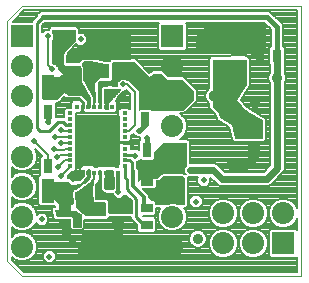
<source format=gbl>
G75*
%MOIN*%
%OFA0B0*%
%FSLAX25Y25*%
%IPPOS*%
%LPD*%
%AMOC8*
5,1,8,0,0,1.08239X$1,22.5*
%
%ADD10C,0.00000*%
%ADD11R,0.01772X0.01181*%
%ADD12R,0.01181X0.01772*%
%ADD13R,0.10236X0.12205*%
%ADD14C,0.00001*%
%ADD15R,0.03937X0.03150*%
%ADD16R,0.07087X0.04724*%
%ADD17R,0.04331X0.07874*%
%ADD18R,0.03150X0.04724*%
%ADD19R,0.07382X0.07382*%
%ADD20C,0.07382*%
%ADD21R,0.03150X0.03937*%
%ADD22C,0.00800*%
%ADD23C,0.02000*%
%ADD24C,0.03750*%
%ADD25C,0.00100*%
%ADD26C,0.03000*%
%ADD27C,0.01000*%
%ADD28C,0.04500*%
%ADD29C,0.01200*%
%ADD30C,0.05000*%
%ADD31C,0.03000*%
%ADD32C,0.01600*%
%ADD33C,0.02400*%
%ADD34C,0.03543*%
D10*
X0027595Y0028433D02*
X0027595Y0108433D01*
X0032595Y0113433D01*
X0125595Y0113433D01*
X0125595Y0023433D01*
X0032595Y0023433D01*
X0027595Y0028433D01*
X0044095Y0043433D02*
X0043595Y0045433D01*
X0048595Y0045433D01*
X0048595Y0045133D01*
X0050349Y0045133D01*
X0050850Y0044633D01*
X0051220Y0044633D01*
X0052095Y0043933D01*
X0052095Y0039933D01*
X0049595Y0039933D01*
X0049564Y0040153D01*
X0049564Y0043085D01*
X0049095Y0043554D01*
X0044495Y0043554D01*
X0044375Y0043433D01*
X0044095Y0043433D01*
X0050595Y0046433D02*
X0050095Y0051433D01*
X0050595Y0051433D01*
X0052383Y0052733D01*
X0052592Y0052733D01*
X0053151Y0053292D01*
X0056095Y0055433D01*
X0056095Y0054130D01*
X0055895Y0053930D01*
X0055895Y0053833D01*
X0055837Y0053755D01*
X0055895Y0053348D01*
X0055895Y0049936D01*
X0056095Y0049736D01*
X0056095Y0047933D01*
X0060095Y0047933D01*
X0060095Y0043933D01*
X0053595Y0043933D01*
X0050595Y0046433D01*
X0053095Y0038433D02*
X0060595Y0038433D01*
X0061095Y0037933D01*
X0061095Y0035933D01*
X0062595Y0034433D01*
X0065095Y0031433D01*
X0061595Y0029433D01*
X0052595Y0029433D01*
X0051095Y0030933D01*
X0051095Y0033933D01*
X0052595Y0035433D01*
X0052595Y0037933D01*
X0053095Y0038433D01*
X0051099Y0060862D02*
X0050509Y0061453D01*
X0050509Y0077004D01*
X0064682Y0077004D01*
X0064682Y0060862D01*
X0051099Y0060862D01*
X0056395Y0081433D02*
X0056395Y0082242D01*
X0056495Y0082575D01*
X0056395Y0082761D01*
X0056395Y0082972D01*
X0056149Y0083217D01*
X0052945Y0089168D01*
X0052945Y0093285D01*
X0052595Y0093635D01*
X0052595Y0094433D01*
X0053293Y0095131D01*
X0053297Y0095133D01*
X0055095Y0095133D01*
X0061095Y0093933D01*
X0061245Y0093783D01*
X0061245Y0089785D01*
X0061243Y0089783D01*
X0058243Y0089783D01*
X0056743Y0088283D01*
X0056245Y0087785D01*
X0056245Y0085081D01*
X0056745Y0084581D01*
X0056745Y0081433D01*
X0056395Y0081433D01*
X0056743Y0088283D02*
X0056743Y0088283D01*
X0053095Y0095933D02*
X0048095Y0097433D01*
X0051595Y0100433D01*
X0051795Y0100633D01*
X0052841Y0100633D01*
X0053895Y0101687D01*
X0053895Y0103179D01*
X0053272Y0103802D01*
X0053595Y0104933D01*
X0067095Y0104933D01*
X0068595Y0103433D01*
X0068595Y0095933D01*
X0053095Y0095933D01*
D11*
X0048540Y0077791D03*
X0048540Y0075823D03*
X0048540Y0073854D03*
X0048540Y0071886D03*
X0048540Y0069917D03*
X0048540Y0067949D03*
X0048540Y0065980D03*
X0048540Y0064012D03*
X0048540Y0062043D03*
X0048540Y0060075D03*
X0066650Y0060075D03*
X0066650Y0062043D03*
X0066650Y0064012D03*
X0066650Y0065980D03*
X0066650Y0067949D03*
X0066650Y0069917D03*
X0066650Y0071886D03*
X0066650Y0073854D03*
X0066650Y0075823D03*
X0066650Y0077791D03*
D12*
X0064485Y0079957D03*
X0062516Y0079957D03*
X0060548Y0079957D03*
X0058579Y0079957D03*
X0056611Y0079957D03*
X0054642Y0079957D03*
X0052674Y0079957D03*
X0050705Y0079957D03*
X0050705Y0057909D03*
X0052674Y0057909D03*
X0054642Y0057909D03*
X0056611Y0057909D03*
X0058579Y0057909D03*
X0060548Y0057909D03*
X0062516Y0057909D03*
X0064485Y0057909D03*
D13*
X0057595Y0068933D03*
D14*
X0050509Y0068946D02*
X0064682Y0068946D01*
X0064682Y0068947D02*
X0050509Y0068947D01*
X0050509Y0068948D02*
X0064682Y0068948D01*
X0064682Y0068949D02*
X0050509Y0068949D01*
X0050509Y0068950D02*
X0064682Y0068950D01*
X0064682Y0068951D02*
X0050509Y0068951D01*
X0050509Y0068952D02*
X0064682Y0068952D01*
X0064682Y0068953D02*
X0050509Y0068953D01*
X0050509Y0068954D02*
X0064682Y0068954D01*
X0064682Y0068955D02*
X0050509Y0068955D01*
X0050509Y0068956D02*
X0064682Y0068956D01*
X0064682Y0068957D02*
X0050509Y0068957D01*
X0050509Y0068958D02*
X0064682Y0068958D01*
X0064682Y0068959D02*
X0050509Y0068959D01*
X0050509Y0068960D02*
X0064682Y0068960D01*
X0064682Y0068961D02*
X0050509Y0068961D01*
X0050509Y0068962D02*
X0064682Y0068962D01*
X0064682Y0068963D02*
X0050509Y0068963D01*
X0050509Y0068964D02*
X0064682Y0068964D01*
X0064682Y0068965D02*
X0050509Y0068965D01*
X0050509Y0068966D02*
X0064682Y0068966D01*
X0064682Y0068967D02*
X0050509Y0068967D01*
X0050509Y0068968D02*
X0064682Y0068968D01*
X0064682Y0068969D02*
X0050509Y0068969D01*
X0064682Y0068969D01*
X0064682Y0068970D02*
X0050509Y0068970D01*
X0050509Y0068971D02*
X0064682Y0068971D01*
X0064682Y0068972D02*
X0050509Y0068972D01*
X0050509Y0068973D02*
X0064682Y0068973D01*
X0064682Y0068974D02*
X0050509Y0068974D01*
X0050509Y0068975D02*
X0064682Y0068975D01*
X0064682Y0068976D02*
X0050509Y0068976D01*
X0050509Y0068977D02*
X0064682Y0068977D01*
X0064682Y0068978D02*
X0050509Y0068978D01*
X0050509Y0068979D02*
X0064682Y0068979D01*
X0064682Y0068980D02*
X0050509Y0068980D01*
X0050509Y0068981D02*
X0064682Y0068981D01*
X0064682Y0068982D02*
X0050509Y0068982D01*
X0050509Y0068983D02*
X0064682Y0068983D01*
X0064682Y0068984D02*
X0050509Y0068984D01*
X0050509Y0068985D02*
X0064682Y0068985D01*
X0064682Y0068986D02*
X0050509Y0068986D01*
X0050509Y0068987D02*
X0064682Y0068987D01*
X0064682Y0068988D02*
X0050509Y0068988D01*
X0050509Y0068989D02*
X0064682Y0068989D01*
X0064682Y0068990D02*
X0050509Y0068990D01*
X0050509Y0068991D02*
X0064682Y0068991D01*
X0064682Y0068992D02*
X0050509Y0068992D01*
X0050509Y0068993D02*
X0064682Y0068993D01*
X0064682Y0068994D02*
X0050509Y0068994D01*
X0050509Y0068995D02*
X0064682Y0068995D01*
X0064682Y0068996D02*
X0050509Y0068996D01*
X0050509Y0068997D02*
X0064682Y0068997D01*
X0064682Y0068998D02*
X0050509Y0068998D01*
X0050509Y0068999D02*
X0064682Y0068999D01*
X0064682Y0069000D02*
X0050509Y0069000D01*
X0050509Y0069001D02*
X0064682Y0069001D01*
X0064682Y0069002D02*
X0050509Y0069002D01*
X0050509Y0069003D02*
X0064682Y0069003D01*
X0064682Y0069004D02*
X0050509Y0069004D01*
X0050509Y0069005D02*
X0064682Y0069005D01*
X0064682Y0069006D02*
X0050509Y0069006D01*
X0050509Y0069007D02*
X0064682Y0069007D01*
X0064682Y0069008D02*
X0050509Y0069008D01*
X0050509Y0069009D02*
X0064682Y0069009D01*
X0064682Y0069010D02*
X0050509Y0069010D01*
X0050509Y0069011D02*
X0064682Y0069011D01*
X0064682Y0069012D02*
X0050509Y0069012D01*
X0050509Y0069013D02*
X0064682Y0069013D01*
X0064682Y0069014D02*
X0050509Y0069014D01*
X0050509Y0069015D02*
X0064682Y0069015D01*
X0064682Y0069016D02*
X0050509Y0069016D01*
X0050509Y0069017D02*
X0064682Y0069017D01*
X0064682Y0069018D02*
X0050509Y0069018D01*
X0050509Y0069019D02*
X0064682Y0069019D01*
X0064682Y0069020D02*
X0050509Y0069020D01*
X0050509Y0069021D02*
X0064682Y0069021D01*
X0064682Y0069022D02*
X0050509Y0069022D01*
X0050509Y0069023D02*
X0064682Y0069023D01*
X0064682Y0069024D02*
X0050509Y0069024D01*
X0050509Y0069025D02*
X0064682Y0069025D01*
X0064682Y0069026D02*
X0050509Y0069026D01*
X0050509Y0069027D02*
X0064682Y0069027D01*
X0064682Y0069028D02*
X0050509Y0069028D01*
X0050509Y0069029D02*
X0064682Y0069029D01*
X0064682Y0069030D02*
X0050509Y0069030D01*
X0050509Y0069031D02*
X0064682Y0069031D01*
X0050509Y0069031D01*
X0050509Y0069032D02*
X0064682Y0069032D01*
X0064682Y0069033D02*
X0050509Y0069033D01*
X0050509Y0069034D02*
X0064682Y0069034D01*
X0064682Y0069035D02*
X0050509Y0069035D01*
X0050509Y0069036D02*
X0064682Y0069036D01*
X0064682Y0069037D02*
X0050509Y0069037D01*
X0050509Y0069038D02*
X0064682Y0069038D01*
X0064682Y0069039D02*
X0050509Y0069039D01*
X0050509Y0069040D02*
X0064682Y0069040D01*
X0064682Y0069041D02*
X0050509Y0069041D01*
X0050509Y0069042D02*
X0064682Y0069042D01*
X0064682Y0069043D02*
X0050509Y0069043D01*
X0050509Y0069044D02*
X0064682Y0069044D01*
X0064682Y0069045D02*
X0050509Y0069045D01*
X0050509Y0069046D02*
X0064682Y0069046D01*
X0064682Y0069047D02*
X0050509Y0069047D01*
X0050509Y0069048D02*
X0064682Y0069048D01*
X0064682Y0069049D02*
X0050509Y0069049D01*
X0050509Y0069050D02*
X0064682Y0069050D01*
X0064682Y0069051D02*
X0050509Y0069051D01*
X0050509Y0069052D02*
X0064682Y0069052D01*
X0064682Y0069053D02*
X0050509Y0069053D01*
X0050509Y0069054D02*
X0064682Y0069054D01*
X0064682Y0069055D02*
X0050509Y0069055D01*
X0050509Y0069056D02*
X0064682Y0069056D01*
X0064682Y0069057D02*
X0050509Y0069057D01*
X0050509Y0069058D02*
X0064682Y0069058D01*
X0064682Y0069059D02*
X0050509Y0069059D01*
X0050509Y0069060D02*
X0064682Y0069060D01*
X0064682Y0069061D02*
X0050509Y0069061D01*
X0050509Y0069062D02*
X0064682Y0069062D01*
X0064682Y0069063D02*
X0050509Y0069063D01*
X0050509Y0069064D02*
X0064682Y0069064D01*
X0064682Y0069065D02*
X0050509Y0069065D01*
X0050509Y0069066D02*
X0064682Y0069066D01*
X0064682Y0069067D02*
X0050509Y0069067D01*
X0050509Y0069068D02*
X0064682Y0069068D01*
X0064682Y0069069D02*
X0050509Y0069069D01*
X0050509Y0069070D02*
X0064682Y0069070D01*
X0064682Y0069071D02*
X0050509Y0069071D01*
X0050509Y0069072D02*
X0064682Y0069072D01*
X0064682Y0069073D02*
X0050509Y0069073D01*
X0050509Y0069074D02*
X0064682Y0069074D01*
X0064682Y0069075D02*
X0050509Y0069075D01*
X0050509Y0069076D02*
X0064682Y0069076D01*
X0064682Y0069077D02*
X0050509Y0069077D01*
X0050509Y0069078D02*
X0064682Y0069078D01*
X0064682Y0069079D02*
X0050509Y0069079D01*
X0050509Y0069080D02*
X0064682Y0069080D01*
X0064682Y0069081D02*
X0050509Y0069081D01*
X0050509Y0069082D02*
X0064682Y0069082D01*
X0064682Y0069083D02*
X0050509Y0069083D01*
X0050509Y0069084D02*
X0064682Y0069084D01*
X0064682Y0069085D02*
X0050509Y0069085D01*
X0050509Y0069086D02*
X0064682Y0069086D01*
X0064682Y0069087D02*
X0050509Y0069087D01*
X0050509Y0069088D02*
X0064682Y0069088D01*
X0064682Y0069089D02*
X0050509Y0069089D01*
X0050509Y0069090D02*
X0064682Y0069090D01*
X0064682Y0069091D02*
X0050509Y0069091D01*
X0050509Y0069092D02*
X0064682Y0069092D01*
X0064682Y0069093D02*
X0050509Y0069093D01*
X0050509Y0069094D02*
X0064682Y0069094D01*
X0050509Y0069094D01*
X0050509Y0069095D02*
X0064682Y0069095D01*
X0064682Y0069096D02*
X0050509Y0069096D01*
X0050509Y0069097D02*
X0064682Y0069097D01*
X0064682Y0069098D02*
X0050509Y0069098D01*
X0050509Y0069099D02*
X0064682Y0069099D01*
X0064682Y0069100D02*
X0050509Y0069100D01*
X0050509Y0069101D02*
X0064682Y0069101D01*
X0064682Y0069102D02*
X0050509Y0069102D01*
X0050509Y0069103D02*
X0064682Y0069103D01*
X0064682Y0069104D02*
X0050509Y0069104D01*
X0050509Y0069105D02*
X0064682Y0069105D01*
X0064682Y0069106D02*
X0050509Y0069106D01*
X0050509Y0069107D02*
X0064682Y0069107D01*
X0064682Y0069108D02*
X0050509Y0069108D01*
X0050509Y0069109D02*
X0064682Y0069109D01*
X0064682Y0069110D02*
X0050509Y0069110D01*
X0050509Y0069111D02*
X0064682Y0069111D01*
X0064682Y0069112D02*
X0050509Y0069112D01*
X0050509Y0069113D02*
X0064682Y0069113D01*
X0064682Y0069114D02*
X0050509Y0069114D01*
X0050509Y0069115D02*
X0064682Y0069115D01*
X0064682Y0069116D02*
X0050509Y0069116D01*
X0050509Y0069117D02*
X0064682Y0069117D01*
X0064682Y0069118D02*
X0050509Y0069118D01*
X0050509Y0069119D02*
X0064682Y0069119D01*
X0064682Y0069120D02*
X0050509Y0069120D01*
X0050509Y0069121D02*
X0064682Y0069121D01*
X0064682Y0069122D02*
X0050509Y0069122D01*
X0050509Y0069123D02*
X0064682Y0069123D01*
X0064682Y0069124D02*
X0050509Y0069124D01*
X0050509Y0069125D02*
X0064682Y0069125D01*
X0064682Y0069126D02*
X0050509Y0069126D01*
X0050509Y0069127D02*
X0064682Y0069127D01*
X0064682Y0069128D02*
X0050509Y0069128D01*
X0050509Y0069129D02*
X0064682Y0069129D01*
X0064682Y0069130D02*
X0050509Y0069130D01*
X0050509Y0069131D02*
X0064682Y0069131D01*
X0064682Y0069132D02*
X0050509Y0069132D01*
X0050509Y0069133D02*
X0064682Y0069133D01*
X0064682Y0069134D02*
X0050509Y0069134D01*
X0050509Y0069135D02*
X0064682Y0069135D01*
X0064682Y0069136D02*
X0050509Y0069136D01*
X0050509Y0069137D02*
X0064682Y0069137D01*
X0064682Y0069138D02*
X0050509Y0069138D01*
X0050509Y0069139D02*
X0064682Y0069139D01*
X0064682Y0069140D02*
X0050509Y0069140D01*
X0050509Y0069141D02*
X0064682Y0069141D01*
X0064682Y0069142D02*
X0050509Y0069142D01*
X0050509Y0069143D02*
X0064682Y0069143D01*
X0064682Y0069144D02*
X0050509Y0069144D01*
X0050509Y0069145D02*
X0064682Y0069145D01*
X0064682Y0069146D02*
X0050509Y0069146D01*
X0050509Y0069147D02*
X0064682Y0069147D01*
X0064682Y0069148D02*
X0050509Y0069148D01*
X0050509Y0069149D02*
X0064682Y0069149D01*
X0064682Y0069150D02*
X0050509Y0069150D01*
X0050509Y0069151D02*
X0064682Y0069151D01*
X0064682Y0069152D02*
X0050509Y0069152D01*
X0050509Y0069153D02*
X0064682Y0069153D01*
X0064682Y0069154D02*
X0050509Y0069154D01*
X0050509Y0069155D02*
X0064682Y0069155D01*
X0064682Y0069156D02*
X0050509Y0069156D01*
X0064682Y0069156D01*
X0064682Y0069157D02*
X0050509Y0069157D01*
X0050509Y0069158D02*
X0064682Y0069158D01*
X0064682Y0069159D02*
X0050509Y0069159D01*
X0050509Y0069160D02*
X0064682Y0069160D01*
X0064682Y0069161D02*
X0050509Y0069161D01*
X0050509Y0069162D02*
X0064682Y0069162D01*
X0064682Y0069163D02*
X0050509Y0069163D01*
X0050509Y0069164D02*
X0064682Y0069164D01*
X0064682Y0069165D02*
X0050509Y0069165D01*
X0050509Y0069166D02*
X0064682Y0069166D01*
X0064682Y0069167D02*
X0050509Y0069167D01*
X0050509Y0069168D02*
X0064682Y0069168D01*
X0064682Y0069169D02*
X0050509Y0069169D01*
X0050509Y0069170D02*
X0064682Y0069170D01*
X0064682Y0069171D02*
X0050509Y0069171D01*
X0050509Y0069172D02*
X0064682Y0069172D01*
X0064682Y0069173D02*
X0050509Y0069173D01*
X0050509Y0069174D02*
X0064682Y0069174D01*
X0064682Y0069175D02*
X0050509Y0069175D01*
X0050509Y0069176D02*
X0064682Y0069176D01*
X0064682Y0069177D02*
X0050509Y0069177D01*
X0050509Y0069178D02*
X0064682Y0069178D01*
X0064682Y0069179D02*
X0050509Y0069179D01*
X0050509Y0069180D02*
X0064682Y0069180D01*
X0064682Y0069181D02*
X0050509Y0069181D01*
X0050509Y0069182D02*
X0064682Y0069182D01*
X0064682Y0069183D02*
X0050509Y0069183D01*
X0050509Y0069184D02*
X0064682Y0069184D01*
X0064682Y0069185D02*
X0050509Y0069185D01*
X0050509Y0069186D02*
X0064682Y0069186D01*
X0064682Y0069187D02*
X0050509Y0069187D01*
X0050509Y0069188D02*
X0064682Y0069188D01*
X0064682Y0069189D02*
X0050509Y0069189D01*
X0050509Y0069190D02*
X0064682Y0069190D01*
X0064682Y0069191D02*
X0050509Y0069191D01*
X0050509Y0069192D02*
X0064682Y0069192D01*
X0064682Y0069193D02*
X0050509Y0069193D01*
X0050509Y0069194D02*
X0064682Y0069194D01*
X0064682Y0069195D02*
X0050509Y0069195D01*
X0050509Y0069196D02*
X0064682Y0069196D01*
X0064682Y0069197D02*
X0050509Y0069197D01*
X0050509Y0069198D02*
X0064682Y0069198D01*
X0064682Y0069199D02*
X0050509Y0069199D01*
X0050509Y0069200D02*
X0064682Y0069200D01*
X0064682Y0069201D02*
X0050509Y0069201D01*
X0050509Y0069202D02*
X0064682Y0069202D01*
X0064682Y0069203D02*
X0050509Y0069203D01*
X0050509Y0069204D02*
X0064682Y0069204D01*
X0064682Y0069205D02*
X0050509Y0069205D01*
X0050509Y0069206D02*
X0064682Y0069206D01*
X0064682Y0069207D02*
X0050509Y0069207D01*
X0050509Y0069208D02*
X0064682Y0069208D01*
X0064682Y0069209D02*
X0050509Y0069209D01*
X0050509Y0069210D02*
X0064682Y0069210D01*
X0064682Y0069211D02*
X0050509Y0069211D01*
X0050509Y0069212D02*
X0064682Y0069212D01*
X0064682Y0069213D02*
X0050509Y0069213D01*
X0050509Y0069214D02*
X0064682Y0069214D01*
X0064682Y0069215D02*
X0050509Y0069215D01*
X0050509Y0069216D02*
X0064682Y0069216D01*
X0064682Y0069217D02*
X0050509Y0069217D01*
X0050509Y0069218D02*
X0064682Y0069218D01*
X0064682Y0069219D02*
X0050509Y0069219D01*
X0064682Y0069219D01*
X0064682Y0069220D02*
X0050509Y0069220D01*
X0050509Y0069221D02*
X0064682Y0069221D01*
X0064682Y0069222D02*
X0050509Y0069222D01*
X0050509Y0069223D02*
X0064682Y0069223D01*
X0064682Y0069224D02*
X0050509Y0069224D01*
X0050509Y0069225D02*
X0064682Y0069225D01*
X0064682Y0069226D02*
X0050509Y0069226D01*
X0050509Y0069227D02*
X0064682Y0069227D01*
X0064682Y0069228D02*
X0050509Y0069228D01*
X0050509Y0069229D02*
X0064682Y0069229D01*
X0064682Y0069230D02*
X0050509Y0069230D01*
X0050509Y0069231D02*
X0064682Y0069231D01*
X0064682Y0069232D02*
X0050509Y0069232D01*
X0050509Y0069233D02*
X0064682Y0069233D01*
X0064682Y0069234D02*
X0050509Y0069234D01*
X0050509Y0069235D02*
X0064682Y0069235D01*
X0064682Y0069236D02*
X0050509Y0069236D01*
X0050509Y0069237D02*
X0064682Y0069237D01*
X0064682Y0069238D02*
X0050509Y0069238D01*
X0050509Y0069239D02*
X0064682Y0069239D01*
X0064682Y0069240D02*
X0050509Y0069240D01*
X0050509Y0069241D02*
X0064682Y0069241D01*
X0064682Y0069242D02*
X0050509Y0069242D01*
X0050509Y0069243D02*
X0064682Y0069243D01*
X0064682Y0069244D02*
X0050509Y0069244D01*
X0050509Y0069245D02*
X0064682Y0069245D01*
X0064682Y0069246D02*
X0050509Y0069246D01*
X0050509Y0069247D02*
X0064682Y0069247D01*
X0064682Y0069248D02*
X0050509Y0069248D01*
X0050509Y0069249D02*
X0064682Y0069249D01*
X0064682Y0069250D02*
X0050509Y0069250D01*
X0050509Y0069251D02*
X0064682Y0069251D01*
X0064682Y0069252D02*
X0050509Y0069252D01*
X0050509Y0069253D02*
X0064682Y0069253D01*
X0064682Y0069254D02*
X0050509Y0069254D01*
X0050509Y0069255D02*
X0064682Y0069255D01*
X0064682Y0069256D02*
X0050509Y0069256D01*
X0050509Y0069257D02*
X0064682Y0069257D01*
X0064682Y0069258D02*
X0050509Y0069258D01*
X0050509Y0069259D02*
X0064682Y0069259D01*
X0064682Y0069260D02*
X0050509Y0069260D01*
X0050509Y0069261D02*
X0064682Y0069261D01*
X0064682Y0069262D02*
X0050509Y0069262D01*
X0050509Y0069263D02*
X0064682Y0069263D01*
X0064682Y0069264D02*
X0050509Y0069264D01*
X0050509Y0069265D02*
X0064682Y0069265D01*
X0064682Y0069266D02*
X0050509Y0069266D01*
X0050509Y0069267D02*
X0064682Y0069267D01*
X0064682Y0069268D02*
X0050509Y0069268D01*
X0050509Y0069269D02*
X0064682Y0069269D01*
X0064682Y0069270D02*
X0050509Y0069270D01*
X0050509Y0069271D02*
X0064682Y0069271D01*
X0064682Y0069272D02*
X0050509Y0069272D01*
X0050509Y0069273D02*
X0064682Y0069273D01*
X0064682Y0069274D02*
X0050509Y0069274D01*
X0050509Y0069275D02*
X0064682Y0069275D01*
X0064682Y0069276D02*
X0050509Y0069276D01*
X0050509Y0069277D02*
X0064682Y0069277D01*
X0064682Y0069278D02*
X0050509Y0069278D01*
X0050509Y0069279D02*
X0064682Y0069279D01*
X0064682Y0069280D02*
X0050509Y0069280D01*
X0050509Y0069281D02*
X0064682Y0069281D01*
X0050509Y0069281D01*
X0050509Y0069282D02*
X0064682Y0069282D01*
X0064682Y0069283D02*
X0050509Y0069283D01*
X0050509Y0069284D02*
X0064682Y0069284D01*
X0064682Y0069285D02*
X0050509Y0069285D01*
X0050509Y0069286D02*
X0064682Y0069286D01*
X0064682Y0069287D02*
X0050509Y0069287D01*
X0050509Y0069288D02*
X0064682Y0069288D01*
X0064682Y0069289D02*
X0050509Y0069289D01*
X0050509Y0069290D02*
X0064682Y0069290D01*
X0064682Y0069291D02*
X0050509Y0069291D01*
X0050509Y0069292D02*
X0064682Y0069292D01*
X0064682Y0069293D02*
X0050509Y0069293D01*
X0050509Y0069294D02*
X0064682Y0069294D01*
X0064682Y0069295D02*
X0050509Y0069295D01*
X0050509Y0069296D02*
X0064682Y0069296D01*
X0064682Y0069297D02*
X0050509Y0069297D01*
X0050509Y0069298D02*
X0064682Y0069298D01*
X0064682Y0069299D02*
X0050509Y0069299D01*
X0050509Y0069300D02*
X0064682Y0069300D01*
X0064682Y0069301D02*
X0050509Y0069301D01*
X0050509Y0069302D02*
X0064682Y0069302D01*
X0064682Y0069303D02*
X0050509Y0069303D01*
X0050509Y0069304D02*
X0064682Y0069304D01*
X0064682Y0069305D02*
X0050509Y0069305D01*
X0050509Y0069306D02*
X0064682Y0069306D01*
X0064682Y0069307D02*
X0050509Y0069307D01*
X0050509Y0069308D02*
X0064682Y0069308D01*
X0064682Y0069309D02*
X0050509Y0069309D01*
X0050509Y0069310D02*
X0064682Y0069310D01*
X0064682Y0069311D02*
X0050509Y0069311D01*
X0050509Y0069312D02*
X0064682Y0069312D01*
X0064682Y0069313D02*
X0050509Y0069313D01*
X0050509Y0069314D02*
X0064682Y0069314D01*
X0064682Y0069315D02*
X0050509Y0069315D01*
X0050509Y0069316D02*
X0064682Y0069316D01*
X0064682Y0069317D02*
X0050509Y0069317D01*
X0050509Y0069318D02*
X0064682Y0069318D01*
X0064682Y0069319D02*
X0050509Y0069319D01*
X0050509Y0069320D02*
X0064682Y0069320D01*
X0064682Y0069321D02*
X0050509Y0069321D01*
X0050509Y0069322D02*
X0064682Y0069322D01*
X0064682Y0069323D02*
X0050509Y0069323D01*
X0050509Y0069324D02*
X0064682Y0069324D01*
X0064682Y0069325D02*
X0050509Y0069325D01*
X0050509Y0069326D02*
X0064682Y0069326D01*
X0064682Y0069327D02*
X0050509Y0069327D01*
X0050509Y0069328D02*
X0064682Y0069328D01*
X0064682Y0069329D02*
X0050509Y0069329D01*
X0050509Y0069330D02*
X0064682Y0069330D01*
X0064682Y0069331D02*
X0050509Y0069331D01*
X0050509Y0069332D02*
X0064682Y0069332D01*
X0064682Y0069333D02*
X0050509Y0069333D01*
X0050509Y0069334D02*
X0064682Y0069334D01*
X0064682Y0069335D02*
X0050509Y0069335D01*
X0050509Y0069336D02*
X0064682Y0069336D01*
X0064682Y0069337D02*
X0050509Y0069337D01*
X0050509Y0069338D02*
X0064682Y0069338D01*
X0064682Y0069339D02*
X0050509Y0069339D01*
X0050509Y0069340D02*
X0064682Y0069340D01*
X0064682Y0069341D02*
X0050509Y0069341D01*
X0050509Y0069342D02*
X0064682Y0069342D01*
X0064682Y0069343D02*
X0050509Y0069343D01*
X0050509Y0069344D02*
X0064682Y0069344D01*
X0050509Y0069344D01*
X0050509Y0069345D02*
X0064682Y0069345D01*
X0064682Y0069346D02*
X0050509Y0069346D01*
X0050509Y0069347D02*
X0064682Y0069347D01*
X0064682Y0069348D02*
X0050509Y0069348D01*
X0050509Y0069349D02*
X0064682Y0069349D01*
X0064682Y0069350D02*
X0050509Y0069350D01*
X0050509Y0069351D02*
X0064682Y0069351D01*
X0064682Y0069352D02*
X0050509Y0069352D01*
X0050509Y0069353D02*
X0064682Y0069353D01*
X0064682Y0069354D02*
X0050509Y0069354D01*
X0050509Y0069355D02*
X0064682Y0069355D01*
X0064682Y0069356D02*
X0050509Y0069356D01*
X0050509Y0069357D02*
X0064682Y0069357D01*
X0064682Y0069358D02*
X0050509Y0069358D01*
X0050509Y0069359D02*
X0064682Y0069359D01*
X0064682Y0069360D02*
X0050509Y0069360D01*
X0050509Y0069361D02*
X0064682Y0069361D01*
X0064682Y0069362D02*
X0050509Y0069362D01*
X0050509Y0069363D02*
X0064682Y0069363D01*
X0064682Y0069364D02*
X0050509Y0069364D01*
X0050509Y0069365D02*
X0064682Y0069365D01*
X0064682Y0069366D02*
X0050509Y0069366D01*
X0050509Y0069367D02*
X0064682Y0069367D01*
X0064682Y0069368D02*
X0050509Y0069368D01*
X0050509Y0069369D02*
X0064682Y0069369D01*
X0064682Y0069370D02*
X0050509Y0069370D01*
X0050509Y0069371D02*
X0064682Y0069371D01*
X0064682Y0069372D02*
X0050509Y0069372D01*
X0050509Y0069373D02*
X0064682Y0069373D01*
X0064682Y0069374D02*
X0050509Y0069374D01*
X0050509Y0069375D02*
X0064682Y0069375D01*
X0064682Y0069376D02*
X0050509Y0069376D01*
X0050509Y0069377D02*
X0064682Y0069377D01*
X0064682Y0069378D02*
X0050509Y0069378D01*
X0050509Y0069379D02*
X0064682Y0069379D01*
X0064682Y0069380D02*
X0050509Y0069380D01*
X0050509Y0069381D02*
X0064682Y0069381D01*
X0064682Y0069382D02*
X0050509Y0069382D01*
X0050509Y0069383D02*
X0064682Y0069383D01*
X0064682Y0069384D02*
X0050509Y0069384D01*
X0050509Y0069385D02*
X0064682Y0069385D01*
X0064682Y0069386D02*
X0050509Y0069386D01*
X0050509Y0069387D02*
X0064682Y0069387D01*
X0064682Y0069388D02*
X0050509Y0069388D01*
X0050509Y0069389D02*
X0064682Y0069389D01*
X0064682Y0069390D02*
X0050509Y0069390D01*
X0050509Y0069391D02*
X0064682Y0069391D01*
X0064682Y0069392D02*
X0050509Y0069392D01*
X0050509Y0069393D02*
X0064682Y0069393D01*
X0064682Y0069394D02*
X0050509Y0069394D01*
X0050509Y0069395D02*
X0064682Y0069395D01*
X0064682Y0069396D02*
X0050509Y0069396D01*
X0050509Y0069397D02*
X0064682Y0069397D01*
X0064682Y0069398D02*
X0050509Y0069398D01*
X0050509Y0069399D02*
X0064682Y0069399D01*
X0064682Y0069400D02*
X0050509Y0069400D01*
X0050509Y0069401D02*
X0064682Y0069401D01*
X0064682Y0069402D02*
X0050509Y0069402D01*
X0050509Y0069403D02*
X0064682Y0069403D01*
X0064682Y0069404D02*
X0050509Y0069404D01*
X0050509Y0069405D02*
X0064682Y0069405D01*
X0064682Y0069406D02*
X0050509Y0069406D01*
X0064682Y0069406D01*
X0064682Y0069407D02*
X0050509Y0069407D01*
X0050509Y0069408D02*
X0064682Y0069408D01*
X0064682Y0069409D02*
X0050509Y0069409D01*
X0050509Y0069410D02*
X0064682Y0069410D01*
X0064682Y0069411D02*
X0050509Y0069411D01*
X0050509Y0069412D02*
X0064682Y0069412D01*
X0064682Y0069413D02*
X0050509Y0069413D01*
X0050509Y0069414D02*
X0064682Y0069414D01*
X0064682Y0069415D02*
X0050509Y0069415D01*
X0050509Y0069416D02*
X0064682Y0069416D01*
X0064682Y0069417D02*
X0050509Y0069417D01*
X0050509Y0069418D02*
X0064682Y0069418D01*
X0064682Y0069419D02*
X0050509Y0069419D01*
X0050509Y0069420D02*
X0064682Y0069420D01*
X0064682Y0069421D02*
X0050509Y0069421D01*
X0050509Y0069422D02*
X0064682Y0069422D01*
X0064682Y0069423D02*
X0050509Y0069423D01*
X0050509Y0069424D02*
X0064682Y0069424D01*
X0064682Y0069425D02*
X0050509Y0069425D01*
X0050509Y0069426D02*
X0064682Y0069426D01*
X0064682Y0069427D02*
X0050509Y0069427D01*
X0050509Y0069428D02*
X0064682Y0069428D01*
X0064682Y0069429D02*
X0050509Y0069429D01*
X0050509Y0069430D02*
X0064682Y0069430D01*
X0064682Y0069431D02*
X0050509Y0069431D01*
X0050509Y0069432D02*
X0064682Y0069432D01*
X0064682Y0069433D02*
X0050509Y0069433D01*
X0050509Y0069434D02*
X0064682Y0069434D01*
X0064682Y0069435D02*
X0050509Y0069435D01*
X0050509Y0069436D02*
X0064682Y0069436D01*
X0064682Y0069437D02*
X0050509Y0069437D01*
X0050509Y0069438D02*
X0064682Y0069438D01*
X0064682Y0069439D02*
X0050509Y0069439D01*
X0050509Y0069440D02*
X0064682Y0069440D01*
X0064682Y0069441D02*
X0050509Y0069441D01*
X0050509Y0069442D02*
X0064682Y0069442D01*
X0064682Y0069443D02*
X0050509Y0069443D01*
X0050509Y0069444D02*
X0064682Y0069444D01*
X0064682Y0069445D02*
X0050509Y0069445D01*
X0050509Y0069446D02*
X0064682Y0069446D01*
X0064682Y0069447D02*
X0050509Y0069447D01*
X0050509Y0069448D02*
X0064682Y0069448D01*
X0064682Y0069449D02*
X0050509Y0069449D01*
X0050509Y0069450D02*
X0064682Y0069450D01*
X0064682Y0069451D02*
X0050509Y0069451D01*
X0050509Y0069452D02*
X0064682Y0069452D01*
X0064682Y0069453D02*
X0050509Y0069453D01*
X0050509Y0069454D02*
X0064682Y0069454D01*
X0064682Y0069455D02*
X0050509Y0069455D01*
X0050509Y0069456D02*
X0064682Y0069456D01*
X0064682Y0069457D02*
X0050509Y0069457D01*
X0050509Y0069458D02*
X0064682Y0069458D01*
X0064682Y0069459D02*
X0050509Y0069459D01*
X0050509Y0069460D02*
X0064682Y0069460D01*
X0064682Y0069461D02*
X0050509Y0069461D01*
X0050509Y0069462D02*
X0064682Y0069462D01*
X0064682Y0069463D02*
X0050509Y0069463D01*
X0050509Y0069464D02*
X0064682Y0069464D01*
X0064682Y0069465D02*
X0050509Y0069465D01*
X0050509Y0069466D02*
X0064682Y0069466D01*
X0064682Y0069467D02*
X0050509Y0069467D01*
X0050509Y0069468D02*
X0064682Y0069468D01*
X0064682Y0069469D02*
X0050509Y0069469D01*
X0064682Y0069469D01*
X0064682Y0069470D02*
X0050509Y0069470D01*
X0050509Y0069471D02*
X0064682Y0069471D01*
X0064682Y0069472D02*
X0050509Y0069472D01*
X0050509Y0069473D02*
X0064682Y0069473D01*
X0064682Y0069474D02*
X0050509Y0069474D01*
X0050509Y0069475D02*
X0064682Y0069475D01*
X0064682Y0069476D02*
X0050509Y0069476D01*
X0050509Y0069477D02*
X0064682Y0069477D01*
X0064682Y0069478D02*
X0050509Y0069478D01*
X0050509Y0069479D02*
X0064682Y0069479D01*
X0064682Y0069480D02*
X0050509Y0069480D01*
X0050509Y0069481D02*
X0064682Y0069481D01*
X0064682Y0069482D02*
X0050509Y0069482D01*
X0050509Y0069483D02*
X0064682Y0069483D01*
X0064682Y0069484D02*
X0050509Y0069484D01*
X0050509Y0069485D02*
X0064682Y0069485D01*
X0064682Y0069486D02*
X0050509Y0069486D01*
X0050509Y0069487D02*
X0064682Y0069487D01*
X0064682Y0069488D02*
X0050509Y0069488D01*
X0050509Y0069489D02*
X0064682Y0069489D01*
X0064682Y0069490D02*
X0050509Y0069490D01*
X0050509Y0069491D02*
X0064682Y0069491D01*
X0064682Y0069492D02*
X0050509Y0069492D01*
X0050509Y0069493D02*
X0064682Y0069493D01*
X0064682Y0069494D02*
X0050509Y0069494D01*
X0050509Y0069495D02*
X0064682Y0069495D01*
X0064682Y0069496D02*
X0050509Y0069496D01*
X0050509Y0069497D02*
X0064682Y0069497D01*
X0064682Y0069498D02*
X0050509Y0069498D01*
X0050509Y0069499D02*
X0064682Y0069499D01*
X0064682Y0069500D02*
X0050509Y0069500D01*
X0050509Y0069501D02*
X0064682Y0069501D01*
X0064682Y0069502D02*
X0050509Y0069502D01*
X0050509Y0069503D02*
X0064682Y0069503D01*
X0064682Y0069504D02*
X0050509Y0069504D01*
X0050509Y0069505D02*
X0064682Y0069505D01*
X0064682Y0069506D02*
X0050509Y0069506D01*
X0050509Y0069507D02*
X0064682Y0069507D01*
X0064682Y0069508D02*
X0050509Y0069508D01*
X0050509Y0069509D02*
X0064682Y0069509D01*
X0064682Y0069510D02*
X0050509Y0069510D01*
X0050509Y0069511D02*
X0064682Y0069511D01*
X0064682Y0069512D02*
X0050509Y0069512D01*
X0050509Y0069513D02*
X0064682Y0069513D01*
X0064682Y0069514D02*
X0050509Y0069514D01*
X0050509Y0069515D02*
X0064682Y0069515D01*
X0064682Y0069516D02*
X0050509Y0069516D01*
X0050509Y0069517D02*
X0064682Y0069517D01*
X0064682Y0069518D02*
X0050509Y0069518D01*
X0050509Y0069519D02*
X0064682Y0069519D01*
X0064682Y0069520D02*
X0050509Y0069520D01*
X0050509Y0069521D02*
X0064682Y0069521D01*
X0064682Y0069522D02*
X0050509Y0069522D01*
X0050509Y0069523D02*
X0064682Y0069523D01*
X0064682Y0069524D02*
X0050509Y0069524D01*
X0050509Y0069525D02*
X0064682Y0069525D01*
X0064682Y0069526D02*
X0050509Y0069526D01*
X0050509Y0069527D02*
X0064682Y0069527D01*
X0064682Y0069528D02*
X0050509Y0069528D01*
X0050509Y0069529D02*
X0064682Y0069529D01*
X0064682Y0069530D02*
X0050509Y0069530D01*
X0050509Y0069531D02*
X0064682Y0069531D01*
X0050509Y0069531D01*
X0050509Y0069532D02*
X0064682Y0069532D01*
X0064682Y0069533D02*
X0050509Y0069533D01*
X0050509Y0069534D02*
X0064682Y0069534D01*
X0064682Y0069535D02*
X0050509Y0069535D01*
X0050509Y0069536D02*
X0064682Y0069536D01*
X0064682Y0069537D02*
X0050509Y0069537D01*
X0050509Y0069538D02*
X0064682Y0069538D01*
X0064682Y0069539D02*
X0050509Y0069539D01*
X0050509Y0069540D02*
X0064682Y0069540D01*
X0064682Y0069541D02*
X0050509Y0069541D01*
X0050509Y0069542D02*
X0064682Y0069542D01*
X0064682Y0069543D02*
X0050509Y0069543D01*
X0050509Y0069544D02*
X0064682Y0069544D01*
X0064682Y0069545D02*
X0050509Y0069545D01*
X0050509Y0069546D02*
X0064682Y0069546D01*
X0064682Y0069547D02*
X0050509Y0069547D01*
X0050509Y0069548D02*
X0064682Y0069548D01*
X0064682Y0069549D02*
X0050509Y0069549D01*
X0050509Y0069550D02*
X0064682Y0069550D01*
X0064682Y0069551D02*
X0050509Y0069551D01*
X0050509Y0069552D02*
X0064682Y0069552D01*
X0064682Y0069553D02*
X0050509Y0069553D01*
X0050509Y0069554D02*
X0064682Y0069554D01*
X0064682Y0069555D02*
X0050509Y0069555D01*
X0050509Y0069556D02*
X0064682Y0069556D01*
X0064682Y0069557D02*
X0050509Y0069557D01*
X0050509Y0069558D02*
X0064682Y0069558D01*
X0064682Y0069559D02*
X0050509Y0069559D01*
X0050509Y0069560D02*
X0064682Y0069560D01*
X0064682Y0069561D02*
X0050509Y0069561D01*
X0050509Y0069562D02*
X0064682Y0069562D01*
X0064682Y0069563D02*
X0050509Y0069563D01*
X0050509Y0069564D02*
X0064682Y0069564D01*
X0064682Y0069565D02*
X0050509Y0069565D01*
X0050509Y0069566D02*
X0064682Y0069566D01*
X0064682Y0069567D02*
X0050509Y0069567D01*
X0050509Y0069568D02*
X0064682Y0069568D01*
X0064682Y0069569D02*
X0050509Y0069569D01*
X0050509Y0069570D02*
X0064682Y0069570D01*
X0064682Y0069571D02*
X0050509Y0069571D01*
X0050509Y0069572D02*
X0064682Y0069572D01*
X0064682Y0069573D02*
X0050509Y0069573D01*
X0050509Y0069574D02*
X0064682Y0069574D01*
X0064682Y0069575D02*
X0050509Y0069575D01*
X0050509Y0069576D02*
X0064682Y0069576D01*
X0064682Y0069577D02*
X0050509Y0069577D01*
X0050509Y0069578D02*
X0064682Y0069578D01*
X0064682Y0069579D02*
X0050509Y0069579D01*
X0050509Y0069580D02*
X0064682Y0069580D01*
X0064682Y0069581D02*
X0050509Y0069581D01*
X0050509Y0069582D02*
X0064682Y0069582D01*
X0064682Y0069583D02*
X0050509Y0069583D01*
X0050509Y0069584D02*
X0064682Y0069584D01*
X0064682Y0069585D02*
X0050509Y0069585D01*
X0050509Y0069586D02*
X0064682Y0069586D01*
X0064682Y0069587D02*
X0050509Y0069587D01*
X0050509Y0069588D02*
X0064682Y0069588D01*
X0064682Y0069589D02*
X0050509Y0069589D01*
X0050509Y0069590D02*
X0064682Y0069590D01*
X0064682Y0069591D02*
X0050509Y0069591D01*
X0050509Y0069592D02*
X0064682Y0069592D01*
X0064682Y0069593D02*
X0050509Y0069593D01*
X0050509Y0069594D02*
X0064682Y0069594D01*
X0050509Y0069594D01*
X0050509Y0069595D02*
X0064682Y0069595D01*
X0064682Y0069596D02*
X0050509Y0069596D01*
X0050509Y0069597D02*
X0064682Y0069597D01*
X0064682Y0069598D02*
X0050509Y0069598D01*
X0050509Y0069599D02*
X0064682Y0069599D01*
X0064682Y0069600D02*
X0050509Y0069600D01*
X0050509Y0069601D02*
X0064682Y0069601D01*
X0064682Y0069602D02*
X0050509Y0069602D01*
X0050509Y0069603D02*
X0064682Y0069603D01*
X0064682Y0069604D02*
X0050509Y0069604D01*
X0050509Y0069605D02*
X0064682Y0069605D01*
X0064682Y0069606D02*
X0050509Y0069606D01*
X0050509Y0069607D02*
X0064682Y0069607D01*
X0064682Y0069608D02*
X0050509Y0069608D01*
X0050509Y0069609D02*
X0064682Y0069609D01*
X0064682Y0069610D02*
X0050509Y0069610D01*
X0050509Y0069611D02*
X0064682Y0069611D01*
X0064682Y0069612D02*
X0050509Y0069612D01*
X0050509Y0069613D02*
X0064682Y0069613D01*
X0064682Y0069614D02*
X0050509Y0069614D01*
X0050509Y0069615D02*
X0064682Y0069615D01*
X0064682Y0069616D02*
X0050509Y0069616D01*
X0050509Y0069617D02*
X0064682Y0069617D01*
X0064682Y0069618D02*
X0050509Y0069618D01*
X0050509Y0069619D02*
X0064682Y0069619D01*
X0064682Y0069620D02*
X0050509Y0069620D01*
X0050509Y0069621D02*
X0064682Y0069621D01*
X0064682Y0069622D02*
X0050509Y0069622D01*
X0050509Y0069623D02*
X0064682Y0069623D01*
X0064682Y0069624D02*
X0050509Y0069624D01*
X0050509Y0069625D02*
X0064682Y0069625D01*
X0064682Y0069626D02*
X0050509Y0069626D01*
X0050509Y0069627D02*
X0064682Y0069627D01*
X0064682Y0069628D02*
X0050509Y0069628D01*
X0050509Y0069629D02*
X0064682Y0069629D01*
X0064682Y0069630D02*
X0050509Y0069630D01*
X0050509Y0069631D02*
X0064682Y0069631D01*
X0064682Y0069632D02*
X0050509Y0069632D01*
X0050509Y0069633D02*
X0064682Y0069633D01*
X0064682Y0069634D02*
X0050509Y0069634D01*
X0050509Y0069635D02*
X0064682Y0069635D01*
X0064682Y0069636D02*
X0050509Y0069636D01*
X0050509Y0069637D02*
X0064682Y0069637D01*
X0064682Y0069638D02*
X0050509Y0069638D01*
X0050509Y0069639D02*
X0064682Y0069639D01*
X0064682Y0069640D02*
X0050509Y0069640D01*
X0050509Y0069641D02*
X0064682Y0069641D01*
X0064682Y0069642D02*
X0050509Y0069642D01*
X0050509Y0069643D02*
X0064682Y0069643D01*
X0064682Y0069644D02*
X0050509Y0069644D01*
X0050509Y0069645D02*
X0064682Y0069645D01*
X0064682Y0069646D02*
X0050509Y0069646D01*
X0050509Y0069647D02*
X0064682Y0069647D01*
X0064682Y0069648D02*
X0050509Y0069648D01*
X0050509Y0069649D02*
X0064682Y0069649D01*
X0064682Y0069650D02*
X0050509Y0069650D01*
X0050509Y0069651D02*
X0064682Y0069651D01*
X0064682Y0069652D02*
X0050509Y0069652D01*
X0050509Y0069653D02*
X0064682Y0069653D01*
X0064682Y0069654D02*
X0050509Y0069654D01*
X0050509Y0069655D02*
X0064682Y0069655D01*
X0064682Y0069656D02*
X0050509Y0069656D01*
X0064682Y0069656D01*
X0064682Y0069657D02*
X0050509Y0069657D01*
X0050509Y0069658D02*
X0064682Y0069658D01*
X0064682Y0069659D02*
X0050509Y0069659D01*
X0050509Y0069660D02*
X0064682Y0069660D01*
X0064682Y0069661D02*
X0050509Y0069661D01*
X0050509Y0069662D02*
X0064682Y0069662D01*
X0064682Y0069663D02*
X0050509Y0069663D01*
X0050509Y0069664D02*
X0064682Y0069664D01*
X0064682Y0069665D02*
X0050509Y0069665D01*
X0050509Y0069666D02*
X0064682Y0069666D01*
X0064682Y0069667D02*
X0050509Y0069667D01*
X0050509Y0069668D02*
X0064682Y0069668D01*
X0064682Y0069669D02*
X0050509Y0069669D01*
X0050509Y0069670D02*
X0064682Y0069670D01*
X0064682Y0069671D02*
X0050509Y0069671D01*
X0050509Y0069672D02*
X0064682Y0069672D01*
X0064682Y0069673D02*
X0050509Y0069673D01*
X0050509Y0069674D02*
X0064682Y0069674D01*
X0064682Y0069675D02*
X0050509Y0069675D01*
X0050509Y0069676D02*
X0064682Y0069676D01*
X0064682Y0069677D02*
X0050509Y0069677D01*
X0050509Y0069678D02*
X0064682Y0069678D01*
X0064682Y0069679D02*
X0050509Y0069679D01*
X0050509Y0069680D02*
X0064682Y0069680D01*
X0064682Y0069681D02*
X0050509Y0069681D01*
X0050509Y0069682D02*
X0064682Y0069682D01*
X0064682Y0069683D02*
X0050509Y0069683D01*
X0050509Y0069684D02*
X0064682Y0069684D01*
X0064682Y0069685D02*
X0050509Y0069685D01*
X0050509Y0069686D02*
X0064682Y0069686D01*
X0064682Y0069687D02*
X0050509Y0069687D01*
X0050509Y0069688D02*
X0064682Y0069688D01*
X0064682Y0069689D02*
X0050509Y0069689D01*
X0050509Y0069690D02*
X0064682Y0069690D01*
X0064682Y0069691D02*
X0050509Y0069691D01*
X0050509Y0069692D02*
X0064682Y0069692D01*
X0064682Y0069693D02*
X0050509Y0069693D01*
X0050509Y0069694D02*
X0064682Y0069694D01*
X0064682Y0069695D02*
X0050509Y0069695D01*
X0050509Y0069696D02*
X0064682Y0069696D01*
X0064682Y0069697D02*
X0050509Y0069697D01*
X0050509Y0069698D02*
X0064682Y0069698D01*
X0064682Y0069699D02*
X0050509Y0069699D01*
X0050509Y0069700D02*
X0064682Y0069700D01*
X0064682Y0069701D02*
X0050509Y0069701D01*
X0050509Y0069702D02*
X0064682Y0069702D01*
X0064682Y0069703D02*
X0050509Y0069703D01*
X0050509Y0069704D02*
X0064682Y0069704D01*
X0064682Y0069705D02*
X0050509Y0069705D01*
X0050509Y0069706D02*
X0064682Y0069706D01*
X0064682Y0069707D02*
X0050509Y0069707D01*
X0050509Y0069708D02*
X0064682Y0069708D01*
X0064682Y0069709D02*
X0050509Y0069709D01*
X0050509Y0069710D02*
X0064682Y0069710D01*
X0064682Y0069711D02*
X0050509Y0069711D01*
X0050509Y0069712D02*
X0064682Y0069712D01*
X0064682Y0069713D02*
X0050509Y0069713D01*
X0050509Y0069714D02*
X0064682Y0069714D01*
X0064682Y0069715D02*
X0050509Y0069715D01*
X0050509Y0069716D02*
X0064682Y0069716D01*
X0064682Y0069717D02*
X0050509Y0069717D01*
X0050509Y0069718D02*
X0064682Y0069718D01*
X0064682Y0069719D02*
X0050509Y0069719D01*
X0064682Y0069719D01*
X0064682Y0069720D02*
X0050509Y0069720D01*
X0050509Y0069721D02*
X0064682Y0069721D01*
X0064682Y0069722D02*
X0050509Y0069722D01*
X0050509Y0069723D02*
X0064682Y0069723D01*
X0064682Y0069724D02*
X0050509Y0069724D01*
X0050509Y0069725D02*
X0064682Y0069725D01*
X0064682Y0069726D02*
X0050509Y0069726D01*
X0050509Y0069727D02*
X0064682Y0069727D01*
X0064682Y0069728D02*
X0050509Y0069728D01*
X0050509Y0069729D02*
X0064682Y0069729D01*
X0064682Y0069730D02*
X0050509Y0069730D01*
X0050509Y0069731D02*
X0064682Y0069731D01*
X0064682Y0069732D02*
X0050509Y0069732D01*
X0050509Y0069733D02*
X0064682Y0069733D01*
X0064682Y0069734D02*
X0050509Y0069734D01*
X0050509Y0069735D02*
X0064682Y0069735D01*
X0064682Y0069736D02*
X0050509Y0069736D01*
X0050509Y0069737D02*
X0064682Y0069737D01*
X0064682Y0069738D02*
X0050509Y0069738D01*
X0050509Y0069739D02*
X0064682Y0069739D01*
X0064682Y0069740D02*
X0050509Y0069740D01*
X0050509Y0069741D02*
X0064682Y0069741D01*
X0064682Y0069742D02*
X0050509Y0069742D01*
X0050509Y0069743D02*
X0064682Y0069743D01*
X0064682Y0069744D02*
X0050509Y0069744D01*
X0050509Y0069745D02*
X0064682Y0069745D01*
X0064682Y0069746D02*
X0050509Y0069746D01*
X0050509Y0069747D02*
X0064682Y0069747D01*
X0064682Y0069748D02*
X0050509Y0069748D01*
X0050509Y0069749D02*
X0064682Y0069749D01*
X0064682Y0069750D02*
X0050509Y0069750D01*
X0050509Y0069751D02*
X0064682Y0069751D01*
X0064682Y0069752D02*
X0050509Y0069752D01*
X0050509Y0069753D02*
X0064682Y0069753D01*
X0064682Y0069754D02*
X0050509Y0069754D01*
X0050509Y0069755D02*
X0064682Y0069755D01*
X0064682Y0069756D02*
X0050509Y0069756D01*
X0050509Y0069757D02*
X0064682Y0069757D01*
X0064682Y0069758D02*
X0050509Y0069758D01*
X0050509Y0069759D02*
X0064682Y0069759D01*
X0064682Y0069760D02*
X0050509Y0069760D01*
X0050509Y0069761D02*
X0064682Y0069761D01*
X0064682Y0069762D02*
X0050509Y0069762D01*
X0050509Y0069763D02*
X0064682Y0069763D01*
X0064682Y0069764D02*
X0050509Y0069764D01*
X0050509Y0069765D02*
X0064682Y0069765D01*
X0064682Y0069766D02*
X0050509Y0069766D01*
X0050509Y0069767D02*
X0064682Y0069767D01*
X0064682Y0069768D02*
X0050509Y0069768D01*
X0050509Y0069769D02*
X0064682Y0069769D01*
X0064682Y0069770D02*
X0050509Y0069770D01*
X0050509Y0069771D02*
X0064682Y0069771D01*
X0064682Y0069772D02*
X0050509Y0069772D01*
X0050509Y0069773D02*
X0064682Y0069773D01*
X0064682Y0069774D02*
X0050509Y0069774D01*
X0050509Y0069775D02*
X0064682Y0069775D01*
X0064682Y0069776D02*
X0050509Y0069776D01*
X0050509Y0069777D02*
X0064682Y0069777D01*
X0064682Y0069778D02*
X0050509Y0069778D01*
X0050509Y0069779D02*
X0064682Y0069779D01*
X0064682Y0069780D02*
X0050509Y0069780D01*
X0050509Y0069781D02*
X0064682Y0069781D01*
X0050509Y0069781D01*
X0050509Y0069782D02*
X0064682Y0069782D01*
X0064682Y0069783D02*
X0050509Y0069783D01*
X0050509Y0069784D02*
X0064682Y0069784D01*
X0064682Y0069785D02*
X0050509Y0069785D01*
X0050509Y0069786D02*
X0064682Y0069786D01*
X0064682Y0069787D02*
X0050509Y0069787D01*
X0050509Y0069788D02*
X0064682Y0069788D01*
X0064682Y0069789D02*
X0050509Y0069789D01*
X0050509Y0069790D02*
X0064682Y0069790D01*
X0064682Y0069791D02*
X0050509Y0069791D01*
X0050509Y0069792D02*
X0064682Y0069792D01*
X0064682Y0069793D02*
X0050509Y0069793D01*
X0050509Y0069794D02*
X0064682Y0069794D01*
X0064682Y0069795D02*
X0050509Y0069795D01*
X0050509Y0069796D02*
X0064682Y0069796D01*
X0064682Y0069797D02*
X0050509Y0069797D01*
X0050509Y0069798D02*
X0064682Y0069798D01*
X0064682Y0069799D02*
X0050509Y0069799D01*
X0050509Y0069800D02*
X0064682Y0069800D01*
X0064682Y0069801D02*
X0050509Y0069801D01*
X0050509Y0069802D02*
X0064682Y0069802D01*
X0064682Y0069803D02*
X0050509Y0069803D01*
X0050509Y0069804D02*
X0064682Y0069804D01*
X0064682Y0069805D02*
X0050509Y0069805D01*
X0050509Y0069806D02*
X0064682Y0069806D01*
X0064682Y0069807D02*
X0050509Y0069807D01*
X0050509Y0069808D02*
X0064682Y0069808D01*
X0064682Y0069809D02*
X0050509Y0069809D01*
X0050509Y0069810D02*
X0064682Y0069810D01*
X0064682Y0069811D02*
X0050509Y0069811D01*
X0050509Y0069812D02*
X0064682Y0069812D01*
X0064682Y0069813D02*
X0050509Y0069813D01*
X0050509Y0069814D02*
X0064682Y0069814D01*
X0064682Y0069815D02*
X0050509Y0069815D01*
X0050509Y0069816D02*
X0064682Y0069816D01*
X0064682Y0069817D02*
X0050509Y0069817D01*
X0050509Y0069818D02*
X0064682Y0069818D01*
X0064682Y0069819D02*
X0050509Y0069819D01*
X0050509Y0069820D02*
X0064682Y0069820D01*
X0064682Y0069821D02*
X0050509Y0069821D01*
X0050509Y0069822D02*
X0064682Y0069822D01*
X0064682Y0069823D02*
X0050509Y0069823D01*
X0050509Y0069824D02*
X0064682Y0069824D01*
X0064682Y0069825D02*
X0050509Y0069825D01*
X0050509Y0069826D02*
X0064682Y0069826D01*
X0064682Y0069827D02*
X0050509Y0069827D01*
X0050509Y0069828D02*
X0064682Y0069828D01*
X0064682Y0069829D02*
X0050509Y0069829D01*
X0050509Y0069830D02*
X0064682Y0069830D01*
X0064682Y0069831D02*
X0050509Y0069831D01*
X0050509Y0069832D02*
X0064682Y0069832D01*
X0064682Y0069833D02*
X0050509Y0069833D01*
X0050509Y0069834D02*
X0064682Y0069834D01*
X0064682Y0069835D02*
X0050509Y0069835D01*
X0050509Y0069836D02*
X0064682Y0069836D01*
X0064682Y0069837D02*
X0050509Y0069837D01*
X0050509Y0069838D02*
X0064682Y0069838D01*
X0064682Y0069839D02*
X0050509Y0069839D01*
X0050509Y0069840D02*
X0064682Y0069840D01*
X0064682Y0069841D02*
X0050509Y0069841D01*
X0050509Y0069842D02*
X0064682Y0069842D01*
X0064682Y0069843D02*
X0050509Y0069843D01*
X0050509Y0069844D02*
X0064682Y0069844D01*
X0050509Y0069844D01*
X0050509Y0069845D02*
X0064682Y0069845D01*
X0064682Y0069846D02*
X0050509Y0069846D01*
X0050509Y0069847D02*
X0064682Y0069847D01*
X0064682Y0069848D02*
X0050509Y0069848D01*
X0050509Y0069849D02*
X0064682Y0069849D01*
X0064682Y0069850D02*
X0050509Y0069850D01*
X0050509Y0069851D02*
X0064682Y0069851D01*
X0064682Y0069852D02*
X0050509Y0069852D01*
X0050509Y0069853D02*
X0064682Y0069853D01*
X0064682Y0069854D02*
X0050509Y0069854D01*
X0050509Y0069855D02*
X0064682Y0069855D01*
X0064682Y0069856D02*
X0050509Y0069856D01*
X0050509Y0069857D02*
X0064682Y0069857D01*
X0064682Y0069858D02*
X0050509Y0069858D01*
X0050509Y0069859D02*
X0064682Y0069859D01*
X0064682Y0069860D02*
X0050509Y0069860D01*
X0050509Y0069861D02*
X0064682Y0069861D01*
X0064682Y0069862D02*
X0050509Y0069862D01*
X0050509Y0069863D02*
X0064682Y0069863D01*
X0064682Y0069864D02*
X0050509Y0069864D01*
X0050509Y0069865D02*
X0064682Y0069865D01*
X0064682Y0069866D02*
X0050509Y0069866D01*
X0050509Y0069867D02*
X0064682Y0069867D01*
X0064682Y0069868D02*
X0050509Y0069868D01*
X0050509Y0069869D02*
X0064682Y0069869D01*
X0064682Y0069870D02*
X0050509Y0069870D01*
X0050509Y0069871D02*
X0064682Y0069871D01*
X0064682Y0069872D02*
X0050509Y0069872D01*
X0050509Y0069873D02*
X0064682Y0069873D01*
X0064682Y0069874D02*
X0050509Y0069874D01*
X0050509Y0069875D02*
X0064682Y0069875D01*
X0064682Y0069876D02*
X0050509Y0069876D01*
X0050509Y0069877D02*
X0064682Y0069877D01*
X0064682Y0069878D02*
X0050509Y0069878D01*
X0050509Y0069879D02*
X0064682Y0069879D01*
X0064682Y0069880D02*
X0050509Y0069880D01*
X0050509Y0069881D02*
X0064682Y0069881D01*
X0064682Y0069882D02*
X0050509Y0069882D01*
X0050509Y0069883D02*
X0064682Y0069883D01*
X0064682Y0069884D02*
X0050509Y0069884D01*
X0050509Y0069885D02*
X0064682Y0069885D01*
X0064682Y0069886D02*
X0050509Y0069886D01*
X0050509Y0069887D02*
X0064682Y0069887D01*
X0064682Y0069888D02*
X0050509Y0069888D01*
X0050509Y0069889D02*
X0064682Y0069889D01*
X0064682Y0069890D02*
X0050509Y0069890D01*
X0050509Y0069891D02*
X0064682Y0069891D01*
X0064682Y0069892D02*
X0050509Y0069892D01*
X0050509Y0069893D02*
X0064682Y0069893D01*
X0064682Y0069894D02*
X0050509Y0069894D01*
X0050509Y0069895D02*
X0064682Y0069895D01*
X0064682Y0069896D02*
X0050509Y0069896D01*
X0050509Y0069897D02*
X0064682Y0069897D01*
X0064682Y0069898D02*
X0050509Y0069898D01*
X0050509Y0069899D02*
X0064682Y0069899D01*
X0064682Y0069900D02*
X0050509Y0069900D01*
X0050509Y0069901D02*
X0064682Y0069901D01*
X0064682Y0069902D02*
X0050509Y0069902D01*
X0050509Y0069903D02*
X0064682Y0069903D01*
X0064682Y0069904D02*
X0050509Y0069904D01*
X0050509Y0069905D02*
X0064682Y0069905D01*
X0064682Y0069906D02*
X0050509Y0069906D01*
X0064682Y0069906D01*
X0064682Y0069907D02*
X0050509Y0069907D01*
X0050509Y0069908D02*
X0064682Y0069908D01*
X0064682Y0069909D02*
X0050509Y0069909D01*
X0050509Y0069910D02*
X0064682Y0069910D01*
X0064682Y0069911D02*
X0050509Y0069911D01*
X0050509Y0069912D02*
X0064682Y0069912D01*
X0064682Y0069913D02*
X0050509Y0069913D01*
X0050509Y0069914D02*
X0064682Y0069914D01*
X0064682Y0069915D02*
X0050509Y0069915D01*
X0050509Y0069916D02*
X0064682Y0069916D01*
X0064682Y0069917D02*
X0050509Y0069917D01*
X0050509Y0069918D02*
X0064682Y0069918D01*
X0064682Y0069919D02*
X0050509Y0069919D01*
X0050509Y0069920D02*
X0064682Y0069920D01*
X0064682Y0069921D02*
X0050509Y0069921D01*
X0050509Y0069922D02*
X0064682Y0069922D01*
X0064682Y0069923D02*
X0050509Y0069923D01*
X0050509Y0069924D02*
X0064682Y0069924D01*
X0064682Y0069925D02*
X0050509Y0069925D01*
X0050509Y0069926D02*
X0064682Y0069926D01*
X0064682Y0069927D02*
X0050509Y0069927D01*
X0050509Y0069928D02*
X0064682Y0069928D01*
X0064682Y0069929D02*
X0050509Y0069929D01*
X0050509Y0069930D02*
X0064682Y0069930D01*
X0064682Y0069931D02*
X0050509Y0069931D01*
X0050509Y0069932D02*
X0064682Y0069932D01*
X0064682Y0069933D02*
X0050509Y0069933D01*
X0050509Y0069934D02*
X0064682Y0069934D01*
X0064682Y0069935D02*
X0050509Y0069935D01*
X0050509Y0069936D02*
X0064682Y0069936D01*
X0064682Y0069937D02*
X0050509Y0069937D01*
X0050509Y0069938D02*
X0064682Y0069938D01*
X0064682Y0069939D02*
X0050509Y0069939D01*
X0050509Y0069940D02*
X0064682Y0069940D01*
X0064682Y0069941D02*
X0050509Y0069941D01*
X0050509Y0069942D02*
X0064682Y0069942D01*
X0064682Y0069943D02*
X0050509Y0069943D01*
X0050509Y0069944D02*
X0064682Y0069944D01*
X0064682Y0069945D02*
X0050509Y0069945D01*
X0050509Y0069946D02*
X0064682Y0069946D01*
X0064682Y0069947D02*
X0050509Y0069947D01*
X0050509Y0069948D02*
X0064682Y0069948D01*
X0064682Y0069949D02*
X0050509Y0069949D01*
X0050509Y0069950D02*
X0064682Y0069950D01*
X0064682Y0069951D02*
X0050509Y0069951D01*
X0050509Y0069952D02*
X0064682Y0069952D01*
X0064682Y0069953D02*
X0050509Y0069953D01*
X0050509Y0069954D02*
X0064682Y0069954D01*
X0064682Y0069955D02*
X0050509Y0069955D01*
X0050509Y0069956D02*
X0064682Y0069956D01*
X0064682Y0069957D02*
X0050509Y0069957D01*
X0050509Y0069958D02*
X0064682Y0069958D01*
X0064682Y0069959D02*
X0050509Y0069959D01*
X0050509Y0069960D02*
X0064682Y0069960D01*
X0064682Y0069961D02*
X0050509Y0069961D01*
X0050509Y0069962D02*
X0064682Y0069962D01*
X0064682Y0069963D02*
X0050509Y0069963D01*
X0050509Y0069964D02*
X0064682Y0069964D01*
X0064682Y0069965D02*
X0050509Y0069965D01*
X0050509Y0069966D02*
X0064682Y0069966D01*
X0064682Y0069967D02*
X0050509Y0069967D01*
X0050509Y0069968D02*
X0064682Y0069968D01*
X0064682Y0069969D02*
X0050509Y0069969D01*
X0064682Y0069969D01*
X0064682Y0069970D02*
X0050509Y0069970D01*
X0050509Y0069971D02*
X0064682Y0069971D01*
X0064682Y0069972D02*
X0050509Y0069972D01*
X0050509Y0069973D02*
X0064682Y0069973D01*
X0064682Y0069974D02*
X0050509Y0069974D01*
X0050509Y0069975D02*
X0064682Y0069975D01*
X0064682Y0069976D02*
X0050509Y0069976D01*
X0050509Y0069977D02*
X0064682Y0069977D01*
X0064682Y0069978D02*
X0050509Y0069978D01*
X0050509Y0069979D02*
X0064682Y0069979D01*
X0064682Y0069980D02*
X0050509Y0069980D01*
X0050509Y0069981D02*
X0064682Y0069981D01*
X0064682Y0069982D02*
X0050509Y0069982D01*
X0050509Y0069983D02*
X0064682Y0069983D01*
X0064682Y0069984D02*
X0050509Y0069984D01*
X0050509Y0069985D02*
X0064682Y0069985D01*
X0064682Y0069986D02*
X0050509Y0069986D01*
X0050509Y0069987D02*
X0064682Y0069987D01*
X0064682Y0069988D02*
X0050509Y0069988D01*
X0050509Y0069989D02*
X0064682Y0069989D01*
X0064682Y0069990D02*
X0050509Y0069990D01*
X0050509Y0069991D02*
X0064682Y0069991D01*
X0064682Y0069992D02*
X0050509Y0069992D01*
X0050509Y0069993D02*
X0064682Y0069993D01*
X0064682Y0069994D02*
X0050509Y0069994D01*
X0050509Y0069995D02*
X0064682Y0069995D01*
X0064682Y0069996D02*
X0050509Y0069996D01*
X0050509Y0069997D02*
X0064682Y0069997D01*
X0064682Y0069998D02*
X0050509Y0069998D01*
X0050509Y0069999D02*
X0064682Y0069999D01*
X0064682Y0070000D02*
X0050509Y0070000D01*
X0050509Y0070001D02*
X0064682Y0070001D01*
X0064682Y0070002D02*
X0050509Y0070002D01*
X0050509Y0070003D02*
X0064682Y0070003D01*
X0064682Y0070004D02*
X0050509Y0070004D01*
X0050509Y0070005D02*
X0064682Y0070005D01*
X0064682Y0070006D02*
X0050509Y0070006D01*
X0050509Y0070007D02*
X0064682Y0070007D01*
X0064682Y0070008D02*
X0050509Y0070008D01*
X0050509Y0070009D02*
X0064682Y0070009D01*
X0064682Y0070010D02*
X0050509Y0070010D01*
X0050509Y0070011D02*
X0064682Y0070011D01*
X0064682Y0070012D02*
X0050509Y0070012D01*
X0050509Y0070013D02*
X0064682Y0070013D01*
X0064682Y0070014D02*
X0050509Y0070014D01*
X0050509Y0070015D02*
X0064682Y0070015D01*
X0064682Y0070016D02*
X0050509Y0070016D01*
X0050509Y0070017D02*
X0064682Y0070017D01*
X0064682Y0070018D02*
X0050509Y0070018D01*
X0050509Y0070019D02*
X0064682Y0070019D01*
X0064682Y0070020D02*
X0050509Y0070020D01*
X0050509Y0070021D02*
X0064682Y0070021D01*
X0064682Y0070022D02*
X0050509Y0070022D01*
X0050509Y0070023D02*
X0064682Y0070023D01*
X0064682Y0070024D02*
X0050509Y0070024D01*
X0050509Y0070025D02*
X0064682Y0070025D01*
X0064682Y0070026D02*
X0050509Y0070026D01*
X0050509Y0070027D02*
X0064682Y0070027D01*
X0064682Y0070028D02*
X0050509Y0070028D01*
X0050509Y0070029D02*
X0064682Y0070029D01*
X0064682Y0070030D02*
X0050509Y0070030D01*
X0050509Y0070031D02*
X0064682Y0070031D01*
X0050509Y0070031D01*
X0050509Y0070032D02*
X0064682Y0070032D01*
X0064682Y0070033D02*
X0050509Y0070033D01*
X0050509Y0070034D02*
X0064682Y0070034D01*
X0064682Y0070035D02*
X0050509Y0070035D01*
X0050509Y0070036D02*
X0064682Y0070036D01*
X0064682Y0070037D02*
X0050509Y0070037D01*
X0050509Y0070038D02*
X0064682Y0070038D01*
X0064682Y0070039D02*
X0050509Y0070039D01*
X0050509Y0070040D02*
X0064682Y0070040D01*
X0064682Y0070041D02*
X0050509Y0070041D01*
X0050509Y0070042D02*
X0064682Y0070042D01*
X0064682Y0070043D02*
X0050509Y0070043D01*
X0050509Y0070044D02*
X0064682Y0070044D01*
X0064682Y0070045D02*
X0050509Y0070045D01*
X0050509Y0070046D02*
X0064682Y0070046D01*
X0064682Y0070047D02*
X0050509Y0070047D01*
X0050509Y0070048D02*
X0064682Y0070048D01*
X0064682Y0070049D02*
X0050509Y0070049D01*
X0050509Y0070050D02*
X0064682Y0070050D01*
X0064682Y0070051D02*
X0050509Y0070051D01*
X0050509Y0070052D02*
X0064682Y0070052D01*
X0064682Y0070053D02*
X0050509Y0070053D01*
X0050509Y0070054D02*
X0064682Y0070054D01*
X0064682Y0070055D02*
X0050509Y0070055D01*
X0050509Y0070056D02*
X0064682Y0070056D01*
X0064682Y0070057D02*
X0050509Y0070057D01*
X0050509Y0070058D02*
X0064682Y0070058D01*
X0064682Y0070059D02*
X0050509Y0070059D01*
X0050509Y0070060D02*
X0064682Y0070060D01*
X0064682Y0070061D02*
X0050509Y0070061D01*
X0050509Y0070062D02*
X0064682Y0070062D01*
X0064682Y0070063D02*
X0050509Y0070063D01*
X0050509Y0070064D02*
X0064682Y0070064D01*
X0064682Y0070065D02*
X0050509Y0070065D01*
X0050509Y0070066D02*
X0064682Y0070066D01*
X0064682Y0070067D02*
X0050509Y0070067D01*
X0050509Y0070068D02*
X0064682Y0070068D01*
X0064682Y0070069D02*
X0050509Y0070069D01*
X0050509Y0070070D02*
X0064682Y0070070D01*
X0064682Y0070071D02*
X0050509Y0070071D01*
X0050509Y0070072D02*
X0064682Y0070072D01*
X0064682Y0070073D02*
X0050509Y0070073D01*
X0050509Y0070074D02*
X0064682Y0070074D01*
X0064682Y0070075D02*
X0050509Y0070075D01*
X0050509Y0070076D02*
X0064682Y0070076D01*
X0064682Y0070077D02*
X0050509Y0070077D01*
X0050509Y0070078D02*
X0064682Y0070078D01*
X0064682Y0070079D02*
X0050509Y0070079D01*
X0050509Y0070080D02*
X0064682Y0070080D01*
X0064682Y0070081D02*
X0050509Y0070081D01*
X0050509Y0070082D02*
X0064682Y0070082D01*
X0064682Y0070083D02*
X0050509Y0070083D01*
X0050509Y0070084D02*
X0064682Y0070084D01*
X0064682Y0070085D02*
X0050509Y0070085D01*
X0050509Y0070086D02*
X0064682Y0070086D01*
X0064682Y0070087D02*
X0050509Y0070087D01*
X0050509Y0070088D02*
X0064682Y0070088D01*
X0064682Y0070089D02*
X0050509Y0070089D01*
X0050509Y0070090D02*
X0064682Y0070090D01*
X0064682Y0070091D02*
X0050509Y0070091D01*
X0050509Y0070092D02*
X0064682Y0070092D01*
X0064682Y0070093D02*
X0050509Y0070093D01*
X0050509Y0070094D02*
X0064682Y0070094D01*
X0050509Y0070094D01*
X0050509Y0070095D02*
X0064682Y0070095D01*
X0064682Y0070096D02*
X0050509Y0070096D01*
X0050509Y0070097D02*
X0064682Y0070097D01*
X0064682Y0070098D02*
X0050509Y0070098D01*
X0050509Y0070099D02*
X0064682Y0070099D01*
X0064682Y0070100D02*
X0050509Y0070100D01*
X0050509Y0070101D02*
X0064682Y0070101D01*
X0064682Y0070102D02*
X0050509Y0070102D01*
X0050509Y0070103D02*
X0064682Y0070103D01*
X0064682Y0070104D02*
X0050509Y0070104D01*
X0050509Y0070105D02*
X0064682Y0070105D01*
X0064682Y0070106D02*
X0050509Y0070106D01*
X0050509Y0070107D02*
X0064682Y0070107D01*
X0064682Y0070108D02*
X0050509Y0070108D01*
X0050509Y0070109D02*
X0064682Y0070109D01*
X0064682Y0070110D02*
X0050509Y0070110D01*
X0050509Y0070111D02*
X0064682Y0070111D01*
X0064682Y0070112D02*
X0050509Y0070112D01*
X0050509Y0070113D02*
X0064682Y0070113D01*
X0064682Y0070114D02*
X0050509Y0070114D01*
X0050509Y0070115D02*
X0064682Y0070115D01*
X0064682Y0070116D02*
X0050509Y0070116D01*
X0050509Y0070117D02*
X0064682Y0070117D01*
X0064682Y0070118D02*
X0050509Y0070118D01*
X0050509Y0070119D02*
X0064682Y0070119D01*
X0064682Y0070120D02*
X0050509Y0070120D01*
X0050509Y0070121D02*
X0064682Y0070121D01*
X0064682Y0070122D02*
X0050509Y0070122D01*
X0050509Y0070123D02*
X0064682Y0070123D01*
X0064682Y0070124D02*
X0050509Y0070124D01*
X0050509Y0070125D02*
X0064682Y0070125D01*
X0064682Y0070126D02*
X0050509Y0070126D01*
X0050509Y0070127D02*
X0064682Y0070127D01*
X0064682Y0070128D02*
X0050509Y0070128D01*
X0050509Y0070129D02*
X0064682Y0070129D01*
X0064682Y0070130D02*
X0050509Y0070130D01*
X0050509Y0070131D02*
X0064682Y0070131D01*
X0064682Y0070132D02*
X0050509Y0070132D01*
X0050509Y0070133D02*
X0064682Y0070133D01*
X0064682Y0070134D02*
X0050509Y0070134D01*
X0050509Y0070135D02*
X0064682Y0070135D01*
X0064682Y0070136D02*
X0050509Y0070136D01*
X0050509Y0070137D02*
X0064682Y0070137D01*
X0064682Y0070138D02*
X0050509Y0070138D01*
X0050509Y0070139D02*
X0064682Y0070139D01*
X0064682Y0070140D02*
X0050509Y0070140D01*
X0050509Y0070141D02*
X0064682Y0070141D01*
X0064682Y0070142D02*
X0050509Y0070142D01*
X0050509Y0070143D02*
X0064682Y0070143D01*
X0064682Y0070144D02*
X0050509Y0070144D01*
X0050509Y0070145D02*
X0064682Y0070145D01*
X0064682Y0070146D02*
X0050509Y0070146D01*
X0050509Y0070147D02*
X0064682Y0070147D01*
X0064682Y0070148D02*
X0050509Y0070148D01*
X0050509Y0070149D02*
X0064682Y0070149D01*
X0064682Y0070150D02*
X0050509Y0070150D01*
X0050509Y0070151D02*
X0064682Y0070151D01*
X0064682Y0070152D02*
X0050509Y0070152D01*
X0050509Y0070153D02*
X0064682Y0070153D01*
X0064682Y0070154D02*
X0050509Y0070154D01*
X0050509Y0070155D02*
X0064682Y0070155D01*
X0064682Y0070156D02*
X0050509Y0070156D01*
X0064682Y0070156D01*
X0064682Y0070157D02*
X0050509Y0070157D01*
X0050509Y0070158D02*
X0064682Y0070158D01*
X0064682Y0070159D02*
X0050509Y0070159D01*
X0050509Y0070160D02*
X0064682Y0070160D01*
X0064682Y0070161D02*
X0050509Y0070161D01*
X0050509Y0070162D02*
X0064682Y0070162D01*
X0064682Y0070163D02*
X0050509Y0070163D01*
X0050509Y0070164D02*
X0064682Y0070164D01*
X0064682Y0070165D02*
X0050509Y0070165D01*
X0050509Y0070166D02*
X0064682Y0070166D01*
X0064682Y0070167D02*
X0050509Y0070167D01*
X0050509Y0070168D02*
X0064682Y0070168D01*
X0064682Y0070169D02*
X0050509Y0070169D01*
X0050509Y0070170D02*
X0064682Y0070170D01*
X0064682Y0070171D02*
X0050509Y0070171D01*
X0050509Y0070172D02*
X0064682Y0070172D01*
X0064682Y0070173D02*
X0050509Y0070173D01*
X0050509Y0070174D02*
X0064682Y0070174D01*
X0064682Y0070175D02*
X0050509Y0070175D01*
X0050509Y0070176D02*
X0064682Y0070176D01*
X0064682Y0070177D02*
X0050509Y0070177D01*
X0050509Y0070178D02*
X0064682Y0070178D01*
X0064682Y0070179D02*
X0050509Y0070179D01*
X0050509Y0070180D02*
X0064682Y0070180D01*
X0064682Y0070181D02*
X0050509Y0070181D01*
X0050509Y0070182D02*
X0064682Y0070182D01*
X0064682Y0070183D02*
X0050509Y0070183D01*
X0050509Y0070184D02*
X0064682Y0070184D01*
X0064682Y0070185D02*
X0050509Y0070185D01*
X0050509Y0070186D02*
X0064682Y0070186D01*
X0064682Y0070187D02*
X0050509Y0070187D01*
X0050509Y0070188D02*
X0064682Y0070188D01*
X0064682Y0070189D02*
X0050509Y0070189D01*
X0050509Y0070190D02*
X0064682Y0070190D01*
X0064682Y0070191D02*
X0050509Y0070191D01*
X0050509Y0070192D02*
X0064682Y0070192D01*
X0064682Y0070193D02*
X0050509Y0070193D01*
X0050509Y0070194D02*
X0064682Y0070194D01*
X0064682Y0070195D02*
X0050509Y0070195D01*
X0050509Y0070196D02*
X0064682Y0070196D01*
X0064682Y0070197D02*
X0050509Y0070197D01*
X0050509Y0070198D02*
X0064682Y0070198D01*
X0064682Y0070199D02*
X0050509Y0070199D01*
X0050509Y0070200D02*
X0064682Y0070200D01*
X0064682Y0070201D02*
X0050509Y0070201D01*
X0050509Y0070202D02*
X0064682Y0070202D01*
X0064682Y0070203D02*
X0050509Y0070203D01*
X0050509Y0070204D02*
X0064682Y0070204D01*
X0064682Y0070205D02*
X0050509Y0070205D01*
X0050509Y0070206D02*
X0064682Y0070206D01*
X0064682Y0070207D02*
X0050509Y0070207D01*
X0050509Y0070208D02*
X0064682Y0070208D01*
X0064682Y0070209D02*
X0050509Y0070209D01*
X0050509Y0070210D02*
X0064682Y0070210D01*
X0064682Y0070211D02*
X0050509Y0070211D01*
X0050509Y0070212D02*
X0064682Y0070212D01*
X0064682Y0070213D02*
X0050509Y0070213D01*
X0050509Y0070214D02*
X0064682Y0070214D01*
X0064682Y0070215D02*
X0050509Y0070215D01*
X0050509Y0070216D02*
X0064682Y0070216D01*
X0064682Y0070217D02*
X0050509Y0070217D01*
X0050509Y0070218D02*
X0064682Y0070218D01*
X0064682Y0070219D02*
X0050509Y0070219D01*
X0064682Y0070219D01*
X0064682Y0070220D02*
X0050509Y0070220D01*
X0050509Y0070221D02*
X0064682Y0070221D01*
X0064682Y0070222D02*
X0050509Y0070222D01*
X0050509Y0070223D02*
X0064682Y0070223D01*
X0064682Y0070224D02*
X0050509Y0070224D01*
X0050509Y0070225D02*
X0064682Y0070225D01*
X0064682Y0070226D02*
X0050509Y0070226D01*
X0050509Y0070227D02*
X0064682Y0070227D01*
X0064682Y0070228D02*
X0050509Y0070228D01*
X0050509Y0070229D02*
X0064682Y0070229D01*
X0064682Y0070230D02*
X0050509Y0070230D01*
X0050509Y0070231D02*
X0064682Y0070231D01*
X0064682Y0070232D02*
X0050509Y0070232D01*
X0050509Y0070233D02*
X0064682Y0070233D01*
X0064682Y0070234D02*
X0050509Y0070234D01*
X0050509Y0070235D02*
X0064682Y0070235D01*
X0064682Y0070236D02*
X0050509Y0070236D01*
X0050509Y0070237D02*
X0064682Y0070237D01*
X0064682Y0070238D02*
X0050509Y0070238D01*
X0050509Y0070239D02*
X0064682Y0070239D01*
X0064682Y0070240D02*
X0050509Y0070240D01*
X0050509Y0070241D02*
X0064682Y0070241D01*
X0064682Y0070242D02*
X0050509Y0070242D01*
X0050509Y0070243D02*
X0064682Y0070243D01*
X0064682Y0070244D02*
X0050509Y0070244D01*
X0050509Y0070245D02*
X0064682Y0070245D01*
X0064682Y0070246D02*
X0050509Y0070246D01*
X0050509Y0070247D02*
X0064682Y0070247D01*
X0064682Y0070248D02*
X0050509Y0070248D01*
X0050509Y0070249D02*
X0064682Y0070249D01*
X0064682Y0070250D02*
X0050509Y0070250D01*
X0050509Y0070251D02*
X0064682Y0070251D01*
X0064682Y0070252D02*
X0050509Y0070252D01*
X0050509Y0070253D02*
X0064682Y0070253D01*
X0064682Y0070254D02*
X0050509Y0070254D01*
X0050509Y0070255D02*
X0064682Y0070255D01*
X0064682Y0070256D02*
X0050509Y0070256D01*
X0050509Y0070257D02*
X0064682Y0070257D01*
X0064682Y0070258D02*
X0050509Y0070258D01*
X0050509Y0070259D02*
X0064682Y0070259D01*
X0064682Y0070260D02*
X0050509Y0070260D01*
X0050509Y0070261D02*
X0064682Y0070261D01*
X0064682Y0070262D02*
X0050509Y0070262D01*
X0050509Y0070263D02*
X0064682Y0070263D01*
X0064682Y0070264D02*
X0050509Y0070264D01*
X0050509Y0070265D02*
X0064682Y0070265D01*
X0064682Y0070266D02*
X0050509Y0070266D01*
X0050509Y0070267D02*
X0064682Y0070267D01*
X0064682Y0070268D02*
X0050509Y0070268D01*
X0050509Y0070269D02*
X0064682Y0070269D01*
X0064682Y0070270D02*
X0050509Y0070270D01*
X0050509Y0070271D02*
X0064682Y0070271D01*
X0064682Y0070272D02*
X0050509Y0070272D01*
X0050509Y0070273D02*
X0064682Y0070273D01*
X0064682Y0070274D02*
X0050509Y0070274D01*
X0050509Y0070275D02*
X0064682Y0070275D01*
X0064682Y0070276D02*
X0050509Y0070276D01*
X0050509Y0070277D02*
X0064682Y0070277D01*
X0064682Y0070278D02*
X0050509Y0070278D01*
X0050509Y0070279D02*
X0064682Y0070279D01*
X0064682Y0070280D02*
X0050509Y0070280D01*
X0050509Y0070281D02*
X0064682Y0070281D01*
X0050509Y0070281D01*
X0050509Y0070282D02*
X0064682Y0070282D01*
X0064682Y0070283D02*
X0050509Y0070283D01*
X0050509Y0070284D02*
X0064682Y0070284D01*
X0064682Y0070285D02*
X0050509Y0070285D01*
X0050509Y0070286D02*
X0064682Y0070286D01*
X0064682Y0070287D02*
X0050509Y0070287D01*
X0050509Y0070288D02*
X0064682Y0070288D01*
X0064682Y0070289D02*
X0050509Y0070289D01*
X0050509Y0070290D02*
X0064682Y0070290D01*
X0064682Y0070291D02*
X0050509Y0070291D01*
X0050509Y0070292D02*
X0064682Y0070292D01*
X0064682Y0070293D02*
X0050509Y0070293D01*
X0050509Y0070294D02*
X0064682Y0070294D01*
X0064682Y0070295D02*
X0050509Y0070295D01*
X0050509Y0070296D02*
X0064682Y0070296D01*
X0064682Y0070297D02*
X0050509Y0070297D01*
X0050509Y0070298D02*
X0064682Y0070298D01*
X0064682Y0070299D02*
X0050509Y0070299D01*
X0050509Y0070300D02*
X0064682Y0070300D01*
X0064682Y0070301D02*
X0050509Y0070301D01*
X0050509Y0070302D02*
X0064682Y0070302D01*
X0064682Y0070303D02*
X0050509Y0070303D01*
X0050509Y0070304D02*
X0064682Y0070304D01*
X0064682Y0070305D02*
X0050509Y0070305D01*
X0050509Y0070306D02*
X0064682Y0070306D01*
X0064682Y0070307D02*
X0050509Y0070307D01*
X0050509Y0070308D02*
X0064682Y0070308D01*
X0064682Y0070309D02*
X0050509Y0070309D01*
X0050509Y0070310D02*
X0064682Y0070310D01*
X0064682Y0070311D02*
X0050509Y0070311D01*
X0050509Y0070312D02*
X0064682Y0070312D01*
X0064682Y0070313D02*
X0050509Y0070313D01*
X0050509Y0070314D02*
X0064682Y0070314D01*
X0064682Y0070315D02*
X0050509Y0070315D01*
X0050509Y0070316D02*
X0064682Y0070316D01*
X0064682Y0070317D02*
X0050509Y0070317D01*
X0050509Y0070318D02*
X0064682Y0070318D01*
X0064682Y0070319D02*
X0050509Y0070319D01*
X0050509Y0070320D02*
X0064682Y0070320D01*
X0064682Y0070321D02*
X0050509Y0070321D01*
X0050509Y0070322D02*
X0064682Y0070322D01*
X0064682Y0070323D02*
X0050509Y0070323D01*
X0050509Y0070324D02*
X0064682Y0070324D01*
X0064682Y0070325D02*
X0050509Y0070325D01*
X0050509Y0070326D02*
X0064682Y0070326D01*
X0064682Y0070327D02*
X0050509Y0070327D01*
X0050509Y0070328D02*
X0064682Y0070328D01*
X0064682Y0070329D02*
X0050509Y0070329D01*
X0050509Y0070330D02*
X0064682Y0070330D01*
X0064682Y0070331D02*
X0050509Y0070331D01*
X0050509Y0070332D02*
X0064682Y0070332D01*
X0064682Y0070333D02*
X0050509Y0070333D01*
X0050509Y0070334D02*
X0064682Y0070334D01*
X0064682Y0070335D02*
X0050509Y0070335D01*
X0050509Y0070336D02*
X0064682Y0070336D01*
X0064682Y0070337D02*
X0050509Y0070337D01*
X0050509Y0070338D02*
X0064682Y0070338D01*
X0064682Y0070339D02*
X0050509Y0070339D01*
X0050509Y0070340D02*
X0064682Y0070340D01*
X0064682Y0070341D02*
X0050509Y0070341D01*
X0050509Y0070342D02*
X0064682Y0070342D01*
X0064682Y0070343D02*
X0050509Y0070343D01*
X0050509Y0070344D02*
X0064682Y0070344D01*
X0050509Y0070344D01*
X0050509Y0070345D02*
X0064682Y0070345D01*
X0064682Y0070346D02*
X0050509Y0070346D01*
X0050509Y0070347D02*
X0064682Y0070347D01*
X0064682Y0070348D02*
X0050509Y0070348D01*
X0050509Y0070349D02*
X0064682Y0070349D01*
X0064682Y0070350D02*
X0050509Y0070350D01*
X0050509Y0070351D02*
X0064682Y0070351D01*
X0064682Y0070352D02*
X0050509Y0070352D01*
X0050509Y0070353D02*
X0064682Y0070353D01*
X0064682Y0070354D02*
X0050509Y0070354D01*
X0050509Y0070355D02*
X0064682Y0070355D01*
X0064682Y0070356D02*
X0050509Y0070356D01*
X0050509Y0070357D02*
X0064682Y0070357D01*
X0064682Y0070358D02*
X0050509Y0070358D01*
X0050509Y0070359D02*
X0064682Y0070359D01*
X0064682Y0070360D02*
X0050509Y0070360D01*
X0050509Y0070361D02*
X0064682Y0070361D01*
X0064682Y0070362D02*
X0050509Y0070362D01*
X0050509Y0070363D02*
X0064682Y0070363D01*
X0064682Y0070364D02*
X0050509Y0070364D01*
X0050509Y0070365D02*
X0064682Y0070365D01*
X0064682Y0070366D02*
X0050509Y0070366D01*
X0050509Y0070367D02*
X0064682Y0070367D01*
X0064682Y0070368D02*
X0050509Y0070368D01*
X0050509Y0070369D02*
X0064682Y0070369D01*
X0064682Y0070370D02*
X0050509Y0070370D01*
X0050509Y0070371D02*
X0064682Y0070371D01*
X0064682Y0070372D02*
X0050509Y0070372D01*
X0050509Y0070373D02*
X0064682Y0070373D01*
X0064682Y0070374D02*
X0050509Y0070374D01*
X0050509Y0070375D02*
X0064682Y0070375D01*
X0064682Y0070376D02*
X0050509Y0070376D01*
X0050509Y0070377D02*
X0064682Y0070377D01*
X0064682Y0070378D02*
X0050509Y0070378D01*
X0050509Y0070379D02*
X0064682Y0070379D01*
X0064682Y0070380D02*
X0050509Y0070380D01*
X0050509Y0070381D02*
X0064682Y0070381D01*
X0064682Y0070382D02*
X0050509Y0070382D01*
X0050509Y0070383D02*
X0064682Y0070383D01*
X0064682Y0070384D02*
X0050509Y0070384D01*
X0050509Y0070385D02*
X0064682Y0070385D01*
X0064682Y0070386D02*
X0050509Y0070386D01*
X0050509Y0070387D02*
X0064682Y0070387D01*
X0064682Y0070388D02*
X0050509Y0070388D01*
X0050509Y0070389D02*
X0064682Y0070389D01*
X0064682Y0070390D02*
X0050509Y0070390D01*
X0050509Y0070391D02*
X0064682Y0070391D01*
X0064682Y0070392D02*
X0050509Y0070392D01*
X0050509Y0070393D02*
X0064682Y0070393D01*
X0064682Y0070394D02*
X0050509Y0070394D01*
X0050509Y0070395D02*
X0064682Y0070395D01*
X0064682Y0070396D02*
X0050509Y0070396D01*
X0050509Y0070397D02*
X0064682Y0070397D01*
X0064682Y0070398D02*
X0050509Y0070398D01*
X0050509Y0070399D02*
X0064682Y0070399D01*
X0064682Y0070400D02*
X0050509Y0070400D01*
X0050509Y0070401D02*
X0064682Y0070401D01*
X0064682Y0070402D02*
X0050509Y0070402D01*
X0050509Y0070403D02*
X0064682Y0070403D01*
X0064682Y0070404D02*
X0050509Y0070404D01*
X0050509Y0070405D02*
X0064682Y0070405D01*
X0064682Y0070406D02*
X0050509Y0070406D01*
X0064682Y0070406D01*
X0064682Y0070407D02*
X0050509Y0070407D01*
X0050509Y0070408D02*
X0064682Y0070408D01*
X0064682Y0070409D02*
X0050509Y0070409D01*
X0050509Y0070410D02*
X0064682Y0070410D01*
X0064682Y0070411D02*
X0050509Y0070411D01*
X0050509Y0070412D02*
X0064682Y0070412D01*
X0064682Y0070413D02*
X0050509Y0070413D01*
X0050509Y0070414D02*
X0064682Y0070414D01*
X0064682Y0070415D02*
X0050509Y0070415D01*
X0050509Y0070416D02*
X0064682Y0070416D01*
X0064682Y0070417D02*
X0050509Y0070417D01*
X0050509Y0070418D02*
X0064682Y0070418D01*
X0064682Y0070419D02*
X0050509Y0070419D01*
X0050509Y0070420D02*
X0064682Y0070420D01*
X0064682Y0070421D02*
X0050509Y0070421D01*
X0050509Y0070422D02*
X0064682Y0070422D01*
X0064682Y0070423D02*
X0050509Y0070423D01*
X0050509Y0070424D02*
X0064682Y0070424D01*
X0064682Y0070425D02*
X0050509Y0070425D01*
X0050509Y0070426D02*
X0064682Y0070426D01*
X0064682Y0070427D02*
X0050509Y0070427D01*
X0050509Y0070428D02*
X0064682Y0070428D01*
X0064682Y0070429D02*
X0050509Y0070429D01*
X0050509Y0070430D02*
X0064682Y0070430D01*
X0064682Y0070431D02*
X0050509Y0070431D01*
X0050509Y0070432D02*
X0064682Y0070432D01*
X0064682Y0070433D02*
X0050509Y0070433D01*
X0050509Y0070434D02*
X0064682Y0070434D01*
X0064682Y0070435D02*
X0050509Y0070435D01*
X0050509Y0070436D02*
X0064682Y0070436D01*
X0064682Y0070437D02*
X0050509Y0070437D01*
X0050509Y0070438D02*
X0064682Y0070438D01*
X0064682Y0070439D02*
X0050509Y0070439D01*
X0050509Y0070440D02*
X0064682Y0070440D01*
X0064682Y0070441D02*
X0050509Y0070441D01*
X0050509Y0070442D02*
X0064682Y0070442D01*
X0064682Y0070443D02*
X0050509Y0070443D01*
X0050509Y0070444D02*
X0064682Y0070444D01*
X0064682Y0070445D02*
X0050509Y0070445D01*
X0050509Y0070446D02*
X0064682Y0070446D01*
X0064682Y0070447D02*
X0050509Y0070447D01*
X0050509Y0070448D02*
X0064682Y0070448D01*
X0064682Y0070449D02*
X0050509Y0070449D01*
X0050509Y0070450D02*
X0064682Y0070450D01*
X0064682Y0070451D02*
X0050509Y0070451D01*
X0050509Y0070452D02*
X0064682Y0070452D01*
X0064682Y0070453D02*
X0050509Y0070453D01*
X0050509Y0070454D02*
X0064682Y0070454D01*
X0064682Y0070455D02*
X0050509Y0070455D01*
X0050509Y0070456D02*
X0064682Y0070456D01*
X0064682Y0070457D02*
X0050509Y0070457D01*
X0050509Y0070458D02*
X0064682Y0070458D01*
X0064682Y0070459D02*
X0050509Y0070459D01*
X0050509Y0070460D02*
X0064682Y0070460D01*
X0064682Y0070461D02*
X0050509Y0070461D01*
X0050509Y0070462D02*
X0064682Y0070462D01*
X0064682Y0070463D02*
X0050509Y0070463D01*
X0050509Y0070464D02*
X0064682Y0070464D01*
X0064682Y0070465D02*
X0050509Y0070465D01*
X0050509Y0070466D02*
X0064682Y0070466D01*
X0064682Y0070467D02*
X0050509Y0070467D01*
X0050509Y0070468D02*
X0064682Y0070468D01*
X0064682Y0070469D02*
X0050509Y0070469D01*
X0064682Y0070469D01*
X0064682Y0070470D02*
X0050509Y0070470D01*
X0050509Y0070471D02*
X0064682Y0070471D01*
X0064682Y0070472D02*
X0050509Y0070472D01*
X0050509Y0070473D02*
X0064682Y0070473D01*
X0064682Y0070474D02*
X0050509Y0070474D01*
X0050509Y0070475D02*
X0064682Y0070475D01*
X0064682Y0070476D02*
X0050509Y0070476D01*
X0050509Y0070477D02*
X0064682Y0070477D01*
X0064682Y0070478D02*
X0050509Y0070478D01*
X0050509Y0070479D02*
X0064682Y0070479D01*
X0064682Y0070480D02*
X0050509Y0070480D01*
X0050509Y0070481D02*
X0064682Y0070481D01*
X0064682Y0070482D02*
X0050509Y0070482D01*
X0050509Y0070483D02*
X0064682Y0070483D01*
X0064682Y0070484D02*
X0050509Y0070484D01*
X0050509Y0070485D02*
X0064682Y0070485D01*
X0064682Y0070486D02*
X0050509Y0070486D01*
X0050509Y0070487D02*
X0064682Y0070487D01*
X0064682Y0070488D02*
X0050509Y0070488D01*
X0050509Y0070489D02*
X0064682Y0070489D01*
X0064682Y0070490D02*
X0050509Y0070490D01*
X0050509Y0070491D02*
X0064682Y0070491D01*
X0064682Y0070492D02*
X0050509Y0070492D01*
X0050509Y0070493D02*
X0064682Y0070493D01*
X0064682Y0070494D02*
X0050509Y0070494D01*
X0050509Y0070495D02*
X0064682Y0070495D01*
X0064682Y0070496D02*
X0050509Y0070496D01*
X0050509Y0070497D02*
X0064682Y0070497D01*
X0064682Y0070498D02*
X0050509Y0070498D01*
X0050509Y0070499D02*
X0064682Y0070499D01*
X0064682Y0070500D02*
X0050509Y0070500D01*
X0050509Y0070501D02*
X0064682Y0070501D01*
X0064682Y0070502D02*
X0050509Y0070502D01*
X0050509Y0070503D02*
X0064682Y0070503D01*
X0064682Y0070504D02*
X0050509Y0070504D01*
X0050509Y0070505D02*
X0064682Y0070505D01*
X0064682Y0070506D02*
X0050509Y0070506D01*
X0050509Y0070507D02*
X0064682Y0070507D01*
X0064682Y0070508D02*
X0050509Y0070508D01*
X0050509Y0070509D02*
X0064682Y0070509D01*
X0064682Y0070510D02*
X0050509Y0070510D01*
X0050509Y0070511D02*
X0064682Y0070511D01*
X0064682Y0070512D02*
X0050509Y0070512D01*
X0050509Y0070513D02*
X0064682Y0070513D01*
X0064682Y0070514D02*
X0050509Y0070514D01*
X0050509Y0070515D02*
X0064682Y0070515D01*
X0064682Y0070516D02*
X0050509Y0070516D01*
X0050509Y0070517D02*
X0064682Y0070517D01*
X0064682Y0070518D02*
X0050509Y0070518D01*
X0050509Y0070519D02*
X0064682Y0070519D01*
X0064682Y0070520D02*
X0050509Y0070520D01*
X0050509Y0070521D02*
X0064682Y0070521D01*
X0064682Y0070522D02*
X0050509Y0070522D01*
X0050509Y0070523D02*
X0064682Y0070523D01*
X0064682Y0070524D02*
X0050509Y0070524D01*
X0050509Y0070525D02*
X0064682Y0070525D01*
X0064682Y0070526D02*
X0050509Y0070526D01*
X0050509Y0070527D02*
X0064682Y0070527D01*
X0064682Y0070528D02*
X0050509Y0070528D01*
X0050509Y0070529D02*
X0064682Y0070529D01*
X0064682Y0070530D02*
X0050509Y0070530D01*
X0050509Y0070531D02*
X0064682Y0070531D01*
X0050509Y0070531D01*
X0050509Y0070532D02*
X0064682Y0070532D01*
X0064682Y0070533D02*
X0050509Y0070533D01*
X0050509Y0070534D02*
X0064682Y0070534D01*
X0064682Y0070535D02*
X0050509Y0070535D01*
X0050509Y0070536D02*
X0064682Y0070536D01*
X0064682Y0070537D02*
X0050509Y0070537D01*
X0050509Y0070538D02*
X0064682Y0070538D01*
X0064682Y0070539D02*
X0050509Y0070539D01*
X0050509Y0070540D02*
X0064682Y0070540D01*
X0064682Y0070541D02*
X0050509Y0070541D01*
X0050509Y0070542D02*
X0064682Y0070542D01*
X0064682Y0070543D02*
X0050509Y0070543D01*
X0050509Y0070544D02*
X0064682Y0070544D01*
X0064682Y0070545D02*
X0050509Y0070545D01*
X0050509Y0070546D02*
X0064682Y0070546D01*
X0064682Y0070547D02*
X0050509Y0070547D01*
X0050509Y0070548D02*
X0064682Y0070548D01*
X0064682Y0070549D02*
X0050509Y0070549D01*
X0050509Y0070550D02*
X0064682Y0070550D01*
X0064682Y0070551D02*
X0050509Y0070551D01*
X0050509Y0070552D02*
X0064682Y0070552D01*
X0064682Y0070553D02*
X0050509Y0070553D01*
X0050509Y0070554D02*
X0064682Y0070554D01*
X0064682Y0070555D02*
X0050509Y0070555D01*
X0050509Y0070556D02*
X0064682Y0070556D01*
X0064682Y0070557D02*
X0050509Y0070557D01*
X0050509Y0070558D02*
X0064682Y0070558D01*
X0064682Y0070559D02*
X0050509Y0070559D01*
X0050509Y0070560D02*
X0064682Y0070560D01*
X0064682Y0070561D02*
X0050509Y0070561D01*
X0050509Y0070562D02*
X0064682Y0070562D01*
X0064682Y0070563D02*
X0050509Y0070563D01*
X0050509Y0070564D02*
X0064682Y0070564D01*
X0064682Y0070565D02*
X0050509Y0070565D01*
X0050509Y0070566D02*
X0064682Y0070566D01*
X0064682Y0070567D02*
X0050509Y0070567D01*
X0050509Y0070568D02*
X0064682Y0070568D01*
X0064682Y0070569D02*
X0050509Y0070569D01*
X0050509Y0070570D02*
X0064682Y0070570D01*
X0064682Y0070571D02*
X0050509Y0070571D01*
X0050509Y0070572D02*
X0064682Y0070572D01*
X0064682Y0070573D02*
X0050509Y0070573D01*
X0050509Y0070574D02*
X0064682Y0070574D01*
X0064682Y0070575D02*
X0050509Y0070575D01*
X0050509Y0070576D02*
X0064682Y0070576D01*
X0064682Y0070577D02*
X0050509Y0070577D01*
X0050509Y0070578D02*
X0064682Y0070578D01*
X0064682Y0070579D02*
X0050509Y0070579D01*
X0050509Y0070580D02*
X0064682Y0070580D01*
X0064682Y0070581D02*
X0050509Y0070581D01*
X0050509Y0070582D02*
X0064682Y0070582D01*
X0064682Y0070583D02*
X0050509Y0070583D01*
X0050509Y0070584D02*
X0064682Y0070584D01*
X0064682Y0070585D02*
X0050509Y0070585D01*
X0050509Y0070586D02*
X0064682Y0070586D01*
X0064682Y0070587D02*
X0050509Y0070587D01*
X0050509Y0070588D02*
X0064682Y0070588D01*
X0064682Y0070589D02*
X0050509Y0070589D01*
X0050509Y0070590D02*
X0064682Y0070590D01*
X0064682Y0070591D02*
X0050509Y0070591D01*
X0050509Y0070592D02*
X0064682Y0070592D01*
X0064682Y0070593D02*
X0050509Y0070593D01*
X0050509Y0070594D02*
X0064682Y0070594D01*
X0050509Y0070594D01*
X0050509Y0070595D02*
X0064682Y0070595D01*
X0064682Y0070596D02*
X0050509Y0070596D01*
X0050509Y0070597D02*
X0064682Y0070597D01*
X0064682Y0070598D02*
X0050509Y0070598D01*
X0050509Y0070599D02*
X0064682Y0070599D01*
X0064682Y0070600D02*
X0050509Y0070600D01*
X0050509Y0070601D02*
X0064682Y0070601D01*
X0064682Y0070602D02*
X0050509Y0070602D01*
X0050509Y0070603D02*
X0064682Y0070603D01*
X0064682Y0070604D02*
X0050509Y0070604D01*
X0050509Y0070605D02*
X0064682Y0070605D01*
X0064682Y0070606D02*
X0050509Y0070606D01*
X0050509Y0070607D02*
X0064682Y0070607D01*
X0064682Y0070608D02*
X0050509Y0070608D01*
X0050509Y0070609D02*
X0064682Y0070609D01*
X0064682Y0070610D02*
X0050509Y0070610D01*
X0050509Y0070611D02*
X0064682Y0070611D01*
X0064682Y0070612D02*
X0050509Y0070612D01*
X0050509Y0070613D02*
X0064682Y0070613D01*
X0064682Y0070614D02*
X0050509Y0070614D01*
X0050509Y0070615D02*
X0064682Y0070615D01*
X0064682Y0070616D02*
X0050509Y0070616D01*
X0050509Y0070617D02*
X0064682Y0070617D01*
X0064682Y0070618D02*
X0050509Y0070618D01*
X0050509Y0070619D02*
X0064682Y0070619D01*
X0064682Y0070620D02*
X0050509Y0070620D01*
X0050509Y0070621D02*
X0064682Y0070621D01*
X0064682Y0070622D02*
X0050509Y0070622D01*
X0050509Y0070623D02*
X0064682Y0070623D01*
X0064682Y0070624D02*
X0050509Y0070624D01*
X0050509Y0070625D02*
X0064682Y0070625D01*
X0064682Y0070626D02*
X0050509Y0070626D01*
X0050509Y0070627D02*
X0064682Y0070627D01*
X0064682Y0070628D02*
X0050509Y0070628D01*
X0050509Y0070629D02*
X0064682Y0070629D01*
X0064682Y0070630D02*
X0050509Y0070630D01*
X0050509Y0070631D02*
X0064682Y0070631D01*
X0064682Y0070632D02*
X0050509Y0070632D01*
X0050509Y0070633D02*
X0064682Y0070633D01*
X0064682Y0070634D02*
X0050509Y0070634D01*
X0050509Y0070635D02*
X0064682Y0070635D01*
X0064682Y0070636D02*
X0050509Y0070636D01*
X0050509Y0070637D02*
X0064682Y0070637D01*
X0064682Y0070638D02*
X0050509Y0070638D01*
X0050509Y0070639D02*
X0064682Y0070639D01*
X0064682Y0070640D02*
X0050509Y0070640D01*
X0050509Y0070641D02*
X0064682Y0070641D01*
X0064682Y0070642D02*
X0050509Y0070642D01*
X0050509Y0070643D02*
X0064682Y0070643D01*
X0064682Y0070644D02*
X0050509Y0070644D01*
X0050509Y0070645D02*
X0064682Y0070645D01*
X0064682Y0070646D02*
X0050509Y0070646D01*
X0050509Y0070647D02*
X0064682Y0070647D01*
X0064682Y0070648D02*
X0050509Y0070648D01*
X0050509Y0070649D02*
X0064682Y0070649D01*
X0064682Y0070650D02*
X0050509Y0070650D01*
X0050509Y0070651D02*
X0064682Y0070651D01*
X0064682Y0070652D02*
X0050509Y0070652D01*
X0050509Y0070653D02*
X0064682Y0070653D01*
X0064682Y0070654D02*
X0050509Y0070654D01*
X0050509Y0070655D02*
X0064682Y0070655D01*
X0064682Y0070656D02*
X0050509Y0070656D01*
X0064682Y0070656D01*
X0064682Y0070657D02*
X0050509Y0070657D01*
X0050509Y0070658D02*
X0064682Y0070658D01*
X0064682Y0070659D02*
X0050509Y0070659D01*
X0050509Y0070660D02*
X0064682Y0070660D01*
X0064682Y0070661D02*
X0050509Y0070661D01*
X0050509Y0070662D02*
X0064682Y0070662D01*
X0064682Y0070663D02*
X0050509Y0070663D01*
X0050509Y0070664D02*
X0064682Y0070664D01*
X0064682Y0070665D02*
X0050509Y0070665D01*
X0050509Y0070666D02*
X0064682Y0070666D01*
X0064682Y0070667D02*
X0050509Y0070667D01*
X0050509Y0070668D02*
X0064682Y0070668D01*
X0064682Y0070669D02*
X0050509Y0070669D01*
X0050509Y0070670D02*
X0064682Y0070670D01*
X0064682Y0070671D02*
X0050509Y0070671D01*
X0050509Y0070672D02*
X0064682Y0070672D01*
X0064682Y0070673D02*
X0050509Y0070673D01*
X0050509Y0070674D02*
X0064682Y0070674D01*
X0064682Y0070675D02*
X0050509Y0070675D01*
X0050509Y0070676D02*
X0064682Y0070676D01*
X0064682Y0070677D02*
X0050509Y0070677D01*
X0050509Y0070678D02*
X0064682Y0070678D01*
X0064682Y0070679D02*
X0050509Y0070679D01*
X0050509Y0070680D02*
X0064682Y0070680D01*
X0064682Y0070681D02*
X0050509Y0070681D01*
X0050509Y0070682D02*
X0064682Y0070682D01*
X0064682Y0070683D02*
X0050509Y0070683D01*
X0050509Y0070684D02*
X0064682Y0070684D01*
X0064682Y0070685D02*
X0050509Y0070685D01*
X0050509Y0070686D02*
X0064682Y0070686D01*
X0064682Y0070687D02*
X0050509Y0070687D01*
X0050509Y0070688D02*
X0064682Y0070688D01*
X0064682Y0070689D02*
X0050509Y0070689D01*
X0050509Y0070690D02*
X0064682Y0070690D01*
X0064682Y0070691D02*
X0050509Y0070691D01*
X0050509Y0070692D02*
X0064682Y0070692D01*
X0064682Y0070693D02*
X0050509Y0070693D01*
X0050509Y0070694D02*
X0064682Y0070694D01*
X0064682Y0070695D02*
X0050509Y0070695D01*
X0050509Y0070696D02*
X0064682Y0070696D01*
X0064682Y0070697D02*
X0050509Y0070697D01*
X0050509Y0070698D02*
X0064682Y0070698D01*
X0064682Y0070699D02*
X0050509Y0070699D01*
X0050509Y0070700D02*
X0064682Y0070700D01*
X0064682Y0070701D02*
X0050509Y0070701D01*
X0050509Y0070702D02*
X0064682Y0070702D01*
X0064682Y0070703D02*
X0050509Y0070703D01*
X0050509Y0070704D02*
X0064682Y0070704D01*
X0064682Y0070705D02*
X0050509Y0070705D01*
X0050509Y0070706D02*
X0064682Y0070706D01*
X0064682Y0070707D02*
X0050509Y0070707D01*
X0050509Y0070708D02*
X0064682Y0070708D01*
X0064682Y0070709D02*
X0050509Y0070709D01*
X0050509Y0070710D02*
X0064682Y0070710D01*
X0064682Y0070711D02*
X0050509Y0070711D01*
X0050509Y0070712D02*
X0064682Y0070712D01*
X0064682Y0070713D02*
X0050509Y0070713D01*
X0050509Y0070714D02*
X0064682Y0070714D01*
X0064682Y0070715D02*
X0050509Y0070715D01*
X0050509Y0070716D02*
X0064682Y0070716D01*
X0064682Y0070717D02*
X0050509Y0070717D01*
X0050509Y0070718D02*
X0064682Y0070718D01*
X0064682Y0070719D02*
X0050509Y0070719D01*
X0064682Y0070719D01*
X0064682Y0070720D02*
X0050509Y0070720D01*
X0050509Y0070721D02*
X0064682Y0070721D01*
X0064682Y0070722D02*
X0050509Y0070722D01*
X0050509Y0070723D02*
X0064682Y0070723D01*
X0064682Y0070724D02*
X0050509Y0070724D01*
X0050509Y0070725D02*
X0064682Y0070725D01*
X0064682Y0070726D02*
X0050509Y0070726D01*
X0050509Y0070727D02*
X0064682Y0070727D01*
X0064682Y0070728D02*
X0050509Y0070728D01*
X0050509Y0070729D02*
X0064682Y0070729D01*
X0064682Y0070730D02*
X0050509Y0070730D01*
X0050509Y0070731D02*
X0064682Y0070731D01*
X0064682Y0070732D02*
X0050509Y0070732D01*
X0050509Y0070733D02*
X0064682Y0070733D01*
X0064682Y0070734D02*
X0050509Y0070734D01*
X0050509Y0070735D02*
X0064682Y0070735D01*
X0064682Y0070736D02*
X0050509Y0070736D01*
X0050509Y0070737D02*
X0064682Y0070737D01*
X0064682Y0070738D02*
X0050509Y0070738D01*
X0050509Y0070739D02*
X0064682Y0070739D01*
X0064682Y0070740D02*
X0050509Y0070740D01*
X0050509Y0070741D02*
X0064682Y0070741D01*
X0064682Y0070742D02*
X0050509Y0070742D01*
X0050509Y0070743D02*
X0064682Y0070743D01*
X0064682Y0070744D02*
X0050509Y0070744D01*
X0050509Y0070745D02*
X0064682Y0070745D01*
X0064682Y0070746D02*
X0050509Y0070746D01*
X0050509Y0070747D02*
X0064682Y0070747D01*
X0064682Y0070748D02*
X0050509Y0070748D01*
X0050509Y0070749D02*
X0064682Y0070749D01*
X0064682Y0070750D02*
X0050509Y0070750D01*
X0050509Y0070751D02*
X0064682Y0070751D01*
X0064682Y0070752D02*
X0050509Y0070752D01*
X0050509Y0070753D02*
X0064682Y0070753D01*
X0064682Y0070754D02*
X0050509Y0070754D01*
X0050509Y0070755D02*
X0064682Y0070755D01*
X0064682Y0070756D02*
X0050509Y0070756D01*
X0050509Y0070757D02*
X0064682Y0070757D01*
X0064682Y0070758D02*
X0050509Y0070758D01*
X0050509Y0070759D02*
X0064682Y0070759D01*
X0064682Y0070760D02*
X0050509Y0070760D01*
X0050509Y0070761D02*
X0064682Y0070761D01*
X0064682Y0070762D02*
X0050509Y0070762D01*
X0050509Y0070763D02*
X0064682Y0070763D01*
X0064682Y0070764D02*
X0050509Y0070764D01*
X0050509Y0070765D02*
X0064682Y0070765D01*
X0064682Y0070766D02*
X0050509Y0070766D01*
X0050509Y0070767D02*
X0064682Y0070767D01*
X0064682Y0070768D02*
X0050509Y0070768D01*
X0050509Y0070769D02*
X0064682Y0070769D01*
X0064682Y0070770D02*
X0050509Y0070770D01*
X0050509Y0070771D02*
X0064682Y0070771D01*
X0064682Y0070772D02*
X0050509Y0070772D01*
X0050509Y0070773D02*
X0064682Y0070773D01*
X0064682Y0070774D02*
X0050509Y0070774D01*
X0050509Y0070775D02*
X0064682Y0070775D01*
X0064682Y0070776D02*
X0050509Y0070776D01*
X0050509Y0070777D02*
X0064682Y0070777D01*
X0064682Y0070778D02*
X0050509Y0070778D01*
X0050509Y0070779D02*
X0064682Y0070779D01*
X0064682Y0070780D02*
X0050509Y0070780D01*
X0050509Y0070781D02*
X0064682Y0070781D01*
X0050509Y0070781D01*
X0050509Y0070782D02*
X0064682Y0070782D01*
X0064682Y0070783D02*
X0050509Y0070783D01*
X0050509Y0070784D02*
X0064682Y0070784D01*
X0064682Y0070785D02*
X0050509Y0070785D01*
X0050509Y0070786D02*
X0064682Y0070786D01*
X0064682Y0070787D02*
X0050509Y0070787D01*
X0050509Y0070788D02*
X0064682Y0070788D01*
X0064682Y0070789D02*
X0050509Y0070789D01*
X0050509Y0070790D02*
X0064682Y0070790D01*
X0064682Y0070791D02*
X0050509Y0070791D01*
X0050509Y0070792D02*
X0064682Y0070792D01*
X0064682Y0070793D02*
X0050509Y0070793D01*
X0050509Y0070794D02*
X0064682Y0070794D01*
X0064682Y0070795D02*
X0050509Y0070795D01*
X0050509Y0070796D02*
X0064682Y0070796D01*
X0064682Y0070797D02*
X0050509Y0070797D01*
X0050509Y0070798D02*
X0064682Y0070798D01*
X0064682Y0070799D02*
X0050509Y0070799D01*
X0050509Y0070800D02*
X0064682Y0070800D01*
X0064682Y0070801D02*
X0050509Y0070801D01*
X0050509Y0070802D02*
X0064682Y0070802D01*
X0064682Y0070803D02*
X0050509Y0070803D01*
X0050509Y0070804D02*
X0064682Y0070804D01*
X0064682Y0070805D02*
X0050509Y0070805D01*
X0050509Y0070806D02*
X0064682Y0070806D01*
X0064682Y0070807D02*
X0050509Y0070807D01*
X0050509Y0070808D02*
X0064682Y0070808D01*
X0064682Y0070809D02*
X0050509Y0070809D01*
X0050509Y0070810D02*
X0064682Y0070810D01*
X0064682Y0070811D02*
X0050509Y0070811D01*
X0050509Y0070812D02*
X0064682Y0070812D01*
X0064682Y0070813D02*
X0050509Y0070813D01*
X0050509Y0070814D02*
X0064682Y0070814D01*
X0064682Y0070815D02*
X0050509Y0070815D01*
X0050509Y0070816D02*
X0064682Y0070816D01*
X0064682Y0070817D02*
X0050509Y0070817D01*
X0050509Y0070818D02*
X0064682Y0070818D01*
X0064682Y0070819D02*
X0050509Y0070819D01*
X0050509Y0070820D02*
X0064682Y0070820D01*
X0064682Y0070821D02*
X0050509Y0070821D01*
X0050509Y0070822D02*
X0064682Y0070822D01*
X0064682Y0070823D02*
X0050509Y0070823D01*
X0050509Y0070824D02*
X0064682Y0070824D01*
X0064682Y0070825D02*
X0050509Y0070825D01*
X0050509Y0070826D02*
X0064682Y0070826D01*
X0064682Y0070827D02*
X0050509Y0070827D01*
X0050509Y0070828D02*
X0064682Y0070828D01*
X0064682Y0070829D02*
X0050509Y0070829D01*
X0050509Y0070830D02*
X0064682Y0070830D01*
X0064682Y0070831D02*
X0050509Y0070831D01*
X0050509Y0070832D02*
X0064682Y0070832D01*
X0064682Y0070833D02*
X0050509Y0070833D01*
X0050509Y0070834D02*
X0064682Y0070834D01*
X0064682Y0070835D02*
X0050509Y0070835D01*
X0050509Y0070836D02*
X0064682Y0070836D01*
X0064682Y0070837D02*
X0050509Y0070837D01*
X0050509Y0070838D02*
X0064682Y0070838D01*
X0064682Y0070839D02*
X0050509Y0070839D01*
X0050509Y0070840D02*
X0064682Y0070840D01*
X0064682Y0070841D02*
X0050509Y0070841D01*
X0050509Y0070842D02*
X0064682Y0070842D01*
X0064682Y0070843D02*
X0050509Y0070843D01*
X0050509Y0070844D02*
X0064682Y0070844D01*
X0050509Y0070844D01*
X0050509Y0070845D02*
X0064682Y0070845D01*
X0064682Y0070846D02*
X0050509Y0070846D01*
X0050509Y0070847D02*
X0064682Y0070847D01*
X0064682Y0070848D02*
X0050509Y0070848D01*
X0050509Y0070849D02*
X0064682Y0070849D01*
X0064682Y0070850D02*
X0050509Y0070850D01*
X0050509Y0070851D02*
X0064682Y0070851D01*
X0064682Y0070852D02*
X0050509Y0070852D01*
X0050509Y0070853D02*
X0064682Y0070853D01*
X0064682Y0070854D02*
X0050509Y0070854D01*
X0050509Y0070855D02*
X0064682Y0070855D01*
X0064682Y0070856D02*
X0050509Y0070856D01*
X0050509Y0070857D02*
X0064682Y0070857D01*
X0064682Y0070858D02*
X0050509Y0070858D01*
X0050509Y0070859D02*
X0064682Y0070859D01*
X0064682Y0070860D02*
X0050509Y0070860D01*
X0050509Y0070861D02*
X0064682Y0070861D01*
X0064682Y0070862D02*
X0050509Y0070862D01*
X0050509Y0070863D02*
X0064682Y0070863D01*
X0064682Y0070864D02*
X0050509Y0070864D01*
X0050509Y0070865D02*
X0064682Y0070865D01*
X0064682Y0070866D02*
X0050509Y0070866D01*
X0050509Y0070867D02*
X0064682Y0070867D01*
X0064682Y0070868D02*
X0050509Y0070868D01*
X0050509Y0070869D02*
X0064682Y0070869D01*
X0064682Y0070870D02*
X0050509Y0070870D01*
X0050509Y0070871D02*
X0064682Y0070871D01*
X0064682Y0070872D02*
X0050509Y0070872D01*
X0050509Y0070873D02*
X0064682Y0070873D01*
X0064682Y0070874D02*
X0050509Y0070874D01*
X0050509Y0070875D02*
X0064682Y0070875D01*
X0064682Y0070876D02*
X0050509Y0070876D01*
X0050509Y0070877D02*
X0064682Y0070877D01*
X0064682Y0070878D02*
X0050509Y0070878D01*
X0050509Y0070879D02*
X0064682Y0070879D01*
X0064682Y0070880D02*
X0050509Y0070880D01*
X0050509Y0070881D02*
X0064682Y0070881D01*
X0064682Y0070882D02*
X0050509Y0070882D01*
X0050509Y0070883D02*
X0064682Y0070883D01*
X0064682Y0070884D02*
X0050509Y0070884D01*
X0050509Y0070885D02*
X0064682Y0070885D01*
X0064682Y0070886D02*
X0050509Y0070886D01*
X0050509Y0070887D02*
X0064682Y0070887D01*
X0064682Y0070888D02*
X0050509Y0070888D01*
X0050509Y0070889D02*
X0064682Y0070889D01*
X0064682Y0070890D02*
X0050509Y0070890D01*
X0050509Y0070891D02*
X0064682Y0070891D01*
X0064682Y0070892D02*
X0050509Y0070892D01*
X0050509Y0070893D02*
X0064682Y0070893D01*
X0064682Y0070894D02*
X0050509Y0070894D01*
X0050509Y0070895D02*
X0064682Y0070895D01*
X0064682Y0070896D02*
X0050509Y0070896D01*
X0050509Y0070897D02*
X0064682Y0070897D01*
X0064682Y0070898D02*
X0050509Y0070898D01*
X0050509Y0070899D02*
X0064682Y0070899D01*
X0064682Y0070900D02*
X0050509Y0070900D01*
X0050509Y0070901D02*
X0064682Y0070901D01*
X0064682Y0070902D02*
X0050509Y0070902D01*
X0050509Y0070903D02*
X0064682Y0070903D01*
X0064682Y0070904D02*
X0050509Y0070904D01*
X0050509Y0070905D02*
X0064682Y0070905D01*
X0064682Y0070906D02*
X0050509Y0070906D01*
X0064682Y0070906D01*
X0064682Y0070907D02*
X0050509Y0070907D01*
X0050509Y0070908D02*
X0064682Y0070908D01*
X0064682Y0070909D02*
X0050509Y0070909D01*
X0050509Y0070910D02*
X0064682Y0070910D01*
X0064682Y0070911D02*
X0050509Y0070911D01*
X0050509Y0070912D02*
X0064682Y0070912D01*
X0064682Y0070913D02*
X0050509Y0070913D01*
X0050509Y0070914D02*
X0064682Y0070914D01*
X0064682Y0070915D02*
X0050509Y0070915D01*
X0050509Y0070916D02*
X0064682Y0070916D01*
X0064682Y0070917D02*
X0050509Y0070917D01*
X0050509Y0070918D02*
X0064682Y0070918D01*
X0064682Y0070919D02*
X0050509Y0070919D01*
X0050509Y0070920D02*
X0064682Y0070920D01*
X0064682Y0070921D02*
X0050509Y0070921D01*
X0050509Y0070922D02*
X0064682Y0070922D01*
X0064682Y0070923D02*
X0050509Y0070923D01*
X0050509Y0070924D02*
X0064682Y0070924D01*
X0064682Y0070925D02*
X0050509Y0070925D01*
X0050509Y0070926D02*
X0064682Y0070926D01*
X0064682Y0070927D02*
X0050509Y0070927D01*
X0050509Y0070928D02*
X0064682Y0070928D01*
X0064682Y0070929D02*
X0050509Y0070929D01*
X0050509Y0070930D02*
X0064682Y0070930D01*
X0064682Y0070931D02*
X0050509Y0070931D01*
X0050509Y0070932D02*
X0064682Y0070932D01*
X0064682Y0070933D02*
X0050509Y0070933D01*
X0050509Y0070934D02*
X0064682Y0070934D01*
X0064682Y0070935D02*
X0050509Y0070935D01*
X0050509Y0070936D02*
X0064682Y0070936D01*
X0064682Y0070937D02*
X0050509Y0070937D01*
X0050509Y0070938D02*
X0064682Y0070938D01*
X0064682Y0070939D02*
X0050509Y0070939D01*
X0050509Y0070940D02*
X0064682Y0070940D01*
X0064682Y0070941D02*
X0050509Y0070941D01*
X0050509Y0070942D02*
X0064682Y0070942D01*
X0064682Y0070943D02*
X0050509Y0070943D01*
X0050509Y0070944D02*
X0064682Y0070944D01*
X0064682Y0070945D02*
X0050509Y0070945D01*
X0050509Y0070946D02*
X0064682Y0070946D01*
X0064682Y0070947D02*
X0050509Y0070947D01*
X0050509Y0070948D02*
X0064682Y0070948D01*
X0064682Y0070949D02*
X0050509Y0070949D01*
X0050509Y0070950D02*
X0064682Y0070950D01*
X0064682Y0070951D02*
X0050509Y0070951D01*
X0050509Y0070952D02*
X0064682Y0070952D01*
X0064682Y0070953D02*
X0050509Y0070953D01*
X0050509Y0070954D02*
X0064682Y0070954D01*
X0064682Y0070955D02*
X0050509Y0070955D01*
X0050509Y0070956D02*
X0064682Y0070956D01*
X0064682Y0070957D02*
X0050509Y0070957D01*
X0050509Y0070958D02*
X0064682Y0070958D01*
X0064682Y0070959D02*
X0050509Y0070959D01*
X0050509Y0070960D02*
X0064682Y0070960D01*
X0064682Y0070961D02*
X0050509Y0070961D01*
X0050509Y0070962D02*
X0064682Y0070962D01*
X0064682Y0070963D02*
X0050509Y0070963D01*
X0050509Y0070964D02*
X0064682Y0070964D01*
X0064682Y0070965D02*
X0050509Y0070965D01*
X0050509Y0070966D02*
X0064682Y0070966D01*
X0064682Y0070967D02*
X0050509Y0070967D01*
X0050509Y0070968D02*
X0064682Y0070968D01*
X0064682Y0070969D02*
X0050509Y0070969D01*
X0064682Y0070969D01*
X0064682Y0070970D02*
X0050509Y0070970D01*
X0050509Y0070971D02*
X0064682Y0070971D01*
X0064682Y0070972D02*
X0050509Y0070972D01*
X0050509Y0070973D02*
X0064682Y0070973D01*
X0064682Y0070974D02*
X0050509Y0070974D01*
X0050509Y0070975D02*
X0064682Y0070975D01*
X0064682Y0070976D02*
X0050509Y0070976D01*
X0050509Y0070977D02*
X0064682Y0070977D01*
X0064682Y0070978D02*
X0050509Y0070978D01*
X0050509Y0070979D02*
X0064682Y0070979D01*
X0064682Y0070980D02*
X0050509Y0070980D01*
X0050509Y0070981D02*
X0064682Y0070981D01*
X0064682Y0070982D02*
X0050509Y0070982D01*
X0050509Y0070983D02*
X0064682Y0070983D01*
X0064682Y0070984D02*
X0050509Y0070984D01*
X0050509Y0070985D02*
X0064682Y0070985D01*
X0064682Y0070986D02*
X0050509Y0070986D01*
X0050509Y0070987D02*
X0064682Y0070987D01*
X0064682Y0070988D02*
X0050509Y0070988D01*
X0050509Y0070989D02*
X0064682Y0070989D01*
X0064682Y0070990D02*
X0050509Y0070990D01*
X0050509Y0070991D02*
X0064682Y0070991D01*
X0064682Y0070992D02*
X0050509Y0070992D01*
X0050509Y0070993D02*
X0064682Y0070993D01*
X0064682Y0070994D02*
X0050509Y0070994D01*
X0050509Y0070995D02*
X0064682Y0070995D01*
X0064682Y0070996D02*
X0050509Y0070996D01*
X0050509Y0070997D02*
X0064682Y0070997D01*
X0064682Y0070998D02*
X0050509Y0070998D01*
X0050509Y0070999D02*
X0064682Y0070999D01*
X0064682Y0071000D02*
X0050509Y0071000D01*
X0050509Y0071001D02*
X0064682Y0071001D01*
X0064682Y0071002D02*
X0050509Y0071002D01*
X0050509Y0071003D02*
X0064682Y0071003D01*
X0064682Y0071004D02*
X0050509Y0071004D01*
X0050509Y0071005D02*
X0064682Y0071005D01*
X0064682Y0071006D02*
X0050509Y0071006D01*
X0050509Y0071007D02*
X0064682Y0071007D01*
X0064682Y0071008D02*
X0050509Y0071008D01*
X0050509Y0071009D02*
X0064682Y0071009D01*
X0064682Y0071010D02*
X0050509Y0071010D01*
X0050509Y0071011D02*
X0064682Y0071011D01*
X0064682Y0071012D02*
X0050509Y0071012D01*
X0050509Y0071013D02*
X0064682Y0071013D01*
X0064682Y0071014D02*
X0050509Y0071014D01*
X0050509Y0071015D02*
X0064682Y0071015D01*
X0064682Y0071016D02*
X0050509Y0071016D01*
X0050509Y0071017D02*
X0064682Y0071017D01*
X0064682Y0071018D02*
X0050509Y0071018D01*
X0050509Y0071019D02*
X0064682Y0071019D01*
X0064682Y0071020D02*
X0050509Y0071020D01*
X0050509Y0071021D02*
X0064682Y0071021D01*
X0064682Y0071022D02*
X0050509Y0071022D01*
X0050509Y0071023D02*
X0064682Y0071023D01*
X0064682Y0071024D02*
X0050509Y0071024D01*
X0050509Y0071025D02*
X0064682Y0071025D01*
X0064682Y0071026D02*
X0050509Y0071026D01*
X0050509Y0071027D02*
X0064682Y0071027D01*
X0064682Y0071028D02*
X0050509Y0071028D01*
X0050509Y0071029D02*
X0064682Y0071029D01*
X0064682Y0071030D02*
X0050509Y0071030D01*
X0050509Y0071031D02*
X0064682Y0071031D01*
X0050509Y0071031D01*
X0050509Y0071032D02*
X0064682Y0071032D01*
X0064682Y0071033D02*
X0050509Y0071033D01*
X0050509Y0071034D02*
X0064682Y0071034D01*
X0064682Y0071035D02*
X0050509Y0071035D01*
X0050509Y0071036D02*
X0064682Y0071036D01*
X0064682Y0071037D02*
X0050509Y0071037D01*
X0050509Y0071038D02*
X0064682Y0071038D01*
X0064682Y0071039D02*
X0050509Y0071039D01*
X0050509Y0071040D02*
X0064682Y0071040D01*
X0064682Y0071041D02*
X0050509Y0071041D01*
X0050509Y0071042D02*
X0064682Y0071042D01*
X0064682Y0071043D02*
X0050509Y0071043D01*
X0050509Y0071044D02*
X0064682Y0071044D01*
X0064682Y0071045D02*
X0050509Y0071045D01*
X0050509Y0071046D02*
X0064682Y0071046D01*
X0064682Y0071047D02*
X0050509Y0071047D01*
X0050509Y0071048D02*
X0064682Y0071048D01*
X0064682Y0071049D02*
X0050509Y0071049D01*
X0050509Y0071050D02*
X0064682Y0071050D01*
X0064682Y0071051D02*
X0050509Y0071051D01*
X0050509Y0071052D02*
X0064682Y0071052D01*
X0064682Y0071053D02*
X0050509Y0071053D01*
X0050509Y0071054D02*
X0064682Y0071054D01*
X0064682Y0071055D02*
X0050509Y0071055D01*
X0050509Y0071056D02*
X0064682Y0071056D01*
X0064682Y0071057D02*
X0050509Y0071057D01*
X0050509Y0071058D02*
X0064682Y0071058D01*
X0064682Y0071059D02*
X0050509Y0071059D01*
X0050509Y0071060D02*
X0064682Y0071060D01*
X0064682Y0071061D02*
X0050509Y0071061D01*
X0050509Y0071062D02*
X0064682Y0071062D01*
X0064682Y0071063D02*
X0050509Y0071063D01*
X0050509Y0071064D02*
X0064682Y0071064D01*
X0064682Y0071065D02*
X0050509Y0071065D01*
X0050509Y0071066D02*
X0064682Y0071066D01*
X0064682Y0071067D02*
X0050509Y0071067D01*
X0050509Y0071068D02*
X0064682Y0071068D01*
X0064682Y0071069D02*
X0050509Y0071069D01*
X0050509Y0071070D02*
X0064682Y0071070D01*
X0064682Y0071071D02*
X0050509Y0071071D01*
X0050509Y0071072D02*
X0064682Y0071072D01*
X0064682Y0071073D02*
X0050509Y0071073D01*
X0050509Y0071074D02*
X0064682Y0071074D01*
X0064682Y0071075D02*
X0050509Y0071075D01*
X0050509Y0071076D02*
X0064682Y0071076D01*
X0064682Y0071077D02*
X0050509Y0071077D01*
X0050509Y0071078D02*
X0064682Y0071078D01*
X0064682Y0071079D02*
X0050509Y0071079D01*
X0050509Y0071080D02*
X0064682Y0071080D01*
X0064682Y0071081D02*
X0050509Y0071081D01*
X0050509Y0071082D02*
X0064682Y0071082D01*
X0064682Y0071083D02*
X0050509Y0071083D01*
X0050509Y0071084D02*
X0064682Y0071084D01*
X0064682Y0071085D02*
X0050509Y0071085D01*
X0050509Y0071086D02*
X0064682Y0071086D01*
X0064682Y0071087D02*
X0050509Y0071087D01*
X0050509Y0071088D02*
X0064682Y0071088D01*
X0064682Y0071089D02*
X0050509Y0071089D01*
X0050509Y0071090D02*
X0064682Y0071090D01*
X0064682Y0071091D02*
X0050509Y0071091D01*
X0050509Y0071092D02*
X0064682Y0071092D01*
X0064682Y0071093D02*
X0050509Y0071093D01*
X0050509Y0071094D02*
X0064682Y0071094D01*
X0050509Y0071094D01*
X0050509Y0071095D02*
X0064682Y0071095D01*
X0064682Y0071096D02*
X0050509Y0071096D01*
X0050509Y0071097D02*
X0064682Y0071097D01*
X0064682Y0071098D02*
X0050509Y0071098D01*
X0050509Y0071099D02*
X0064682Y0071099D01*
X0064682Y0071100D02*
X0050509Y0071100D01*
X0050509Y0071101D02*
X0064682Y0071101D01*
X0064682Y0071102D02*
X0050509Y0071102D01*
X0050509Y0071103D02*
X0064682Y0071103D01*
X0064682Y0071104D02*
X0050509Y0071104D01*
X0050509Y0071105D02*
X0064682Y0071105D01*
X0064682Y0071106D02*
X0050509Y0071106D01*
X0050509Y0071107D02*
X0064682Y0071107D01*
X0064682Y0071108D02*
X0050509Y0071108D01*
X0050509Y0071109D02*
X0064682Y0071109D01*
X0064682Y0071110D02*
X0050509Y0071110D01*
X0050509Y0071111D02*
X0064682Y0071111D01*
X0064682Y0071112D02*
X0050509Y0071112D01*
X0050509Y0071113D02*
X0064682Y0071113D01*
X0064682Y0071114D02*
X0050509Y0071114D01*
X0050509Y0071115D02*
X0064682Y0071115D01*
X0064682Y0071116D02*
X0050509Y0071116D01*
X0050509Y0071117D02*
X0064682Y0071117D01*
X0064682Y0071118D02*
X0050509Y0071118D01*
X0050509Y0071119D02*
X0064682Y0071119D01*
X0064682Y0071120D02*
X0050509Y0071120D01*
X0050509Y0071121D02*
X0064682Y0071121D01*
X0064682Y0071122D02*
X0050509Y0071122D01*
X0050509Y0071123D02*
X0064682Y0071123D01*
X0064682Y0071124D02*
X0050509Y0071124D01*
X0050509Y0071125D02*
X0064682Y0071125D01*
X0064682Y0071126D02*
X0050509Y0071126D01*
X0050509Y0071127D02*
X0064682Y0071127D01*
X0064682Y0071128D02*
X0050509Y0071128D01*
X0050509Y0071129D02*
X0064682Y0071129D01*
X0064682Y0071130D02*
X0050509Y0071130D01*
X0050509Y0071131D02*
X0064682Y0071131D01*
X0064682Y0071132D02*
X0050509Y0071132D01*
X0050509Y0071133D02*
X0064682Y0071133D01*
X0064682Y0071134D02*
X0050509Y0071134D01*
X0050509Y0071135D02*
X0064682Y0071135D01*
X0064682Y0071136D02*
X0050509Y0071136D01*
X0050509Y0071137D02*
X0064682Y0071137D01*
X0064682Y0071138D02*
X0050509Y0071138D01*
X0050509Y0071139D02*
X0064682Y0071139D01*
X0064682Y0071140D02*
X0050509Y0071140D01*
X0050509Y0071141D02*
X0064682Y0071141D01*
X0064682Y0071142D02*
X0050509Y0071142D01*
X0050509Y0071143D02*
X0064682Y0071143D01*
X0064682Y0071144D02*
X0050509Y0071144D01*
X0050509Y0071145D02*
X0064682Y0071145D01*
X0064682Y0071146D02*
X0050509Y0071146D01*
X0050509Y0071147D02*
X0064682Y0071147D01*
X0064682Y0071148D02*
X0050509Y0071148D01*
X0050509Y0071149D02*
X0064682Y0071149D01*
X0064682Y0071150D02*
X0050509Y0071150D01*
X0050509Y0071151D02*
X0064682Y0071151D01*
X0064682Y0071152D02*
X0050509Y0071152D01*
X0050509Y0071153D02*
X0064682Y0071153D01*
X0064682Y0071154D02*
X0050509Y0071154D01*
X0050509Y0071155D02*
X0064682Y0071155D01*
X0064682Y0071156D02*
X0050509Y0071156D01*
X0064682Y0071156D01*
X0064682Y0071157D02*
X0050509Y0071157D01*
X0050509Y0071158D02*
X0064682Y0071158D01*
X0064682Y0071159D02*
X0050509Y0071159D01*
X0050509Y0071160D02*
X0064682Y0071160D01*
X0064682Y0071161D02*
X0050509Y0071161D01*
X0050509Y0071162D02*
X0064682Y0071162D01*
X0064682Y0071163D02*
X0050509Y0071163D01*
X0050509Y0071164D02*
X0064682Y0071164D01*
X0064682Y0071165D02*
X0050509Y0071165D01*
X0050509Y0071166D02*
X0064682Y0071166D01*
X0064682Y0071167D02*
X0050509Y0071167D01*
X0050509Y0071168D02*
X0064682Y0071168D01*
X0064682Y0071169D02*
X0050509Y0071169D01*
X0050509Y0071170D02*
X0064682Y0071170D01*
X0064682Y0071171D02*
X0050509Y0071171D01*
X0050509Y0071172D02*
X0064682Y0071172D01*
X0064682Y0071173D02*
X0050509Y0071173D01*
X0050509Y0071174D02*
X0064682Y0071174D01*
X0064682Y0071175D02*
X0050509Y0071175D01*
X0050509Y0071176D02*
X0064682Y0071176D01*
X0064682Y0071177D02*
X0050509Y0071177D01*
X0050509Y0071178D02*
X0064682Y0071178D01*
X0064682Y0071179D02*
X0050509Y0071179D01*
X0050509Y0071180D02*
X0064682Y0071180D01*
X0064682Y0071181D02*
X0050509Y0071181D01*
X0050509Y0071182D02*
X0064682Y0071182D01*
X0064682Y0071183D02*
X0050509Y0071183D01*
X0050509Y0071184D02*
X0064682Y0071184D01*
X0064682Y0071185D02*
X0050509Y0071185D01*
X0050509Y0071186D02*
X0064682Y0071186D01*
X0064682Y0071187D02*
X0050509Y0071187D01*
X0050509Y0071188D02*
X0064682Y0071188D01*
X0064682Y0071189D02*
X0050509Y0071189D01*
X0050509Y0071190D02*
X0064682Y0071190D01*
X0064682Y0071191D02*
X0050509Y0071191D01*
X0050509Y0071192D02*
X0064682Y0071192D01*
X0064682Y0071193D02*
X0050509Y0071193D01*
X0050509Y0071194D02*
X0064682Y0071194D01*
X0064682Y0071195D02*
X0050509Y0071195D01*
X0050509Y0071196D02*
X0064682Y0071196D01*
X0064682Y0071197D02*
X0050509Y0071197D01*
X0050509Y0071198D02*
X0064682Y0071198D01*
X0064682Y0071199D02*
X0050509Y0071199D01*
X0050509Y0071200D02*
X0064682Y0071200D01*
X0064682Y0071201D02*
X0050509Y0071201D01*
X0050509Y0071202D02*
X0064682Y0071202D01*
X0064682Y0071203D02*
X0050509Y0071203D01*
X0050509Y0071204D02*
X0064682Y0071204D01*
X0064682Y0071205D02*
X0050509Y0071205D01*
X0050509Y0071206D02*
X0064682Y0071206D01*
X0064682Y0071207D02*
X0050509Y0071207D01*
X0050509Y0071208D02*
X0064682Y0071208D01*
X0064682Y0071209D02*
X0050509Y0071209D01*
X0050509Y0071210D02*
X0064682Y0071210D01*
X0064682Y0071211D02*
X0050509Y0071211D01*
X0050509Y0071212D02*
X0064682Y0071212D01*
X0064682Y0071213D02*
X0050509Y0071213D01*
X0050509Y0071214D02*
X0064682Y0071214D01*
X0064682Y0071215D02*
X0050509Y0071215D01*
X0050509Y0071216D02*
X0064682Y0071216D01*
X0064682Y0071217D02*
X0050509Y0071217D01*
X0050509Y0071218D02*
X0064682Y0071218D01*
X0064682Y0071219D02*
X0050509Y0071219D01*
X0064682Y0071219D01*
X0064682Y0071220D02*
X0050509Y0071220D01*
X0050509Y0071221D02*
X0064682Y0071221D01*
X0064682Y0071222D02*
X0050509Y0071222D01*
X0050509Y0071223D02*
X0064682Y0071223D01*
X0064682Y0071224D02*
X0050509Y0071224D01*
X0050509Y0071225D02*
X0064682Y0071225D01*
X0064682Y0071226D02*
X0050509Y0071226D01*
X0050509Y0071227D02*
X0064682Y0071227D01*
X0064682Y0071228D02*
X0050509Y0071228D01*
X0050509Y0071229D02*
X0064682Y0071229D01*
X0064682Y0071230D02*
X0050509Y0071230D01*
X0050509Y0071231D02*
X0064682Y0071231D01*
X0064682Y0071232D02*
X0050509Y0071232D01*
X0050509Y0071233D02*
X0064682Y0071233D01*
X0064682Y0071234D02*
X0050509Y0071234D01*
X0050509Y0071235D02*
X0064682Y0071235D01*
X0064682Y0071236D02*
X0050509Y0071236D01*
X0050509Y0071237D02*
X0064682Y0071237D01*
X0064682Y0071238D02*
X0050509Y0071238D01*
X0050509Y0071239D02*
X0064682Y0071239D01*
X0064682Y0071240D02*
X0050509Y0071240D01*
X0050509Y0071241D02*
X0064682Y0071241D01*
X0064682Y0071242D02*
X0050509Y0071242D01*
X0050509Y0071243D02*
X0064682Y0071243D01*
X0064682Y0071244D02*
X0050509Y0071244D01*
X0050509Y0071245D02*
X0064682Y0071245D01*
X0064682Y0071246D02*
X0050509Y0071246D01*
X0050509Y0071247D02*
X0064682Y0071247D01*
X0064682Y0071248D02*
X0050509Y0071248D01*
X0050509Y0071249D02*
X0064682Y0071249D01*
X0064682Y0071250D02*
X0050509Y0071250D01*
X0050509Y0071251D02*
X0064682Y0071251D01*
X0064682Y0071252D02*
X0050509Y0071252D01*
X0050509Y0071253D02*
X0064682Y0071253D01*
X0064682Y0071254D02*
X0050509Y0071254D01*
X0050509Y0071255D02*
X0064682Y0071255D01*
X0064682Y0071256D02*
X0050509Y0071256D01*
X0050509Y0071257D02*
X0064682Y0071257D01*
X0064682Y0071258D02*
X0050509Y0071258D01*
X0050509Y0071259D02*
X0064682Y0071259D01*
X0064682Y0071260D02*
X0050509Y0071260D01*
X0050509Y0071261D02*
X0064682Y0071261D01*
X0064682Y0071262D02*
X0050509Y0071262D01*
X0050509Y0071263D02*
X0064682Y0071263D01*
X0064682Y0071264D02*
X0050509Y0071264D01*
X0050509Y0071265D02*
X0064682Y0071265D01*
X0064682Y0071266D02*
X0050509Y0071266D01*
X0050509Y0071267D02*
X0064682Y0071267D01*
X0064682Y0071268D02*
X0050509Y0071268D01*
X0050509Y0071269D02*
X0064682Y0071269D01*
X0064682Y0071270D02*
X0050509Y0071270D01*
X0050509Y0071271D02*
X0064682Y0071271D01*
X0064682Y0071272D02*
X0050509Y0071272D01*
X0050509Y0071273D02*
X0064682Y0071273D01*
X0064682Y0071274D02*
X0050509Y0071274D01*
X0050509Y0071275D02*
X0064682Y0071275D01*
X0064682Y0071276D02*
X0050509Y0071276D01*
X0050509Y0071277D02*
X0064682Y0071277D01*
X0064682Y0071278D02*
X0050509Y0071278D01*
X0050509Y0071279D02*
X0064682Y0071279D01*
X0064682Y0071280D02*
X0050509Y0071280D01*
X0050509Y0071281D02*
X0064682Y0071281D01*
X0050509Y0071281D01*
X0050509Y0071282D02*
X0064682Y0071282D01*
X0064682Y0071283D02*
X0050509Y0071283D01*
X0050509Y0071284D02*
X0064682Y0071284D01*
X0064682Y0071285D02*
X0050509Y0071285D01*
X0050509Y0071286D02*
X0064682Y0071286D01*
X0064682Y0071287D02*
X0050509Y0071287D01*
X0050509Y0071288D02*
X0064682Y0071288D01*
X0064682Y0071289D02*
X0050509Y0071289D01*
X0050509Y0071290D02*
X0064682Y0071290D01*
X0064682Y0071291D02*
X0050509Y0071291D01*
X0050509Y0071292D02*
X0064682Y0071292D01*
X0064682Y0071293D02*
X0050509Y0071293D01*
X0050509Y0071294D02*
X0064682Y0071294D01*
X0064682Y0071295D02*
X0050509Y0071295D01*
X0050509Y0071296D02*
X0064682Y0071296D01*
X0064682Y0071297D02*
X0050509Y0071297D01*
X0050509Y0071298D02*
X0064682Y0071298D01*
X0064682Y0071299D02*
X0050509Y0071299D01*
X0050509Y0071300D02*
X0064682Y0071300D01*
X0064682Y0071301D02*
X0050509Y0071301D01*
X0050509Y0071302D02*
X0064682Y0071302D01*
X0064682Y0071303D02*
X0050509Y0071303D01*
X0050509Y0071304D02*
X0064682Y0071304D01*
X0064682Y0071305D02*
X0050509Y0071305D01*
X0050509Y0071306D02*
X0064682Y0071306D01*
X0064682Y0071307D02*
X0050509Y0071307D01*
X0050509Y0071308D02*
X0064682Y0071308D01*
X0064682Y0071309D02*
X0050509Y0071309D01*
X0050509Y0071310D02*
X0064682Y0071310D01*
X0064682Y0071311D02*
X0050509Y0071311D01*
X0050509Y0071312D02*
X0064682Y0071312D01*
X0064682Y0071313D02*
X0050509Y0071313D01*
X0050509Y0071314D02*
X0064682Y0071314D01*
X0064682Y0071315D02*
X0050509Y0071315D01*
X0050509Y0071316D02*
X0064682Y0071316D01*
X0064682Y0071317D02*
X0050509Y0071317D01*
X0050509Y0071318D02*
X0064682Y0071318D01*
X0064682Y0071319D02*
X0050509Y0071319D01*
X0050509Y0071320D02*
X0064682Y0071320D01*
X0064682Y0071321D02*
X0050509Y0071321D01*
X0050509Y0071322D02*
X0064682Y0071322D01*
X0064682Y0071323D02*
X0050509Y0071323D01*
X0050509Y0071324D02*
X0064682Y0071324D01*
X0064682Y0071325D02*
X0050509Y0071325D01*
X0050509Y0071326D02*
X0064682Y0071326D01*
X0064682Y0071327D02*
X0050509Y0071327D01*
X0050509Y0071328D02*
X0064682Y0071328D01*
X0064682Y0071329D02*
X0050509Y0071329D01*
X0050509Y0071330D02*
X0064682Y0071330D01*
X0064682Y0071331D02*
X0050509Y0071331D01*
X0050509Y0071332D02*
X0064682Y0071332D01*
X0064682Y0071333D02*
X0050509Y0071333D01*
X0050509Y0071334D02*
X0064682Y0071334D01*
X0064682Y0071335D02*
X0050509Y0071335D01*
X0050509Y0071336D02*
X0064682Y0071336D01*
X0064682Y0071337D02*
X0050509Y0071337D01*
X0050509Y0071338D02*
X0064682Y0071338D01*
X0064682Y0071339D02*
X0050509Y0071339D01*
X0050509Y0071340D02*
X0064682Y0071340D01*
X0064682Y0071341D02*
X0050509Y0071341D01*
X0050509Y0071342D02*
X0064682Y0071342D01*
X0064682Y0071343D02*
X0050509Y0071343D01*
X0050509Y0071344D02*
X0064682Y0071344D01*
X0050509Y0071344D01*
X0050509Y0071345D02*
X0064682Y0071345D01*
X0064682Y0071346D02*
X0050509Y0071346D01*
X0050509Y0071347D02*
X0064682Y0071347D01*
X0064682Y0071348D02*
X0050509Y0071348D01*
X0050509Y0071349D02*
X0064682Y0071349D01*
X0064682Y0071350D02*
X0050509Y0071350D01*
X0050509Y0071351D02*
X0064682Y0071351D01*
X0064682Y0071352D02*
X0050509Y0071352D01*
X0050509Y0071353D02*
X0064682Y0071353D01*
X0064682Y0071354D02*
X0050509Y0071354D01*
X0050509Y0071355D02*
X0064682Y0071355D01*
X0064682Y0071356D02*
X0050509Y0071356D01*
X0050509Y0071357D02*
X0064682Y0071357D01*
X0064682Y0071358D02*
X0050509Y0071358D01*
X0050509Y0071359D02*
X0064682Y0071359D01*
X0064682Y0071360D02*
X0050509Y0071360D01*
X0050509Y0071361D02*
X0064682Y0071361D01*
X0064682Y0071362D02*
X0050509Y0071362D01*
X0050509Y0071363D02*
X0064682Y0071363D01*
X0064682Y0071364D02*
X0050509Y0071364D01*
X0050509Y0071365D02*
X0064682Y0071365D01*
X0064682Y0071366D02*
X0050509Y0071366D01*
X0050509Y0071367D02*
X0064682Y0071367D01*
X0064682Y0071368D02*
X0050509Y0071368D01*
X0050509Y0071369D02*
X0064682Y0071369D01*
X0064682Y0071370D02*
X0050509Y0071370D01*
X0050509Y0071371D02*
X0064682Y0071371D01*
X0064682Y0071372D02*
X0050509Y0071372D01*
X0050509Y0071373D02*
X0064682Y0071373D01*
X0064682Y0071374D02*
X0050509Y0071374D01*
X0050509Y0071375D02*
X0064682Y0071375D01*
X0064682Y0071376D02*
X0050509Y0071376D01*
X0050509Y0071377D02*
X0064682Y0071377D01*
X0064682Y0071378D02*
X0050509Y0071378D01*
X0050509Y0071379D02*
X0064682Y0071379D01*
X0064682Y0071380D02*
X0050509Y0071380D01*
X0050509Y0071381D02*
X0064682Y0071381D01*
X0064682Y0071382D02*
X0050509Y0071382D01*
X0050509Y0071383D02*
X0064682Y0071383D01*
X0064682Y0071384D02*
X0050509Y0071384D01*
X0050509Y0071385D02*
X0064682Y0071385D01*
X0064682Y0071386D02*
X0050509Y0071386D01*
X0050509Y0071387D02*
X0064682Y0071387D01*
X0064682Y0071388D02*
X0050509Y0071388D01*
X0050509Y0071389D02*
X0064682Y0071389D01*
X0064682Y0071390D02*
X0050509Y0071390D01*
X0050509Y0071391D02*
X0064682Y0071391D01*
X0064682Y0071392D02*
X0050509Y0071392D01*
X0050509Y0071393D02*
X0064682Y0071393D01*
X0064682Y0071394D02*
X0050509Y0071394D01*
X0050509Y0071395D02*
X0064682Y0071395D01*
X0064682Y0071396D02*
X0050509Y0071396D01*
X0050509Y0071397D02*
X0064682Y0071397D01*
X0064682Y0071398D02*
X0050509Y0071398D01*
X0050509Y0071399D02*
X0064682Y0071399D01*
X0064682Y0071400D02*
X0050509Y0071400D01*
X0050509Y0071401D02*
X0064682Y0071401D01*
X0064682Y0071402D02*
X0050509Y0071402D01*
X0050509Y0071403D02*
X0064682Y0071403D01*
X0064682Y0071404D02*
X0050509Y0071404D01*
X0050509Y0071405D02*
X0064682Y0071405D01*
X0064682Y0071406D02*
X0050509Y0071406D01*
X0064682Y0071406D01*
X0064682Y0071407D02*
X0050509Y0071407D01*
X0050509Y0071408D02*
X0064682Y0071408D01*
X0064682Y0071409D02*
X0050509Y0071409D01*
X0050509Y0071410D02*
X0064682Y0071410D01*
X0064682Y0071411D02*
X0050509Y0071411D01*
X0050509Y0071412D02*
X0064682Y0071412D01*
X0064682Y0071413D02*
X0050509Y0071413D01*
X0050509Y0071414D02*
X0064682Y0071414D01*
X0064682Y0071415D02*
X0050509Y0071415D01*
X0050509Y0071416D02*
X0064682Y0071416D01*
X0064682Y0071417D02*
X0050509Y0071417D01*
X0050509Y0071418D02*
X0064682Y0071418D01*
X0064682Y0071419D02*
X0050509Y0071419D01*
X0050509Y0071420D02*
X0064682Y0071420D01*
X0064682Y0071421D02*
X0050509Y0071421D01*
X0050509Y0071422D02*
X0064682Y0071422D01*
X0064682Y0071423D02*
X0050509Y0071423D01*
X0050509Y0071424D02*
X0064682Y0071424D01*
X0064682Y0071425D02*
X0050509Y0071425D01*
X0050509Y0071426D02*
X0064682Y0071426D01*
X0064682Y0071427D02*
X0050509Y0071427D01*
X0050509Y0071428D02*
X0064682Y0071428D01*
X0064682Y0071429D02*
X0050509Y0071429D01*
X0050509Y0071430D02*
X0064682Y0071430D01*
X0064682Y0071431D02*
X0050509Y0071431D01*
X0050509Y0071432D02*
X0064682Y0071432D01*
X0064682Y0071433D02*
X0050509Y0071433D01*
X0050509Y0071434D02*
X0064682Y0071434D01*
X0064682Y0071435D02*
X0050509Y0071435D01*
X0050509Y0071436D02*
X0064682Y0071436D01*
X0064682Y0071437D02*
X0050509Y0071437D01*
X0050509Y0071438D02*
X0064682Y0071438D01*
X0064682Y0071439D02*
X0050509Y0071439D01*
X0050509Y0071440D02*
X0064682Y0071440D01*
X0064682Y0071441D02*
X0050509Y0071441D01*
X0050509Y0071442D02*
X0064682Y0071442D01*
X0064682Y0071443D02*
X0050509Y0071443D01*
X0050509Y0071444D02*
X0064682Y0071444D01*
X0064682Y0071445D02*
X0050509Y0071445D01*
X0050509Y0071446D02*
X0064682Y0071446D01*
X0064682Y0071447D02*
X0050509Y0071447D01*
X0050509Y0071448D02*
X0064682Y0071448D01*
X0064682Y0071449D02*
X0050509Y0071449D01*
X0050509Y0071450D02*
X0064682Y0071450D01*
X0064682Y0071451D02*
X0050509Y0071451D01*
X0050509Y0071452D02*
X0064682Y0071452D01*
X0064682Y0071453D02*
X0050509Y0071453D01*
X0050509Y0071454D02*
X0064682Y0071454D01*
X0064682Y0071455D02*
X0050509Y0071455D01*
X0050509Y0071456D02*
X0064682Y0071456D01*
X0064682Y0071457D02*
X0050509Y0071457D01*
X0050509Y0071458D02*
X0064682Y0071458D01*
X0064682Y0071459D02*
X0050509Y0071459D01*
X0050509Y0071460D02*
X0064682Y0071460D01*
X0064682Y0071461D02*
X0050509Y0071461D01*
X0050509Y0071462D02*
X0064682Y0071462D01*
X0064682Y0071463D02*
X0050509Y0071463D01*
X0050509Y0071464D02*
X0064682Y0071464D01*
X0064682Y0071465D02*
X0050509Y0071465D01*
X0050509Y0071466D02*
X0064682Y0071466D01*
X0064682Y0071467D02*
X0050509Y0071467D01*
X0050509Y0071468D02*
X0064682Y0071468D01*
X0064682Y0071469D02*
X0050509Y0071469D01*
X0064682Y0071469D01*
X0064682Y0071470D02*
X0050509Y0071470D01*
X0050509Y0071471D02*
X0064682Y0071471D01*
X0064682Y0071472D02*
X0050509Y0071472D01*
X0050509Y0071473D02*
X0064682Y0071473D01*
X0064682Y0071474D02*
X0050509Y0071474D01*
X0050509Y0071475D02*
X0064682Y0071475D01*
X0064682Y0071476D02*
X0050509Y0071476D01*
X0050509Y0071477D02*
X0064682Y0071477D01*
X0064682Y0071478D02*
X0050509Y0071478D01*
X0050509Y0071479D02*
X0064682Y0071479D01*
X0064682Y0071480D02*
X0050509Y0071480D01*
X0050509Y0071481D02*
X0064682Y0071481D01*
X0064682Y0071482D02*
X0050509Y0071482D01*
X0050509Y0071483D02*
X0064682Y0071483D01*
X0064682Y0071484D02*
X0050509Y0071484D01*
X0050509Y0071485D02*
X0064682Y0071485D01*
X0064682Y0071486D02*
X0050509Y0071486D01*
X0050509Y0071487D02*
X0064682Y0071487D01*
X0064682Y0071488D02*
X0050509Y0071488D01*
X0050509Y0071489D02*
X0064682Y0071489D01*
X0064682Y0071490D02*
X0050509Y0071490D01*
X0050509Y0071491D02*
X0064682Y0071491D01*
X0064682Y0071492D02*
X0050509Y0071492D01*
X0050509Y0071493D02*
X0064682Y0071493D01*
X0064682Y0071494D02*
X0050509Y0071494D01*
X0050509Y0071495D02*
X0064682Y0071495D01*
X0064682Y0071496D02*
X0050509Y0071496D01*
X0050509Y0071497D02*
X0064682Y0071497D01*
X0064682Y0071498D02*
X0050509Y0071498D01*
X0050509Y0071499D02*
X0064682Y0071499D01*
X0064682Y0071500D02*
X0050509Y0071500D01*
X0050509Y0071501D02*
X0064682Y0071501D01*
X0064682Y0071502D02*
X0050509Y0071502D01*
X0050509Y0071503D02*
X0064682Y0071503D01*
X0064682Y0071504D02*
X0050509Y0071504D01*
X0050509Y0071505D02*
X0064682Y0071505D01*
X0064682Y0071506D02*
X0050509Y0071506D01*
X0050509Y0071507D02*
X0064682Y0071507D01*
X0064682Y0071508D02*
X0050509Y0071508D01*
X0050509Y0071509D02*
X0064682Y0071509D01*
X0064682Y0071510D02*
X0050509Y0071510D01*
X0050509Y0071511D02*
X0064682Y0071511D01*
X0064682Y0071512D02*
X0050509Y0071512D01*
X0050509Y0071513D02*
X0064682Y0071513D01*
X0064682Y0071514D02*
X0050509Y0071514D01*
X0050509Y0071515D02*
X0064682Y0071515D01*
X0064682Y0071516D02*
X0050509Y0071516D01*
X0050509Y0071517D02*
X0064682Y0071517D01*
X0064682Y0071518D02*
X0050509Y0071518D01*
X0050509Y0071519D02*
X0064682Y0071519D01*
X0064682Y0071520D02*
X0050509Y0071520D01*
X0050509Y0071521D02*
X0064682Y0071521D01*
X0064682Y0071522D02*
X0050509Y0071522D01*
X0050509Y0071523D02*
X0064682Y0071523D01*
X0064682Y0071524D02*
X0050509Y0071524D01*
X0050509Y0071525D02*
X0064682Y0071525D01*
X0064682Y0071526D02*
X0050509Y0071526D01*
X0050509Y0071527D02*
X0064682Y0071527D01*
X0064682Y0071528D02*
X0050509Y0071528D01*
X0050509Y0071529D02*
X0064682Y0071529D01*
X0064682Y0071530D02*
X0050509Y0071530D01*
X0050509Y0071531D02*
X0064682Y0071531D01*
X0050509Y0071531D01*
X0050509Y0071532D02*
X0064682Y0071532D01*
X0064682Y0071533D02*
X0050509Y0071533D01*
X0050509Y0071534D02*
X0064682Y0071534D01*
X0064682Y0071535D02*
X0050509Y0071535D01*
X0050509Y0071536D02*
X0064682Y0071536D01*
X0064682Y0071537D02*
X0050509Y0071537D01*
X0050509Y0071538D02*
X0064682Y0071538D01*
X0064682Y0071539D02*
X0050509Y0071539D01*
X0050509Y0071540D02*
X0064682Y0071540D01*
X0064682Y0071541D02*
X0050509Y0071541D01*
X0050509Y0071542D02*
X0064682Y0071542D01*
X0064682Y0071543D02*
X0050509Y0071543D01*
X0050509Y0071544D02*
X0064682Y0071544D01*
X0064682Y0071545D02*
X0050509Y0071545D01*
X0050509Y0071546D02*
X0064682Y0071546D01*
X0064682Y0071547D02*
X0050509Y0071547D01*
X0050509Y0071548D02*
X0064682Y0071548D01*
X0064682Y0071549D02*
X0050509Y0071549D01*
X0050509Y0071550D02*
X0064682Y0071550D01*
X0064682Y0071551D02*
X0050509Y0071551D01*
X0050509Y0071552D02*
X0064682Y0071552D01*
X0064682Y0071553D02*
X0050509Y0071553D01*
X0050509Y0071554D02*
X0064682Y0071554D01*
X0064682Y0071555D02*
X0050509Y0071555D01*
X0050509Y0071556D02*
X0064682Y0071556D01*
X0064682Y0071557D02*
X0050509Y0071557D01*
X0050509Y0071558D02*
X0064682Y0071558D01*
X0064682Y0071559D02*
X0050509Y0071559D01*
X0050509Y0071560D02*
X0064682Y0071560D01*
X0064682Y0071561D02*
X0050509Y0071561D01*
X0050509Y0071562D02*
X0064682Y0071562D01*
X0064682Y0071563D02*
X0050509Y0071563D01*
X0050509Y0071564D02*
X0064682Y0071564D01*
X0064682Y0071565D02*
X0050509Y0071565D01*
X0050509Y0071566D02*
X0064682Y0071566D01*
X0064682Y0071567D02*
X0050509Y0071567D01*
X0050509Y0071568D02*
X0064682Y0071568D01*
X0064682Y0071569D02*
X0050509Y0071569D01*
X0050509Y0071570D02*
X0064682Y0071570D01*
X0064682Y0071571D02*
X0050509Y0071571D01*
X0050509Y0071572D02*
X0064682Y0071572D01*
X0064682Y0071573D02*
X0050509Y0071573D01*
X0050509Y0071574D02*
X0064682Y0071574D01*
X0064682Y0071575D02*
X0050509Y0071575D01*
X0050509Y0071576D02*
X0064682Y0071576D01*
X0064682Y0071577D02*
X0050509Y0071577D01*
X0050509Y0071578D02*
X0064682Y0071578D01*
X0064682Y0071579D02*
X0050509Y0071579D01*
X0050509Y0071580D02*
X0064682Y0071580D01*
X0064682Y0071581D02*
X0050509Y0071581D01*
X0050509Y0071582D02*
X0064682Y0071582D01*
X0064682Y0071583D02*
X0050509Y0071583D01*
X0050509Y0071584D02*
X0064682Y0071584D01*
X0064682Y0071585D02*
X0050509Y0071585D01*
X0050509Y0071586D02*
X0064682Y0071586D01*
X0064682Y0071587D02*
X0050509Y0071587D01*
X0050509Y0071588D02*
X0064682Y0071588D01*
X0064682Y0071589D02*
X0050509Y0071589D01*
X0050509Y0071590D02*
X0064682Y0071590D01*
X0064682Y0071591D02*
X0050509Y0071591D01*
X0050509Y0071592D02*
X0064682Y0071592D01*
X0064682Y0071593D02*
X0050509Y0071593D01*
X0050509Y0071594D02*
X0064682Y0071594D01*
X0050509Y0071594D01*
X0050509Y0071595D02*
X0064682Y0071595D01*
X0064682Y0071596D02*
X0050509Y0071596D01*
X0050509Y0071597D02*
X0064682Y0071597D01*
X0064682Y0071598D02*
X0050509Y0071598D01*
X0050509Y0071599D02*
X0064682Y0071599D01*
X0064682Y0071600D02*
X0050509Y0071600D01*
X0050509Y0071601D02*
X0064682Y0071601D01*
X0064682Y0071602D02*
X0050509Y0071602D01*
X0050509Y0071603D02*
X0064682Y0071603D01*
X0064682Y0071604D02*
X0050509Y0071604D01*
X0050509Y0071605D02*
X0064682Y0071605D01*
X0064682Y0071606D02*
X0050509Y0071606D01*
X0050509Y0071607D02*
X0064682Y0071607D01*
X0064682Y0071608D02*
X0050509Y0071608D01*
X0050509Y0071609D02*
X0064682Y0071609D01*
X0064682Y0071610D02*
X0050509Y0071610D01*
X0050509Y0071611D02*
X0064682Y0071611D01*
X0064682Y0071612D02*
X0050509Y0071612D01*
X0050509Y0071613D02*
X0064682Y0071613D01*
X0064682Y0071614D02*
X0050509Y0071614D01*
X0050509Y0071615D02*
X0064682Y0071615D01*
X0064682Y0071616D02*
X0050509Y0071616D01*
X0050509Y0071617D02*
X0064682Y0071617D01*
X0064682Y0071618D02*
X0050509Y0071618D01*
X0050509Y0071619D02*
X0064682Y0071619D01*
X0064682Y0071620D02*
X0050509Y0071620D01*
X0050509Y0071621D02*
X0064682Y0071621D01*
X0064682Y0071622D02*
X0050509Y0071622D01*
X0050509Y0071623D02*
X0064682Y0071623D01*
X0064682Y0071624D02*
X0050509Y0071624D01*
X0050509Y0071625D02*
X0064682Y0071625D01*
X0064682Y0071626D02*
X0050509Y0071626D01*
X0050509Y0071627D02*
X0064682Y0071627D01*
X0064682Y0071628D02*
X0050509Y0071628D01*
X0050509Y0071629D02*
X0064682Y0071629D01*
X0064682Y0071630D02*
X0050509Y0071630D01*
X0050509Y0071631D02*
X0064682Y0071631D01*
X0064682Y0071632D02*
X0050509Y0071632D01*
X0050509Y0071633D02*
X0064682Y0071633D01*
X0064682Y0071634D02*
X0050509Y0071634D01*
X0050509Y0071635D02*
X0064682Y0071635D01*
X0064682Y0071636D02*
X0050509Y0071636D01*
X0050509Y0071637D02*
X0064682Y0071637D01*
X0064682Y0071638D02*
X0050509Y0071638D01*
X0050509Y0071639D02*
X0064682Y0071639D01*
X0064682Y0071640D02*
X0050509Y0071640D01*
X0050509Y0071641D02*
X0064682Y0071641D01*
X0064682Y0071642D02*
X0050509Y0071642D01*
X0050509Y0071643D02*
X0064682Y0071643D01*
X0064682Y0071644D02*
X0050509Y0071644D01*
X0050509Y0071645D02*
X0064682Y0071645D01*
X0064682Y0071646D02*
X0050509Y0071646D01*
X0050509Y0071647D02*
X0064682Y0071647D01*
X0064682Y0071648D02*
X0050509Y0071648D01*
X0050509Y0071649D02*
X0064682Y0071649D01*
X0064682Y0071650D02*
X0050509Y0071650D01*
X0050509Y0071651D02*
X0064682Y0071651D01*
X0064682Y0071652D02*
X0050509Y0071652D01*
X0050509Y0071653D02*
X0064682Y0071653D01*
X0064682Y0071654D02*
X0050509Y0071654D01*
X0050509Y0071655D02*
X0064682Y0071655D01*
X0064682Y0071656D02*
X0050509Y0071656D01*
X0064682Y0071656D01*
X0064682Y0071657D02*
X0050509Y0071657D01*
X0050509Y0071658D02*
X0064682Y0071658D01*
X0064682Y0071659D02*
X0050509Y0071659D01*
X0050509Y0071660D02*
X0064682Y0071660D01*
X0064682Y0071661D02*
X0050509Y0071661D01*
X0050509Y0071662D02*
X0064682Y0071662D01*
X0064682Y0071663D02*
X0050509Y0071663D01*
X0050509Y0071664D02*
X0064682Y0071664D01*
X0064682Y0071665D02*
X0050509Y0071665D01*
X0050509Y0071666D02*
X0064682Y0071666D01*
X0064682Y0071667D02*
X0050509Y0071667D01*
X0050509Y0071668D02*
X0064682Y0071668D01*
X0064682Y0071669D02*
X0050509Y0071669D01*
X0050509Y0071670D02*
X0064682Y0071670D01*
X0064682Y0071671D02*
X0050509Y0071671D01*
X0050509Y0071672D02*
X0064682Y0071672D01*
X0064682Y0071673D02*
X0050509Y0071673D01*
X0050509Y0071674D02*
X0064682Y0071674D01*
X0064682Y0071675D02*
X0050509Y0071675D01*
X0050509Y0071676D02*
X0064682Y0071676D01*
X0064682Y0071677D02*
X0050509Y0071677D01*
X0050509Y0071678D02*
X0064682Y0071678D01*
X0064682Y0071679D02*
X0050509Y0071679D01*
X0050509Y0071680D02*
X0064682Y0071680D01*
X0064682Y0071681D02*
X0050509Y0071681D01*
X0050509Y0071682D02*
X0064682Y0071682D01*
X0064682Y0071683D02*
X0050509Y0071683D01*
X0050509Y0071684D02*
X0064682Y0071684D01*
X0064682Y0071685D02*
X0050509Y0071685D01*
X0050509Y0071686D02*
X0064682Y0071686D01*
X0064682Y0071687D02*
X0050509Y0071687D01*
X0050509Y0071688D02*
X0064682Y0071688D01*
X0064682Y0071689D02*
X0050509Y0071689D01*
X0050509Y0071690D02*
X0064682Y0071690D01*
X0064682Y0071691D02*
X0050509Y0071691D01*
X0050509Y0071692D02*
X0064682Y0071692D01*
X0064682Y0071693D02*
X0050509Y0071693D01*
X0050509Y0071694D02*
X0064682Y0071694D01*
X0064682Y0071695D02*
X0050509Y0071695D01*
X0050509Y0071696D02*
X0064682Y0071696D01*
X0064682Y0071697D02*
X0050509Y0071697D01*
X0050509Y0071698D02*
X0064682Y0071698D01*
X0064682Y0071699D02*
X0050509Y0071699D01*
X0050509Y0071700D02*
X0064682Y0071700D01*
X0064682Y0071701D02*
X0050509Y0071701D01*
X0050509Y0071702D02*
X0064682Y0071702D01*
X0064682Y0071703D02*
X0050509Y0071703D01*
X0050509Y0071704D02*
X0064682Y0071704D01*
X0064682Y0071705D02*
X0050509Y0071705D01*
X0050509Y0071706D02*
X0064682Y0071706D01*
X0064682Y0071707D02*
X0050509Y0071707D01*
X0050509Y0071708D02*
X0064682Y0071708D01*
X0064682Y0071709D02*
X0050509Y0071709D01*
X0050509Y0071710D02*
X0064682Y0071710D01*
X0064682Y0071711D02*
X0050509Y0071711D01*
X0050509Y0071712D02*
X0064682Y0071712D01*
X0064682Y0071713D02*
X0050509Y0071713D01*
X0050509Y0071714D02*
X0064682Y0071714D01*
X0064682Y0071715D02*
X0050509Y0071715D01*
X0050509Y0071716D02*
X0064682Y0071716D01*
X0064682Y0071717D02*
X0050509Y0071717D01*
X0050509Y0071718D02*
X0064682Y0071718D01*
X0064682Y0071719D02*
X0050509Y0071719D01*
X0064682Y0071719D01*
X0064682Y0071720D02*
X0050509Y0071720D01*
X0050509Y0071721D02*
X0064682Y0071721D01*
X0064682Y0071722D02*
X0050509Y0071722D01*
X0050509Y0071723D02*
X0064682Y0071723D01*
X0064682Y0071724D02*
X0050509Y0071724D01*
X0050509Y0071725D02*
X0064682Y0071725D01*
X0064682Y0071726D02*
X0050509Y0071726D01*
X0050509Y0071727D02*
X0064682Y0071727D01*
X0064682Y0071728D02*
X0050509Y0071728D01*
X0050509Y0071729D02*
X0064682Y0071729D01*
X0064682Y0071730D02*
X0050509Y0071730D01*
X0050509Y0071731D02*
X0064682Y0071731D01*
X0064682Y0071732D02*
X0050509Y0071732D01*
X0050509Y0071733D02*
X0064682Y0071733D01*
X0064682Y0071734D02*
X0050509Y0071734D01*
X0050509Y0071735D02*
X0064682Y0071735D01*
X0064682Y0071736D02*
X0050509Y0071736D01*
X0050509Y0071737D02*
X0064682Y0071737D01*
X0064682Y0071738D02*
X0050509Y0071738D01*
X0050509Y0071739D02*
X0064682Y0071739D01*
X0064682Y0071740D02*
X0050509Y0071740D01*
X0050509Y0071741D02*
X0064682Y0071741D01*
X0064682Y0071742D02*
X0050509Y0071742D01*
X0050509Y0071743D02*
X0064682Y0071743D01*
X0064682Y0071744D02*
X0050509Y0071744D01*
X0050509Y0071745D02*
X0064682Y0071745D01*
X0064682Y0071746D02*
X0050509Y0071746D01*
X0050509Y0071747D02*
X0064682Y0071747D01*
X0064682Y0071748D02*
X0050509Y0071748D01*
X0050509Y0071749D02*
X0064682Y0071749D01*
X0064682Y0071750D02*
X0050509Y0071750D01*
X0050509Y0071751D02*
X0064682Y0071751D01*
X0064682Y0071752D02*
X0050509Y0071752D01*
X0050509Y0071753D02*
X0064682Y0071753D01*
X0064682Y0071754D02*
X0050509Y0071754D01*
X0050509Y0071755D02*
X0064682Y0071755D01*
X0064682Y0071756D02*
X0050509Y0071756D01*
X0050509Y0071757D02*
X0064682Y0071757D01*
X0064682Y0071758D02*
X0050509Y0071758D01*
X0050509Y0071759D02*
X0064682Y0071759D01*
X0064682Y0071760D02*
X0050509Y0071760D01*
X0050509Y0071761D02*
X0064682Y0071761D01*
X0064682Y0071762D02*
X0050509Y0071762D01*
X0050509Y0071763D02*
X0064682Y0071763D01*
X0064682Y0071764D02*
X0050509Y0071764D01*
X0050509Y0071765D02*
X0064682Y0071765D01*
X0064682Y0071766D02*
X0050509Y0071766D01*
X0050509Y0071767D02*
X0064682Y0071767D01*
X0064682Y0071768D02*
X0050509Y0071768D01*
X0050509Y0071769D02*
X0064682Y0071769D01*
X0064682Y0071770D02*
X0050509Y0071770D01*
X0050509Y0071771D02*
X0064682Y0071771D01*
X0064682Y0071772D02*
X0050509Y0071772D01*
X0050509Y0071773D02*
X0064682Y0071773D01*
X0064682Y0071774D02*
X0050509Y0071774D01*
X0050509Y0071775D02*
X0064682Y0071775D01*
X0064682Y0071776D02*
X0050509Y0071776D01*
X0050509Y0071777D02*
X0064682Y0071777D01*
X0064682Y0071778D02*
X0050509Y0071778D01*
X0050509Y0071779D02*
X0064682Y0071779D01*
X0064682Y0071780D02*
X0050509Y0071780D01*
X0050509Y0071781D02*
X0064682Y0071781D01*
X0050509Y0071781D01*
X0050509Y0071782D02*
X0064682Y0071782D01*
X0064682Y0071783D02*
X0050509Y0071783D01*
X0050509Y0071784D02*
X0064682Y0071784D01*
X0064682Y0071785D02*
X0050509Y0071785D01*
X0050509Y0071786D02*
X0064682Y0071786D01*
X0064682Y0071787D02*
X0050509Y0071787D01*
X0050509Y0071788D02*
X0064682Y0071788D01*
X0064682Y0071789D02*
X0050509Y0071789D01*
X0050509Y0071790D02*
X0064682Y0071790D01*
X0064682Y0071791D02*
X0050509Y0071791D01*
X0050509Y0071792D02*
X0064682Y0071792D01*
X0064682Y0071793D02*
X0050509Y0071793D01*
X0050509Y0071794D02*
X0064682Y0071794D01*
X0064682Y0071795D02*
X0050509Y0071795D01*
X0050509Y0071796D02*
X0064682Y0071796D01*
X0064682Y0071797D02*
X0050509Y0071797D01*
X0050509Y0071798D02*
X0064682Y0071798D01*
X0064682Y0071799D02*
X0050509Y0071799D01*
X0050509Y0071800D02*
X0064682Y0071800D01*
X0064682Y0071801D02*
X0050509Y0071801D01*
X0050509Y0071802D02*
X0064682Y0071802D01*
X0064682Y0071803D02*
X0050509Y0071803D01*
X0050509Y0071804D02*
X0064682Y0071804D01*
X0064682Y0071805D02*
X0050509Y0071805D01*
X0050509Y0071806D02*
X0064682Y0071806D01*
X0064682Y0071807D02*
X0050509Y0071807D01*
X0050509Y0071808D02*
X0064682Y0071808D01*
X0064682Y0071809D02*
X0050509Y0071809D01*
X0050509Y0071810D02*
X0064682Y0071810D01*
X0064682Y0071811D02*
X0050509Y0071811D01*
X0050509Y0071812D02*
X0064682Y0071812D01*
X0064682Y0071813D02*
X0050509Y0071813D01*
X0050509Y0071814D02*
X0064682Y0071814D01*
X0064682Y0071815D02*
X0050509Y0071815D01*
X0050509Y0071816D02*
X0064682Y0071816D01*
X0064682Y0071817D02*
X0050509Y0071817D01*
X0050509Y0071818D02*
X0064682Y0071818D01*
X0064682Y0071819D02*
X0050509Y0071819D01*
X0050509Y0071820D02*
X0064682Y0071820D01*
X0064682Y0071821D02*
X0050509Y0071821D01*
X0050509Y0071822D02*
X0064682Y0071822D01*
X0064682Y0071823D02*
X0050509Y0071823D01*
X0050509Y0071824D02*
X0064682Y0071824D01*
X0064682Y0071825D02*
X0050509Y0071825D01*
X0050509Y0071826D02*
X0064682Y0071826D01*
X0064682Y0071827D02*
X0050509Y0071827D01*
X0050509Y0071828D02*
X0064682Y0071828D01*
X0064682Y0071829D02*
X0050509Y0071829D01*
X0050509Y0071830D02*
X0064682Y0071830D01*
X0064682Y0071831D02*
X0050509Y0071831D01*
X0050509Y0071832D02*
X0064682Y0071832D01*
X0064682Y0071833D02*
X0050509Y0071833D01*
X0050509Y0071834D02*
X0064682Y0071834D01*
X0064682Y0071835D02*
X0050509Y0071835D01*
X0050509Y0071836D02*
X0064682Y0071836D01*
X0064682Y0071837D02*
X0050509Y0071837D01*
X0050509Y0071838D02*
X0064682Y0071838D01*
X0064682Y0071839D02*
X0050509Y0071839D01*
X0050509Y0071840D02*
X0064682Y0071840D01*
X0064682Y0071841D02*
X0050509Y0071841D01*
X0050509Y0071842D02*
X0064682Y0071842D01*
X0064682Y0071843D02*
X0050509Y0071843D01*
X0050509Y0071844D02*
X0064682Y0071844D01*
X0050509Y0071844D01*
X0050509Y0071845D02*
X0064682Y0071845D01*
X0064682Y0071846D02*
X0050509Y0071846D01*
X0050509Y0071847D02*
X0064682Y0071847D01*
X0064682Y0071848D02*
X0050509Y0071848D01*
X0050509Y0071849D02*
X0064682Y0071849D01*
X0064682Y0071850D02*
X0050509Y0071850D01*
X0050509Y0071851D02*
X0064682Y0071851D01*
X0064682Y0071852D02*
X0050509Y0071852D01*
X0050509Y0071853D02*
X0064682Y0071853D01*
X0064682Y0071854D02*
X0050509Y0071854D01*
X0050509Y0071855D02*
X0064682Y0071855D01*
X0064682Y0071856D02*
X0050509Y0071856D01*
X0050509Y0071857D02*
X0064682Y0071857D01*
X0064682Y0071858D02*
X0050509Y0071858D01*
X0050509Y0071859D02*
X0064682Y0071859D01*
X0064682Y0071860D02*
X0050509Y0071860D01*
X0050509Y0071861D02*
X0064682Y0071861D01*
X0064682Y0071862D02*
X0050509Y0071862D01*
X0050509Y0071863D02*
X0064682Y0071863D01*
X0064682Y0071864D02*
X0050509Y0071864D01*
X0050509Y0071865D02*
X0064682Y0071865D01*
X0064682Y0071866D02*
X0050509Y0071866D01*
X0050509Y0071867D02*
X0064682Y0071867D01*
X0064682Y0071868D02*
X0050509Y0071868D01*
X0050509Y0071869D02*
X0064682Y0071869D01*
X0064682Y0071870D02*
X0050509Y0071870D01*
X0050509Y0071871D02*
X0064682Y0071871D01*
X0064682Y0071872D02*
X0050509Y0071872D01*
X0050509Y0071873D02*
X0064682Y0071873D01*
X0064682Y0071874D02*
X0050509Y0071874D01*
X0050509Y0071875D02*
X0064682Y0071875D01*
X0064682Y0071876D02*
X0050509Y0071876D01*
X0050509Y0071877D02*
X0064682Y0071877D01*
X0064682Y0071878D02*
X0050509Y0071878D01*
X0050509Y0071879D02*
X0064682Y0071879D01*
X0064682Y0071880D02*
X0050509Y0071880D01*
X0050509Y0071881D02*
X0064682Y0071881D01*
X0064682Y0071882D02*
X0050509Y0071882D01*
X0050509Y0071883D02*
X0064682Y0071883D01*
X0064682Y0071884D02*
X0050509Y0071884D01*
X0050509Y0071885D02*
X0064682Y0071885D01*
X0064682Y0071886D02*
X0050509Y0071886D01*
X0050509Y0071887D02*
X0064682Y0071887D01*
X0064682Y0071888D02*
X0050509Y0071888D01*
X0050509Y0071889D02*
X0064682Y0071889D01*
X0064682Y0071890D02*
X0050509Y0071890D01*
X0050509Y0071891D02*
X0064682Y0071891D01*
X0064682Y0071892D02*
X0050509Y0071892D01*
X0050509Y0071893D02*
X0064682Y0071893D01*
X0064682Y0071894D02*
X0050509Y0071894D01*
X0050509Y0071895D02*
X0064682Y0071895D01*
X0064682Y0071896D02*
X0050509Y0071896D01*
X0050509Y0071897D02*
X0064682Y0071897D01*
X0064682Y0071898D02*
X0050509Y0071898D01*
X0050509Y0071899D02*
X0064682Y0071899D01*
X0064682Y0071900D02*
X0050509Y0071900D01*
X0050509Y0071901D02*
X0064682Y0071901D01*
X0064682Y0071902D02*
X0050509Y0071902D01*
X0050509Y0071903D02*
X0064682Y0071903D01*
X0064682Y0071904D02*
X0050509Y0071904D01*
X0050509Y0071905D02*
X0064682Y0071905D01*
X0064682Y0071906D02*
X0050509Y0071906D01*
X0064682Y0071906D01*
X0064682Y0071907D02*
X0050509Y0071907D01*
X0050509Y0071908D02*
X0064682Y0071908D01*
X0064682Y0071909D02*
X0050509Y0071909D01*
X0050509Y0071910D02*
X0064682Y0071910D01*
X0064682Y0071911D02*
X0050509Y0071911D01*
X0050509Y0071912D02*
X0064682Y0071912D01*
X0064682Y0071913D02*
X0050509Y0071913D01*
X0050509Y0071914D02*
X0064682Y0071914D01*
X0064682Y0071915D02*
X0050509Y0071915D01*
X0050509Y0071916D02*
X0064682Y0071916D01*
X0064682Y0071917D02*
X0050509Y0071917D01*
X0050509Y0071918D02*
X0064682Y0071918D01*
X0064682Y0071919D02*
X0050509Y0071919D01*
X0050509Y0071920D02*
X0064682Y0071920D01*
X0064682Y0071921D02*
X0050509Y0071921D01*
X0050509Y0071922D02*
X0064682Y0071922D01*
X0064682Y0071923D02*
X0050509Y0071923D01*
X0050509Y0071924D02*
X0064682Y0071924D01*
X0064682Y0071925D02*
X0050509Y0071925D01*
X0050509Y0071926D02*
X0064682Y0071926D01*
X0064682Y0071927D02*
X0050509Y0071927D01*
X0050509Y0071928D02*
X0064682Y0071928D01*
X0064682Y0071929D02*
X0050509Y0071929D01*
X0050509Y0071930D02*
X0064682Y0071930D01*
X0064682Y0071931D02*
X0050509Y0071931D01*
X0050509Y0071932D02*
X0064682Y0071932D01*
X0064682Y0071933D02*
X0050509Y0071933D01*
X0050509Y0071934D02*
X0064682Y0071934D01*
X0064682Y0071935D02*
X0050509Y0071935D01*
X0050509Y0071936D02*
X0064682Y0071936D01*
X0064682Y0071937D02*
X0050509Y0071937D01*
X0050509Y0071938D02*
X0064682Y0071938D01*
X0064682Y0071939D02*
X0050509Y0071939D01*
X0050509Y0071940D02*
X0064682Y0071940D01*
X0064682Y0071941D02*
X0050509Y0071941D01*
X0050509Y0071942D02*
X0064682Y0071942D01*
X0064682Y0071943D02*
X0050509Y0071943D01*
X0050509Y0071944D02*
X0064682Y0071944D01*
X0064682Y0071945D02*
X0050509Y0071945D01*
X0050509Y0071946D02*
X0064682Y0071946D01*
X0064682Y0071947D02*
X0050509Y0071947D01*
X0050509Y0071948D02*
X0064682Y0071948D01*
X0064682Y0071949D02*
X0050509Y0071949D01*
X0050509Y0071950D02*
X0064682Y0071950D01*
X0064682Y0071951D02*
X0050509Y0071951D01*
X0050509Y0071952D02*
X0064682Y0071952D01*
X0064682Y0071953D02*
X0050509Y0071953D01*
X0050509Y0071954D02*
X0064682Y0071954D01*
X0064682Y0071955D02*
X0050509Y0071955D01*
X0050509Y0071956D02*
X0064682Y0071956D01*
X0064682Y0071957D02*
X0050509Y0071957D01*
X0050509Y0071958D02*
X0064682Y0071958D01*
X0064682Y0071959D02*
X0050509Y0071959D01*
X0050509Y0071960D02*
X0064682Y0071960D01*
X0064682Y0071961D02*
X0050509Y0071961D01*
X0050509Y0071962D02*
X0064682Y0071962D01*
X0064682Y0071963D02*
X0050509Y0071963D01*
X0050509Y0071964D02*
X0064682Y0071964D01*
X0064682Y0071965D02*
X0050509Y0071965D01*
X0050509Y0071966D02*
X0064682Y0071966D01*
X0064682Y0071967D02*
X0050509Y0071967D01*
X0050509Y0071968D02*
X0064682Y0071968D01*
X0064682Y0071969D02*
X0050509Y0071969D01*
X0064682Y0071969D01*
X0064682Y0071970D02*
X0050509Y0071970D01*
X0050509Y0071971D02*
X0064682Y0071971D01*
X0064682Y0071972D02*
X0050509Y0071972D01*
X0050509Y0071973D02*
X0064682Y0071973D01*
X0064682Y0071974D02*
X0050509Y0071974D01*
X0050509Y0071975D02*
X0064682Y0071975D01*
X0064682Y0071976D02*
X0050509Y0071976D01*
X0050509Y0071977D02*
X0064682Y0071977D01*
X0064682Y0071978D02*
X0050509Y0071978D01*
X0050509Y0071979D02*
X0064682Y0071979D01*
X0064682Y0071980D02*
X0050509Y0071980D01*
X0050509Y0071981D02*
X0064682Y0071981D01*
X0064682Y0071982D02*
X0050509Y0071982D01*
X0050509Y0071983D02*
X0064682Y0071983D01*
X0064682Y0071984D02*
X0050509Y0071984D01*
X0050509Y0071985D02*
X0064682Y0071985D01*
X0064682Y0071986D02*
X0050509Y0071986D01*
X0050509Y0071987D02*
X0064682Y0071987D01*
X0064682Y0071988D02*
X0050509Y0071988D01*
X0050509Y0071989D02*
X0064682Y0071989D01*
X0064682Y0071990D02*
X0050509Y0071990D01*
X0050509Y0071991D02*
X0064682Y0071991D01*
X0064682Y0071992D02*
X0050509Y0071992D01*
X0050509Y0071993D02*
X0064682Y0071993D01*
X0064682Y0071994D02*
X0050509Y0071994D01*
X0050509Y0071995D02*
X0064682Y0071995D01*
X0064682Y0071996D02*
X0050509Y0071996D01*
X0050509Y0071997D02*
X0064682Y0071997D01*
X0064682Y0071998D02*
X0050509Y0071998D01*
X0050509Y0071999D02*
X0064682Y0071999D01*
X0064682Y0072000D02*
X0050509Y0072000D01*
X0050509Y0072001D02*
X0064682Y0072001D01*
X0064682Y0072002D02*
X0050509Y0072002D01*
X0050509Y0072003D02*
X0064682Y0072003D01*
X0064682Y0072004D02*
X0050509Y0072004D01*
X0050509Y0072005D02*
X0064682Y0072005D01*
X0064682Y0072006D02*
X0050509Y0072006D01*
X0050509Y0072007D02*
X0064682Y0072007D01*
X0064682Y0072008D02*
X0050509Y0072008D01*
X0050509Y0072009D02*
X0064682Y0072009D01*
X0064682Y0072010D02*
X0050509Y0072010D01*
X0050509Y0072011D02*
X0064682Y0072011D01*
X0064682Y0072012D02*
X0050509Y0072012D01*
X0050509Y0072013D02*
X0064682Y0072013D01*
X0064682Y0072014D02*
X0050509Y0072014D01*
X0050509Y0072015D02*
X0064682Y0072015D01*
X0064682Y0072016D02*
X0050509Y0072016D01*
X0050509Y0072017D02*
X0064682Y0072017D01*
X0064682Y0072018D02*
X0050509Y0072018D01*
X0050509Y0072019D02*
X0064682Y0072019D01*
X0064682Y0072020D02*
X0050509Y0072020D01*
X0050509Y0072021D02*
X0064682Y0072021D01*
X0064682Y0072022D02*
X0050509Y0072022D01*
X0050509Y0072023D02*
X0064682Y0072023D01*
X0064682Y0072024D02*
X0050509Y0072024D01*
X0050509Y0072025D02*
X0064682Y0072025D01*
X0064682Y0072026D02*
X0050509Y0072026D01*
X0050509Y0072027D02*
X0064682Y0072027D01*
X0064682Y0072028D02*
X0050509Y0072028D01*
X0050509Y0072029D02*
X0064682Y0072029D01*
X0064682Y0072030D02*
X0050509Y0072030D01*
X0050509Y0072031D02*
X0064682Y0072031D01*
X0050509Y0072031D01*
X0050509Y0072032D02*
X0064682Y0072032D01*
X0064682Y0072033D02*
X0050509Y0072033D01*
X0050509Y0072034D02*
X0064682Y0072034D01*
X0064682Y0072035D02*
X0050509Y0072035D01*
X0050509Y0072036D02*
X0064682Y0072036D01*
X0064682Y0072037D02*
X0050509Y0072037D01*
X0050509Y0072038D02*
X0064682Y0072038D01*
X0064682Y0072039D02*
X0050509Y0072039D01*
X0050509Y0072040D02*
X0064682Y0072040D01*
X0064682Y0072041D02*
X0050509Y0072041D01*
X0050509Y0072042D02*
X0064682Y0072042D01*
X0064682Y0072043D02*
X0050509Y0072043D01*
X0050509Y0072044D02*
X0064682Y0072044D01*
X0064682Y0072045D02*
X0050509Y0072045D01*
X0050509Y0072046D02*
X0064682Y0072046D01*
X0064682Y0072047D02*
X0050509Y0072047D01*
X0050509Y0072048D02*
X0064682Y0072048D01*
X0064682Y0072049D02*
X0050509Y0072049D01*
X0050509Y0072050D02*
X0064682Y0072050D01*
X0064682Y0072051D02*
X0050509Y0072051D01*
X0050509Y0072052D02*
X0064682Y0072052D01*
X0064682Y0072053D02*
X0050509Y0072053D01*
X0050509Y0072054D02*
X0064682Y0072054D01*
X0064682Y0072055D02*
X0050509Y0072055D01*
X0050509Y0072056D02*
X0064682Y0072056D01*
X0064682Y0072057D02*
X0050509Y0072057D01*
X0050509Y0072058D02*
X0064682Y0072058D01*
X0064682Y0072059D02*
X0050509Y0072059D01*
X0050509Y0072060D02*
X0064682Y0072060D01*
X0064682Y0072061D02*
X0050509Y0072061D01*
X0050509Y0072062D02*
X0064682Y0072062D01*
X0064682Y0072063D02*
X0050509Y0072063D01*
X0050509Y0072064D02*
X0064682Y0072064D01*
X0064682Y0072065D02*
X0050509Y0072065D01*
X0050509Y0072066D02*
X0064682Y0072066D01*
X0064682Y0072067D02*
X0050509Y0072067D01*
X0050509Y0072068D02*
X0064682Y0072068D01*
X0064682Y0072069D02*
X0050509Y0072069D01*
X0050509Y0072070D02*
X0064682Y0072070D01*
X0064682Y0072071D02*
X0050509Y0072071D01*
X0050509Y0072072D02*
X0064682Y0072072D01*
X0064682Y0072073D02*
X0050509Y0072073D01*
X0050509Y0072074D02*
X0064682Y0072074D01*
X0064682Y0072075D02*
X0050509Y0072075D01*
X0050509Y0072076D02*
X0064682Y0072076D01*
X0064682Y0072077D02*
X0050509Y0072077D01*
X0050509Y0072078D02*
X0064682Y0072078D01*
X0064682Y0072079D02*
X0050509Y0072079D01*
X0050509Y0072080D02*
X0064682Y0072080D01*
X0064682Y0072081D02*
X0050509Y0072081D01*
X0050509Y0072082D02*
X0064682Y0072082D01*
X0064682Y0072083D02*
X0050509Y0072083D01*
X0050509Y0072084D02*
X0064682Y0072084D01*
X0064682Y0072085D02*
X0050509Y0072085D01*
X0050509Y0072086D02*
X0064682Y0072086D01*
X0064682Y0072087D02*
X0050509Y0072087D01*
X0050509Y0072088D02*
X0064682Y0072088D01*
X0064682Y0072089D02*
X0050509Y0072089D01*
X0050509Y0072090D02*
X0064682Y0072090D01*
X0064682Y0072091D02*
X0050509Y0072091D01*
X0050509Y0072092D02*
X0064682Y0072092D01*
X0064682Y0072093D02*
X0050509Y0072093D01*
X0050509Y0072094D02*
X0064682Y0072094D01*
X0050509Y0072094D01*
X0050509Y0072095D02*
X0064682Y0072095D01*
X0064682Y0072096D02*
X0050509Y0072096D01*
X0050509Y0072097D02*
X0064682Y0072097D01*
X0064682Y0072098D02*
X0050509Y0072098D01*
X0050509Y0072099D02*
X0064682Y0072099D01*
X0064682Y0072100D02*
X0050509Y0072100D01*
X0050509Y0072101D02*
X0064682Y0072101D01*
X0064682Y0072102D02*
X0050509Y0072102D01*
X0050509Y0072103D02*
X0064682Y0072103D01*
X0064682Y0072104D02*
X0050509Y0072104D01*
X0050509Y0072105D02*
X0064682Y0072105D01*
X0064682Y0072106D02*
X0050509Y0072106D01*
X0050509Y0072107D02*
X0064682Y0072107D01*
X0064682Y0072108D02*
X0050509Y0072108D01*
X0050509Y0072109D02*
X0064682Y0072109D01*
X0064682Y0072110D02*
X0050509Y0072110D01*
X0050509Y0072111D02*
X0064682Y0072111D01*
X0064682Y0072112D02*
X0050509Y0072112D01*
X0050509Y0072113D02*
X0064682Y0072113D01*
X0064682Y0072114D02*
X0050509Y0072114D01*
X0050509Y0072115D02*
X0064682Y0072115D01*
X0064682Y0072116D02*
X0050509Y0072116D01*
X0050509Y0072117D02*
X0064682Y0072117D01*
X0064682Y0072118D02*
X0050509Y0072118D01*
X0050509Y0072119D02*
X0064682Y0072119D01*
X0064682Y0072120D02*
X0050509Y0072120D01*
X0050509Y0072121D02*
X0064682Y0072121D01*
X0064682Y0072122D02*
X0050509Y0072122D01*
X0050509Y0072123D02*
X0064682Y0072123D01*
X0064682Y0072124D02*
X0050509Y0072124D01*
X0050509Y0072125D02*
X0064682Y0072125D01*
X0064682Y0072126D02*
X0050509Y0072126D01*
X0050509Y0072127D02*
X0064682Y0072127D01*
X0064682Y0072128D02*
X0050509Y0072128D01*
X0050509Y0072129D02*
X0064682Y0072129D01*
X0064682Y0072130D02*
X0050509Y0072130D01*
X0050509Y0072131D02*
X0064682Y0072131D01*
X0064682Y0072132D02*
X0050509Y0072132D01*
X0050509Y0072133D02*
X0064682Y0072133D01*
X0064682Y0072134D02*
X0050509Y0072134D01*
X0050509Y0072135D02*
X0064682Y0072135D01*
X0064682Y0072136D02*
X0050509Y0072136D01*
X0050509Y0072137D02*
X0064682Y0072137D01*
X0064682Y0072138D02*
X0050509Y0072138D01*
X0050509Y0072139D02*
X0064682Y0072139D01*
X0064682Y0072140D02*
X0050509Y0072140D01*
X0050509Y0072141D02*
X0064682Y0072141D01*
X0064682Y0072142D02*
X0050509Y0072142D01*
X0050509Y0072143D02*
X0064682Y0072143D01*
X0064682Y0072144D02*
X0050509Y0072144D01*
X0050509Y0072145D02*
X0064682Y0072145D01*
X0064682Y0072146D02*
X0050509Y0072146D01*
X0050509Y0072147D02*
X0064682Y0072147D01*
X0064682Y0072148D02*
X0050509Y0072148D01*
X0050509Y0072149D02*
X0064682Y0072149D01*
X0064682Y0072150D02*
X0050509Y0072150D01*
X0050509Y0072151D02*
X0064682Y0072151D01*
X0064682Y0072152D02*
X0050509Y0072152D01*
X0050509Y0072153D02*
X0064682Y0072153D01*
X0064682Y0072154D02*
X0050509Y0072154D01*
X0050509Y0072155D02*
X0064682Y0072155D01*
X0064682Y0072156D02*
X0050509Y0072156D01*
X0064682Y0072156D01*
X0064682Y0072157D02*
X0050509Y0072157D01*
X0050509Y0072158D02*
X0064682Y0072158D01*
X0064682Y0072159D02*
X0050509Y0072159D01*
X0050509Y0072160D02*
X0064682Y0072160D01*
X0064682Y0072161D02*
X0050509Y0072161D01*
X0050509Y0072162D02*
X0064682Y0072162D01*
X0064682Y0072163D02*
X0050509Y0072163D01*
X0050509Y0072164D02*
X0064682Y0072164D01*
X0064682Y0072165D02*
X0050509Y0072165D01*
X0050509Y0072166D02*
X0064682Y0072166D01*
X0064682Y0072167D02*
X0050509Y0072167D01*
X0050509Y0072168D02*
X0064682Y0072168D01*
X0064682Y0072169D02*
X0050509Y0072169D01*
X0050509Y0072170D02*
X0064682Y0072170D01*
X0064682Y0072171D02*
X0050509Y0072171D01*
X0050509Y0072172D02*
X0064682Y0072172D01*
X0064682Y0072173D02*
X0050509Y0072173D01*
X0050509Y0072174D02*
X0064682Y0072174D01*
X0064682Y0072175D02*
X0050509Y0072175D01*
X0050509Y0072176D02*
X0064682Y0072176D01*
X0064682Y0072177D02*
X0050509Y0072177D01*
X0050509Y0072178D02*
X0064682Y0072178D01*
X0064682Y0072179D02*
X0050509Y0072179D01*
X0050509Y0072180D02*
X0064682Y0072180D01*
X0064682Y0072181D02*
X0050509Y0072181D01*
X0050509Y0072182D02*
X0064682Y0072182D01*
X0064682Y0072183D02*
X0050509Y0072183D01*
X0050509Y0072184D02*
X0064682Y0072184D01*
X0064682Y0072185D02*
X0050509Y0072185D01*
X0050509Y0072186D02*
X0064682Y0072186D01*
X0064682Y0072187D02*
X0050509Y0072187D01*
X0050509Y0072188D02*
X0064682Y0072188D01*
X0064682Y0072189D02*
X0050509Y0072189D01*
X0050509Y0072190D02*
X0064682Y0072190D01*
X0064682Y0072191D02*
X0050509Y0072191D01*
X0050509Y0072192D02*
X0064682Y0072192D01*
X0064682Y0072193D02*
X0050509Y0072193D01*
X0050509Y0072194D02*
X0064682Y0072194D01*
X0064682Y0072195D02*
X0050509Y0072195D01*
X0050509Y0072196D02*
X0064682Y0072196D01*
X0064682Y0072197D02*
X0050509Y0072197D01*
X0050509Y0072198D02*
X0064682Y0072198D01*
X0064682Y0072199D02*
X0050509Y0072199D01*
X0050509Y0072200D02*
X0064682Y0072200D01*
X0064682Y0072201D02*
X0050509Y0072201D01*
X0050509Y0072202D02*
X0064682Y0072202D01*
X0064682Y0072203D02*
X0050509Y0072203D01*
X0050509Y0072204D02*
X0064682Y0072204D01*
X0064682Y0072205D02*
X0050509Y0072205D01*
X0050509Y0072206D02*
X0064682Y0072206D01*
X0064682Y0072207D02*
X0050509Y0072207D01*
X0050509Y0072208D02*
X0064682Y0072208D01*
X0064682Y0072209D02*
X0050509Y0072209D01*
X0050509Y0072210D02*
X0064682Y0072210D01*
X0064682Y0072211D02*
X0050509Y0072211D01*
X0050509Y0072212D02*
X0064682Y0072212D01*
X0064682Y0072213D02*
X0050509Y0072213D01*
X0050509Y0072214D02*
X0064682Y0072214D01*
X0064682Y0072215D02*
X0050509Y0072215D01*
X0050509Y0072216D02*
X0064682Y0072216D01*
X0064682Y0072217D02*
X0050509Y0072217D01*
X0050509Y0072218D02*
X0064682Y0072218D01*
X0064682Y0072219D02*
X0050509Y0072219D01*
X0064682Y0072219D01*
X0064682Y0072220D02*
X0050509Y0072220D01*
X0050509Y0072221D02*
X0064682Y0072221D01*
X0064682Y0072222D02*
X0050509Y0072222D01*
X0050509Y0072223D02*
X0064682Y0072223D01*
X0064682Y0072224D02*
X0050509Y0072224D01*
X0050509Y0072225D02*
X0064682Y0072225D01*
X0064682Y0072226D02*
X0050509Y0072226D01*
X0050509Y0072227D02*
X0064682Y0072227D01*
X0064682Y0072228D02*
X0050509Y0072228D01*
X0050509Y0072229D02*
X0064682Y0072229D01*
X0064682Y0072230D02*
X0050509Y0072230D01*
X0050509Y0072231D02*
X0064682Y0072231D01*
X0064682Y0072232D02*
X0050509Y0072232D01*
X0050509Y0072233D02*
X0064682Y0072233D01*
X0064682Y0072234D02*
X0050509Y0072234D01*
X0050509Y0072235D02*
X0064682Y0072235D01*
X0064682Y0072236D02*
X0050509Y0072236D01*
X0050509Y0072237D02*
X0064682Y0072237D01*
X0064682Y0072238D02*
X0050509Y0072238D01*
X0050509Y0072239D02*
X0064682Y0072239D01*
X0064682Y0072240D02*
X0050509Y0072240D01*
X0050509Y0072241D02*
X0064682Y0072241D01*
X0064682Y0072242D02*
X0050509Y0072242D01*
X0050509Y0072243D02*
X0064682Y0072243D01*
X0064682Y0072244D02*
X0050509Y0072244D01*
X0050509Y0072245D02*
X0064682Y0072245D01*
X0064682Y0072246D02*
X0050509Y0072246D01*
X0050509Y0072247D02*
X0064682Y0072247D01*
X0064682Y0072248D02*
X0050509Y0072248D01*
X0050509Y0072249D02*
X0064682Y0072249D01*
X0064682Y0072250D02*
X0050509Y0072250D01*
X0050509Y0072251D02*
X0064682Y0072251D01*
X0064682Y0072252D02*
X0050509Y0072252D01*
X0050509Y0072253D02*
X0064682Y0072253D01*
X0064682Y0072254D02*
X0050509Y0072254D01*
X0050509Y0072255D02*
X0064682Y0072255D01*
X0064682Y0072256D02*
X0050509Y0072256D01*
X0050509Y0072257D02*
X0064682Y0072257D01*
X0064682Y0072258D02*
X0050509Y0072258D01*
X0050509Y0072259D02*
X0064682Y0072259D01*
X0064682Y0072260D02*
X0050509Y0072260D01*
X0050509Y0072261D02*
X0064682Y0072261D01*
X0064682Y0072262D02*
X0050509Y0072262D01*
X0050509Y0072263D02*
X0064682Y0072263D01*
X0064682Y0072264D02*
X0050509Y0072264D01*
X0050509Y0072265D02*
X0064682Y0072265D01*
X0064682Y0072266D02*
X0050509Y0072266D01*
X0050509Y0072267D02*
X0064682Y0072267D01*
X0064682Y0072268D02*
X0050509Y0072268D01*
X0050509Y0072269D02*
X0064682Y0072269D01*
X0064682Y0072270D02*
X0050509Y0072270D01*
X0050509Y0072271D02*
X0064682Y0072271D01*
X0064682Y0072272D02*
X0050509Y0072272D01*
X0050509Y0072273D02*
X0064682Y0072273D01*
X0064682Y0072274D02*
X0050509Y0072274D01*
X0050509Y0072275D02*
X0064682Y0072275D01*
X0064682Y0072276D02*
X0050509Y0072276D01*
X0050509Y0072277D02*
X0064682Y0072277D01*
X0064682Y0072278D02*
X0050509Y0072278D01*
X0050509Y0072279D02*
X0064682Y0072279D01*
X0064682Y0072280D02*
X0050509Y0072280D01*
X0050509Y0072281D02*
X0064682Y0072281D01*
X0050509Y0072281D01*
X0050509Y0072282D02*
X0064682Y0072282D01*
X0064682Y0072283D02*
X0050509Y0072283D01*
X0050509Y0072284D02*
X0064682Y0072284D01*
X0064682Y0072285D02*
X0050509Y0072285D01*
X0050509Y0072286D02*
X0064682Y0072286D01*
X0064682Y0072287D02*
X0050509Y0072287D01*
X0050509Y0072288D02*
X0064682Y0072288D01*
X0064682Y0072289D02*
X0050509Y0072289D01*
X0050509Y0072290D02*
X0064682Y0072290D01*
X0064682Y0072291D02*
X0050509Y0072291D01*
X0050509Y0072292D02*
X0064682Y0072292D01*
X0064682Y0072293D02*
X0050509Y0072293D01*
X0050509Y0072294D02*
X0064682Y0072294D01*
X0064682Y0072295D02*
X0050509Y0072295D01*
X0050509Y0072296D02*
X0064682Y0072296D01*
X0064682Y0072297D02*
X0050509Y0072297D01*
X0050509Y0072298D02*
X0064682Y0072298D01*
X0064682Y0072299D02*
X0050509Y0072299D01*
X0050509Y0072300D02*
X0064682Y0072300D01*
X0064682Y0072301D02*
X0050509Y0072301D01*
X0050509Y0072302D02*
X0064682Y0072302D01*
X0064682Y0072303D02*
X0050509Y0072303D01*
X0050509Y0072304D02*
X0064682Y0072304D01*
X0064682Y0072305D02*
X0050509Y0072305D01*
X0050509Y0072306D02*
X0064682Y0072306D01*
X0064682Y0072307D02*
X0050509Y0072307D01*
X0050509Y0072308D02*
X0064682Y0072308D01*
X0064682Y0072309D02*
X0050509Y0072309D01*
X0050509Y0072310D02*
X0064682Y0072310D01*
X0064682Y0072311D02*
X0050509Y0072311D01*
X0050509Y0072312D02*
X0064682Y0072312D01*
X0064682Y0072313D02*
X0050509Y0072313D01*
X0050509Y0072314D02*
X0064682Y0072314D01*
X0064682Y0072315D02*
X0050509Y0072315D01*
X0050509Y0072316D02*
X0064682Y0072316D01*
X0064682Y0072317D02*
X0050509Y0072317D01*
X0050509Y0072318D02*
X0064682Y0072318D01*
X0064682Y0072319D02*
X0050509Y0072319D01*
X0050509Y0072320D02*
X0064682Y0072320D01*
X0064682Y0072321D02*
X0050509Y0072321D01*
X0050509Y0072322D02*
X0064682Y0072322D01*
X0064682Y0072323D02*
X0050509Y0072323D01*
X0050509Y0072324D02*
X0064682Y0072324D01*
X0064682Y0072325D02*
X0050509Y0072325D01*
X0050509Y0072326D02*
X0064682Y0072326D01*
X0064682Y0072327D02*
X0050509Y0072327D01*
X0050509Y0072328D02*
X0064682Y0072328D01*
X0064682Y0072329D02*
X0050509Y0072329D01*
X0050509Y0072330D02*
X0064682Y0072330D01*
X0064682Y0072331D02*
X0050509Y0072331D01*
X0050509Y0072332D02*
X0064682Y0072332D01*
X0064682Y0072333D02*
X0050509Y0072333D01*
X0050509Y0072334D02*
X0064682Y0072334D01*
X0064682Y0072335D02*
X0050509Y0072335D01*
X0050509Y0072336D02*
X0064682Y0072336D01*
X0064682Y0072337D02*
X0050509Y0072337D01*
X0050509Y0072338D02*
X0064682Y0072338D01*
X0064682Y0072339D02*
X0050509Y0072339D01*
X0050509Y0072340D02*
X0064682Y0072340D01*
X0064682Y0072341D02*
X0050509Y0072341D01*
X0050509Y0072342D02*
X0064682Y0072342D01*
X0064682Y0072343D02*
X0050509Y0072343D01*
X0050509Y0072344D02*
X0064682Y0072344D01*
X0050509Y0072344D01*
X0050509Y0072345D02*
X0064682Y0072345D01*
X0064682Y0072346D02*
X0050509Y0072346D01*
X0050509Y0072347D02*
X0064682Y0072347D01*
X0064682Y0072348D02*
X0050509Y0072348D01*
X0050509Y0072349D02*
X0064682Y0072349D01*
X0064682Y0072350D02*
X0050509Y0072350D01*
X0050509Y0072351D02*
X0064682Y0072351D01*
X0064682Y0072352D02*
X0050509Y0072352D01*
X0050509Y0072353D02*
X0064682Y0072353D01*
X0064682Y0072354D02*
X0050509Y0072354D01*
X0050509Y0072355D02*
X0064682Y0072355D01*
X0064682Y0072356D02*
X0050509Y0072356D01*
X0050509Y0072357D02*
X0064682Y0072357D01*
X0064682Y0072358D02*
X0050509Y0072358D01*
X0050509Y0072359D02*
X0064682Y0072359D01*
X0064682Y0072360D02*
X0050509Y0072360D01*
X0050509Y0072361D02*
X0064682Y0072361D01*
X0064682Y0072362D02*
X0050509Y0072362D01*
X0050509Y0072363D02*
X0064682Y0072363D01*
X0064682Y0072364D02*
X0050509Y0072364D01*
X0050509Y0072365D02*
X0064682Y0072365D01*
X0064682Y0072366D02*
X0050509Y0072366D01*
X0050509Y0072367D02*
X0064682Y0072367D01*
X0064682Y0072368D02*
X0050509Y0072368D01*
X0050509Y0072369D02*
X0064682Y0072369D01*
X0064682Y0072370D02*
X0050509Y0072370D01*
X0050509Y0072371D02*
X0064682Y0072371D01*
X0064682Y0072372D02*
X0050509Y0072372D01*
X0050509Y0072373D02*
X0064682Y0072373D01*
X0064682Y0072374D02*
X0050509Y0072374D01*
X0050509Y0072375D02*
X0064682Y0072375D01*
X0064682Y0072376D02*
X0050509Y0072376D01*
X0050509Y0072377D02*
X0064682Y0072377D01*
X0064682Y0072378D02*
X0050509Y0072378D01*
X0050509Y0072379D02*
X0064682Y0072379D01*
X0064682Y0072380D02*
X0050509Y0072380D01*
X0050509Y0072381D02*
X0064682Y0072381D01*
X0064682Y0072382D02*
X0050509Y0072382D01*
X0050509Y0072383D02*
X0064682Y0072383D01*
X0064682Y0072384D02*
X0050509Y0072384D01*
X0050509Y0072385D02*
X0064682Y0072385D01*
X0064682Y0072386D02*
X0050509Y0072386D01*
X0050509Y0072387D02*
X0064682Y0072387D01*
X0064682Y0072388D02*
X0050509Y0072388D01*
X0050509Y0072389D02*
X0064682Y0072389D01*
X0064682Y0072390D02*
X0050509Y0072390D01*
X0050509Y0072391D02*
X0064682Y0072391D01*
X0064682Y0072392D02*
X0050509Y0072392D01*
X0050509Y0072393D02*
X0064682Y0072393D01*
X0064682Y0072394D02*
X0050509Y0072394D01*
X0050509Y0072395D02*
X0064682Y0072395D01*
X0064682Y0072396D02*
X0050509Y0072396D01*
X0050509Y0072397D02*
X0064682Y0072397D01*
X0064682Y0072398D02*
X0050509Y0072398D01*
X0050509Y0072399D02*
X0064682Y0072399D01*
X0064682Y0072400D02*
X0050509Y0072400D01*
X0050509Y0072401D02*
X0064682Y0072401D01*
X0064682Y0072402D02*
X0050509Y0072402D01*
X0050509Y0072403D02*
X0064682Y0072403D01*
X0064682Y0072404D02*
X0050509Y0072404D01*
X0050509Y0072405D02*
X0064682Y0072405D01*
X0064682Y0072406D02*
X0050509Y0072406D01*
X0064682Y0072406D01*
X0064682Y0072407D02*
X0050509Y0072407D01*
X0050509Y0072408D02*
X0064682Y0072408D01*
X0064682Y0072409D02*
X0050509Y0072409D01*
X0050509Y0072410D02*
X0064682Y0072410D01*
X0064682Y0072411D02*
X0050509Y0072411D01*
X0050509Y0072412D02*
X0064682Y0072412D01*
X0064682Y0072413D02*
X0050509Y0072413D01*
X0050509Y0072414D02*
X0064682Y0072414D01*
X0064682Y0072415D02*
X0050509Y0072415D01*
X0050509Y0072416D02*
X0064682Y0072416D01*
X0064682Y0072417D02*
X0050509Y0072417D01*
X0050509Y0072418D02*
X0064682Y0072418D01*
X0064682Y0072419D02*
X0050509Y0072419D01*
X0050509Y0072420D02*
X0064682Y0072420D01*
X0064682Y0072421D02*
X0050509Y0072421D01*
X0050509Y0072422D02*
X0064682Y0072422D01*
X0064682Y0072423D02*
X0050509Y0072423D01*
X0050509Y0072424D02*
X0064682Y0072424D01*
X0064682Y0072425D02*
X0050509Y0072425D01*
X0050509Y0072426D02*
X0064682Y0072426D01*
X0064682Y0072427D02*
X0050509Y0072427D01*
X0050509Y0072428D02*
X0064682Y0072428D01*
X0064682Y0072429D02*
X0050509Y0072429D01*
X0050509Y0072430D02*
X0064682Y0072430D01*
X0064682Y0072431D02*
X0050509Y0072431D01*
X0050509Y0072432D02*
X0064682Y0072432D01*
X0064682Y0072433D02*
X0050509Y0072433D01*
X0050509Y0072434D02*
X0064682Y0072434D01*
X0064682Y0072435D02*
X0050509Y0072435D01*
X0050509Y0072436D02*
X0064682Y0072436D01*
X0064682Y0072437D02*
X0050509Y0072437D01*
X0050509Y0072438D02*
X0064682Y0072438D01*
X0064682Y0072439D02*
X0050509Y0072439D01*
X0050509Y0072440D02*
X0064682Y0072440D01*
X0064682Y0072441D02*
X0050509Y0072441D01*
X0050509Y0072442D02*
X0064682Y0072442D01*
X0064682Y0072443D02*
X0050509Y0072443D01*
X0050509Y0072444D02*
X0064682Y0072444D01*
X0064682Y0072445D02*
X0050509Y0072445D01*
X0050509Y0072446D02*
X0064682Y0072446D01*
X0064682Y0072447D02*
X0050509Y0072447D01*
X0050509Y0072448D02*
X0064682Y0072448D01*
X0064682Y0072449D02*
X0050509Y0072449D01*
X0050509Y0072450D02*
X0064682Y0072450D01*
X0064682Y0072451D02*
X0050509Y0072451D01*
X0050509Y0072452D02*
X0064682Y0072452D01*
X0064682Y0072453D02*
X0050509Y0072453D01*
X0050509Y0072454D02*
X0064682Y0072454D01*
X0064682Y0072455D02*
X0050509Y0072455D01*
X0050509Y0072456D02*
X0064682Y0072456D01*
X0064682Y0072457D02*
X0050509Y0072457D01*
X0050509Y0072458D02*
X0064682Y0072458D01*
X0064682Y0072459D02*
X0050509Y0072459D01*
X0050509Y0072460D02*
X0064682Y0072460D01*
X0064682Y0072461D02*
X0050509Y0072461D01*
X0050509Y0072462D02*
X0064682Y0072462D01*
X0064682Y0072463D02*
X0050509Y0072463D01*
X0050509Y0072464D02*
X0064682Y0072464D01*
X0064682Y0072465D02*
X0050509Y0072465D01*
X0050509Y0072466D02*
X0064682Y0072466D01*
X0064682Y0072467D02*
X0050509Y0072467D01*
X0050509Y0072468D02*
X0064682Y0072468D01*
X0064682Y0072469D02*
X0050509Y0072469D01*
X0064682Y0072469D01*
X0064682Y0072470D02*
X0050509Y0072470D01*
X0050509Y0072471D02*
X0064682Y0072471D01*
X0064682Y0072472D02*
X0050509Y0072472D01*
X0050509Y0072473D02*
X0064682Y0072473D01*
X0064682Y0072474D02*
X0050509Y0072474D01*
X0050509Y0072475D02*
X0064682Y0072475D01*
X0064682Y0072476D02*
X0050509Y0072476D01*
X0050509Y0072477D02*
X0064682Y0072477D01*
X0064682Y0072478D02*
X0050509Y0072478D01*
X0050509Y0072479D02*
X0064682Y0072479D01*
X0064682Y0072480D02*
X0050509Y0072480D01*
X0050509Y0072481D02*
X0064682Y0072481D01*
X0064682Y0072482D02*
X0050509Y0072482D01*
X0050509Y0072483D02*
X0064682Y0072483D01*
X0064682Y0072484D02*
X0050509Y0072484D01*
X0050509Y0072485D02*
X0064682Y0072485D01*
X0064682Y0072486D02*
X0050509Y0072486D01*
X0050509Y0072487D02*
X0064682Y0072487D01*
X0064682Y0072488D02*
X0050509Y0072488D01*
X0050509Y0072489D02*
X0064682Y0072489D01*
X0064682Y0072490D02*
X0050509Y0072490D01*
X0050509Y0072491D02*
X0064682Y0072491D01*
X0064682Y0072492D02*
X0050509Y0072492D01*
X0050509Y0072493D02*
X0064682Y0072493D01*
X0064682Y0072494D02*
X0050509Y0072494D01*
X0050509Y0072495D02*
X0064682Y0072495D01*
X0064682Y0072496D02*
X0050509Y0072496D01*
X0050509Y0072497D02*
X0064682Y0072497D01*
X0064682Y0072498D02*
X0050509Y0072498D01*
X0050509Y0072499D02*
X0064682Y0072499D01*
X0064682Y0072500D02*
X0050509Y0072500D01*
X0050509Y0072501D02*
X0064682Y0072501D01*
X0064682Y0072502D02*
X0050509Y0072502D01*
X0050509Y0072503D02*
X0064682Y0072503D01*
X0064682Y0072504D02*
X0050509Y0072504D01*
X0050509Y0072505D02*
X0064682Y0072505D01*
X0064682Y0072506D02*
X0050509Y0072506D01*
X0050509Y0072507D02*
X0064682Y0072507D01*
X0064682Y0072508D02*
X0050509Y0072508D01*
X0050509Y0072509D02*
X0064682Y0072509D01*
X0064682Y0072510D02*
X0050509Y0072510D01*
X0050509Y0072511D02*
X0064682Y0072511D01*
X0064682Y0072512D02*
X0050509Y0072512D01*
X0050509Y0072513D02*
X0064682Y0072513D01*
X0064682Y0072514D02*
X0050509Y0072514D01*
X0050509Y0072515D02*
X0064682Y0072515D01*
X0064682Y0072516D02*
X0050509Y0072516D01*
X0050509Y0072517D02*
X0064682Y0072517D01*
X0064682Y0072518D02*
X0050509Y0072518D01*
X0050509Y0072519D02*
X0064682Y0072519D01*
X0064682Y0072520D02*
X0050509Y0072520D01*
X0050509Y0072521D02*
X0064682Y0072521D01*
X0064682Y0072522D02*
X0050509Y0072522D01*
X0050509Y0072523D02*
X0064682Y0072523D01*
X0064682Y0072524D02*
X0050509Y0072524D01*
X0050509Y0072525D02*
X0064682Y0072525D01*
X0064682Y0072526D02*
X0050509Y0072526D01*
X0050509Y0072527D02*
X0064682Y0072527D01*
X0064682Y0072528D02*
X0050509Y0072528D01*
X0050509Y0072529D02*
X0064682Y0072529D01*
X0064682Y0072530D02*
X0050509Y0072530D01*
X0050509Y0072531D02*
X0064682Y0072531D01*
X0050509Y0072531D01*
X0050509Y0072532D02*
X0064682Y0072532D01*
X0064682Y0072533D02*
X0050509Y0072533D01*
X0050509Y0072534D02*
X0064682Y0072534D01*
X0064682Y0072535D02*
X0050509Y0072535D01*
X0050509Y0072536D02*
X0064682Y0072536D01*
X0064682Y0072537D02*
X0050509Y0072537D01*
X0050509Y0072538D02*
X0064682Y0072538D01*
X0064682Y0072539D02*
X0050509Y0072539D01*
X0050509Y0072540D02*
X0064682Y0072540D01*
X0064682Y0072541D02*
X0050509Y0072541D01*
X0050509Y0072542D02*
X0064682Y0072542D01*
X0064682Y0072543D02*
X0050509Y0072543D01*
X0050509Y0072544D02*
X0064682Y0072544D01*
X0064682Y0072545D02*
X0050509Y0072545D01*
X0050509Y0072546D02*
X0064682Y0072546D01*
X0064682Y0072547D02*
X0050509Y0072547D01*
X0050509Y0072548D02*
X0064682Y0072548D01*
X0064682Y0072549D02*
X0050509Y0072549D01*
X0050509Y0072550D02*
X0064682Y0072550D01*
X0064682Y0072551D02*
X0050509Y0072551D01*
X0050509Y0072552D02*
X0064682Y0072552D01*
X0064682Y0072553D02*
X0050509Y0072553D01*
X0050509Y0072554D02*
X0064682Y0072554D01*
X0064682Y0072555D02*
X0050509Y0072555D01*
X0050509Y0072556D02*
X0064682Y0072556D01*
X0064682Y0072557D02*
X0050509Y0072557D01*
X0050509Y0072558D02*
X0064682Y0072558D01*
X0064682Y0072559D02*
X0050509Y0072559D01*
X0050509Y0072560D02*
X0064682Y0072560D01*
X0064682Y0072561D02*
X0050509Y0072561D01*
X0050509Y0072562D02*
X0064682Y0072562D01*
X0064682Y0072563D02*
X0050509Y0072563D01*
X0050509Y0072564D02*
X0064682Y0072564D01*
X0064682Y0072565D02*
X0050509Y0072565D01*
X0050509Y0072566D02*
X0064682Y0072566D01*
X0064682Y0072567D02*
X0050509Y0072567D01*
X0050509Y0072568D02*
X0064682Y0072568D01*
X0064682Y0072569D02*
X0050509Y0072569D01*
X0050509Y0072570D02*
X0064682Y0072570D01*
X0064682Y0072571D02*
X0050509Y0072571D01*
X0050509Y0072572D02*
X0064682Y0072572D01*
X0064682Y0072573D02*
X0050509Y0072573D01*
X0050509Y0072574D02*
X0064682Y0072574D01*
X0064682Y0072575D02*
X0050509Y0072575D01*
X0050509Y0072576D02*
X0064682Y0072576D01*
X0064682Y0072577D02*
X0050509Y0072577D01*
X0050509Y0072578D02*
X0064682Y0072578D01*
X0064682Y0072579D02*
X0050509Y0072579D01*
X0050509Y0072580D02*
X0064682Y0072580D01*
X0064682Y0072581D02*
X0050509Y0072581D01*
X0050509Y0072582D02*
X0064682Y0072582D01*
X0064682Y0072583D02*
X0050509Y0072583D01*
X0050509Y0072584D02*
X0064682Y0072584D01*
X0064682Y0072585D02*
X0050509Y0072585D01*
X0050509Y0072586D02*
X0064682Y0072586D01*
X0064682Y0072587D02*
X0050509Y0072587D01*
X0050509Y0072588D02*
X0064682Y0072588D01*
X0064682Y0072589D02*
X0050509Y0072589D01*
X0050509Y0072590D02*
X0064682Y0072590D01*
X0064682Y0072591D02*
X0050509Y0072591D01*
X0050509Y0072592D02*
X0064682Y0072592D01*
X0064682Y0072593D02*
X0050509Y0072593D01*
X0050509Y0072594D02*
X0064682Y0072594D01*
X0050509Y0072594D01*
X0050509Y0072595D02*
X0064682Y0072595D01*
X0064682Y0072596D02*
X0050509Y0072596D01*
X0050509Y0072597D02*
X0064682Y0072597D01*
X0064682Y0072598D02*
X0050509Y0072598D01*
X0050509Y0072599D02*
X0064682Y0072599D01*
X0064682Y0072600D02*
X0050509Y0072600D01*
X0050509Y0072601D02*
X0064682Y0072601D01*
X0064682Y0072602D02*
X0050509Y0072602D01*
X0050509Y0072603D02*
X0064682Y0072603D01*
X0064682Y0072604D02*
X0050509Y0072604D01*
X0050509Y0072605D02*
X0064682Y0072605D01*
X0064682Y0072606D02*
X0050509Y0072606D01*
X0050509Y0072607D02*
X0064682Y0072607D01*
X0064682Y0072608D02*
X0050509Y0072608D01*
X0050509Y0072609D02*
X0064682Y0072609D01*
X0064682Y0072610D02*
X0050509Y0072610D01*
X0050509Y0072611D02*
X0064682Y0072611D01*
X0064682Y0072612D02*
X0050509Y0072612D01*
X0050509Y0072613D02*
X0064682Y0072613D01*
X0064682Y0072614D02*
X0050509Y0072614D01*
X0050509Y0072615D02*
X0064682Y0072615D01*
X0064682Y0072616D02*
X0050509Y0072616D01*
X0050509Y0072617D02*
X0064682Y0072617D01*
X0064682Y0072618D02*
X0050509Y0072618D01*
X0050509Y0072619D02*
X0064682Y0072619D01*
X0064682Y0072620D02*
X0050509Y0072620D01*
X0050509Y0072621D02*
X0064682Y0072621D01*
X0064682Y0072622D02*
X0050509Y0072622D01*
X0050509Y0072623D02*
X0064682Y0072623D01*
X0064682Y0072624D02*
X0050509Y0072624D01*
X0050509Y0072625D02*
X0064682Y0072625D01*
X0064682Y0072626D02*
X0050509Y0072626D01*
X0050509Y0072627D02*
X0064682Y0072627D01*
X0064682Y0072628D02*
X0050509Y0072628D01*
X0050509Y0072629D02*
X0064682Y0072629D01*
X0064682Y0072630D02*
X0050509Y0072630D01*
X0050509Y0072631D02*
X0064682Y0072631D01*
X0064682Y0072632D02*
X0050509Y0072632D01*
X0050509Y0072633D02*
X0064682Y0072633D01*
X0064682Y0072634D02*
X0050509Y0072634D01*
X0050509Y0072635D02*
X0064682Y0072635D01*
X0064682Y0072636D02*
X0050509Y0072636D01*
X0050509Y0072637D02*
X0064682Y0072637D01*
X0064682Y0072638D02*
X0050509Y0072638D01*
X0050509Y0072639D02*
X0064682Y0072639D01*
X0064682Y0072640D02*
X0050509Y0072640D01*
X0050509Y0072641D02*
X0064682Y0072641D01*
X0064682Y0072642D02*
X0050509Y0072642D01*
X0050509Y0072643D02*
X0064682Y0072643D01*
X0064682Y0072644D02*
X0050509Y0072644D01*
X0050509Y0072645D02*
X0064682Y0072645D01*
X0064682Y0072646D02*
X0050509Y0072646D01*
X0050509Y0072647D02*
X0064682Y0072647D01*
X0064682Y0072648D02*
X0050509Y0072648D01*
X0050509Y0072649D02*
X0064682Y0072649D01*
X0064682Y0072650D02*
X0050509Y0072650D01*
X0050509Y0072651D02*
X0064682Y0072651D01*
X0064682Y0072652D02*
X0050509Y0072652D01*
X0050509Y0072653D02*
X0064682Y0072653D01*
X0064682Y0072654D02*
X0050509Y0072654D01*
X0050509Y0072655D02*
X0064682Y0072655D01*
X0064682Y0072656D02*
X0050509Y0072656D01*
X0064682Y0072656D01*
X0064682Y0072657D02*
X0050509Y0072657D01*
X0050509Y0072658D02*
X0064682Y0072658D01*
X0064682Y0072659D02*
X0050509Y0072659D01*
X0050509Y0072660D02*
X0064682Y0072660D01*
X0064682Y0072661D02*
X0050509Y0072661D01*
X0050509Y0072662D02*
X0064682Y0072662D01*
X0064682Y0072663D02*
X0050509Y0072663D01*
X0050509Y0072664D02*
X0064682Y0072664D01*
X0064682Y0072665D02*
X0050509Y0072665D01*
X0050509Y0072666D02*
X0064682Y0072666D01*
X0064682Y0072667D02*
X0050509Y0072667D01*
X0050509Y0072668D02*
X0064682Y0072668D01*
X0064682Y0072669D02*
X0050509Y0072669D01*
X0050509Y0072670D02*
X0064682Y0072670D01*
X0064682Y0072671D02*
X0050509Y0072671D01*
X0050509Y0072672D02*
X0064682Y0072672D01*
X0064682Y0072673D02*
X0050509Y0072673D01*
X0050509Y0072674D02*
X0064682Y0072674D01*
X0064682Y0072675D02*
X0050509Y0072675D01*
X0050509Y0072676D02*
X0064682Y0072676D01*
X0064682Y0072677D02*
X0050509Y0072677D01*
X0050509Y0072678D02*
X0064682Y0072678D01*
X0064682Y0072679D02*
X0050509Y0072679D01*
X0050509Y0072680D02*
X0064682Y0072680D01*
X0064682Y0072681D02*
X0050509Y0072681D01*
X0050509Y0072682D02*
X0064682Y0072682D01*
X0064682Y0072683D02*
X0050509Y0072683D01*
X0050509Y0072684D02*
X0064682Y0072684D01*
X0064682Y0072685D02*
X0050509Y0072685D01*
X0050509Y0072686D02*
X0064682Y0072686D01*
X0064682Y0072687D02*
X0050509Y0072687D01*
X0050509Y0072688D02*
X0064682Y0072688D01*
X0064682Y0072689D02*
X0050509Y0072689D01*
X0050509Y0072690D02*
X0064682Y0072690D01*
X0064682Y0072691D02*
X0050509Y0072691D01*
X0050509Y0072692D02*
X0064682Y0072692D01*
X0064682Y0072693D02*
X0050509Y0072693D01*
X0050509Y0072694D02*
X0064682Y0072694D01*
X0064682Y0072695D02*
X0050509Y0072695D01*
X0050509Y0072696D02*
X0064682Y0072696D01*
X0064682Y0072697D02*
X0050509Y0072697D01*
X0050509Y0072698D02*
X0064682Y0072698D01*
X0064682Y0072699D02*
X0050509Y0072699D01*
X0050509Y0072700D02*
X0064682Y0072700D01*
X0064682Y0072701D02*
X0050509Y0072701D01*
X0050509Y0072702D02*
X0064682Y0072702D01*
X0064682Y0072703D02*
X0050509Y0072703D01*
X0050509Y0072704D02*
X0064682Y0072704D01*
X0064682Y0072705D02*
X0050509Y0072705D01*
X0050509Y0072706D02*
X0064682Y0072706D01*
X0064682Y0072707D02*
X0050509Y0072707D01*
X0050509Y0072708D02*
X0064682Y0072708D01*
X0064682Y0072709D02*
X0050509Y0072709D01*
X0050509Y0072710D02*
X0064682Y0072710D01*
X0064682Y0072711D02*
X0050509Y0072711D01*
X0050509Y0072712D02*
X0064682Y0072712D01*
X0064682Y0072713D02*
X0050509Y0072713D01*
X0050509Y0072714D02*
X0064682Y0072714D01*
X0064682Y0072715D02*
X0050509Y0072715D01*
X0050509Y0072716D02*
X0064682Y0072716D01*
X0064682Y0072717D02*
X0050509Y0072717D01*
X0050509Y0072718D02*
X0064682Y0072718D01*
X0064682Y0072719D02*
X0050509Y0072719D01*
X0064682Y0072719D01*
X0064682Y0072720D02*
X0050509Y0072720D01*
X0050509Y0072721D02*
X0064682Y0072721D01*
X0064682Y0072722D02*
X0050509Y0072722D01*
X0050509Y0072723D02*
X0064682Y0072723D01*
X0064682Y0072724D02*
X0050509Y0072724D01*
X0050509Y0072725D02*
X0064682Y0072725D01*
X0064682Y0072726D02*
X0050509Y0072726D01*
X0050509Y0072727D02*
X0064682Y0072727D01*
X0064682Y0072728D02*
X0050509Y0072728D01*
X0050509Y0072729D02*
X0064682Y0072729D01*
X0064682Y0072730D02*
X0050509Y0072730D01*
X0050509Y0072731D02*
X0064682Y0072731D01*
X0064682Y0072732D02*
X0050509Y0072732D01*
X0050509Y0072733D02*
X0064682Y0072733D01*
X0064682Y0072734D02*
X0050509Y0072734D01*
X0050509Y0072735D02*
X0064682Y0072735D01*
X0064682Y0072736D02*
X0050509Y0072736D01*
X0050509Y0072737D02*
X0064682Y0072737D01*
X0064682Y0072738D02*
X0050509Y0072738D01*
X0050509Y0072739D02*
X0064682Y0072739D01*
X0064682Y0072740D02*
X0050509Y0072740D01*
X0050509Y0072741D02*
X0064682Y0072741D01*
X0064682Y0072742D02*
X0050509Y0072742D01*
X0050509Y0072743D02*
X0064682Y0072743D01*
X0064682Y0072744D02*
X0050509Y0072744D01*
X0050509Y0072745D02*
X0064682Y0072745D01*
X0064682Y0072746D02*
X0050509Y0072746D01*
X0050509Y0072747D02*
X0064682Y0072747D01*
X0064682Y0072748D02*
X0050509Y0072748D01*
X0050509Y0072749D02*
X0064682Y0072749D01*
X0064682Y0072750D02*
X0050509Y0072750D01*
X0050509Y0072751D02*
X0064682Y0072751D01*
X0064682Y0072752D02*
X0050509Y0072752D01*
X0050509Y0072753D02*
X0064682Y0072753D01*
X0064682Y0072754D02*
X0050509Y0072754D01*
X0050509Y0072755D02*
X0064682Y0072755D01*
X0064682Y0072756D02*
X0050509Y0072756D01*
X0050509Y0072757D02*
X0064682Y0072757D01*
X0064682Y0072758D02*
X0050509Y0072758D01*
X0050509Y0072759D02*
X0064682Y0072759D01*
X0064682Y0072760D02*
X0050509Y0072760D01*
X0050509Y0072761D02*
X0064682Y0072761D01*
X0064682Y0072762D02*
X0050509Y0072762D01*
X0050509Y0072763D02*
X0064682Y0072763D01*
X0064682Y0072764D02*
X0050509Y0072764D01*
X0050509Y0072765D02*
X0064682Y0072765D01*
X0064682Y0072766D02*
X0050509Y0072766D01*
X0050509Y0072767D02*
X0064682Y0072767D01*
X0064682Y0072768D02*
X0050509Y0072768D01*
X0050509Y0072769D02*
X0064682Y0072769D01*
X0064682Y0072770D02*
X0050509Y0072770D01*
X0050509Y0072771D02*
X0064682Y0072771D01*
X0064682Y0072772D02*
X0050509Y0072772D01*
X0050509Y0072773D02*
X0064682Y0072773D01*
X0064682Y0072774D02*
X0050509Y0072774D01*
X0050509Y0072775D02*
X0064682Y0072775D01*
X0064682Y0072776D02*
X0050509Y0072776D01*
X0050509Y0072777D02*
X0064682Y0072777D01*
X0064682Y0072778D02*
X0050509Y0072778D01*
X0050509Y0072779D02*
X0064682Y0072779D01*
X0064682Y0072780D02*
X0050509Y0072780D01*
X0050509Y0072781D02*
X0064682Y0072781D01*
X0050509Y0072781D01*
X0050509Y0072782D02*
X0064682Y0072782D01*
X0064682Y0072783D02*
X0050509Y0072783D01*
X0050509Y0072784D02*
X0064682Y0072784D01*
X0064682Y0072785D02*
X0050509Y0072785D01*
X0050509Y0072786D02*
X0064682Y0072786D01*
X0064682Y0072787D02*
X0050509Y0072787D01*
X0050509Y0072788D02*
X0064682Y0072788D01*
X0064682Y0072789D02*
X0050509Y0072789D01*
X0050509Y0072790D02*
X0064682Y0072790D01*
X0064682Y0072791D02*
X0050509Y0072791D01*
X0050509Y0072792D02*
X0064682Y0072792D01*
X0064682Y0072793D02*
X0050509Y0072793D01*
X0050509Y0072794D02*
X0064682Y0072794D01*
X0064682Y0072795D02*
X0050509Y0072795D01*
X0050509Y0072796D02*
X0064682Y0072796D01*
X0064682Y0072797D02*
X0050509Y0072797D01*
X0050509Y0072798D02*
X0064682Y0072798D01*
X0064682Y0072799D02*
X0050509Y0072799D01*
X0050509Y0072800D02*
X0064682Y0072800D01*
X0064682Y0072801D02*
X0050509Y0072801D01*
X0050509Y0072802D02*
X0064682Y0072802D01*
X0064682Y0072803D02*
X0050509Y0072803D01*
X0050509Y0072804D02*
X0064682Y0072804D01*
X0064682Y0072805D02*
X0050509Y0072805D01*
X0050509Y0072806D02*
X0064682Y0072806D01*
X0064682Y0072807D02*
X0050509Y0072807D01*
X0050509Y0072808D02*
X0064682Y0072808D01*
X0064682Y0072809D02*
X0050509Y0072809D01*
X0050509Y0072810D02*
X0064682Y0072810D01*
X0064682Y0072811D02*
X0050509Y0072811D01*
X0050509Y0072812D02*
X0064682Y0072812D01*
X0064682Y0072813D02*
X0050509Y0072813D01*
X0050509Y0072814D02*
X0064682Y0072814D01*
X0064682Y0072815D02*
X0050509Y0072815D01*
X0050509Y0072816D02*
X0064682Y0072816D01*
X0064682Y0072817D02*
X0050509Y0072817D01*
X0050509Y0072818D02*
X0064682Y0072818D01*
X0064682Y0072819D02*
X0050509Y0072819D01*
X0050509Y0072820D02*
X0064682Y0072820D01*
X0064682Y0072821D02*
X0050509Y0072821D01*
X0050509Y0072822D02*
X0064682Y0072822D01*
X0064682Y0072823D02*
X0050509Y0072823D01*
X0050509Y0072824D02*
X0064682Y0072824D01*
X0064682Y0072825D02*
X0050509Y0072825D01*
X0050509Y0072826D02*
X0064682Y0072826D01*
X0064682Y0072827D02*
X0050509Y0072827D01*
X0050509Y0072828D02*
X0064682Y0072828D01*
X0064682Y0072829D02*
X0050509Y0072829D01*
X0050509Y0072830D02*
X0064682Y0072830D01*
X0064682Y0072831D02*
X0050509Y0072831D01*
X0050509Y0072832D02*
X0064682Y0072832D01*
X0064682Y0072833D02*
X0050509Y0072833D01*
X0050509Y0072834D02*
X0064682Y0072834D01*
X0064682Y0072835D02*
X0050509Y0072835D01*
X0050509Y0072836D02*
X0064682Y0072836D01*
X0064682Y0072837D02*
X0050509Y0072837D01*
X0050509Y0072838D02*
X0064682Y0072838D01*
X0064682Y0072839D02*
X0050509Y0072839D01*
X0050509Y0072840D02*
X0064682Y0072840D01*
X0064682Y0072841D02*
X0050509Y0072841D01*
X0050509Y0072842D02*
X0064682Y0072842D01*
X0064682Y0072843D02*
X0050509Y0072843D01*
X0050509Y0072844D02*
X0064682Y0072844D01*
X0050509Y0072844D01*
X0050509Y0072845D02*
X0064682Y0072845D01*
X0064682Y0072846D02*
X0050509Y0072846D01*
X0050509Y0072847D02*
X0064682Y0072847D01*
X0064682Y0072848D02*
X0050509Y0072848D01*
X0050509Y0072849D02*
X0064682Y0072849D01*
X0064682Y0072850D02*
X0050509Y0072850D01*
X0050509Y0072851D02*
X0064682Y0072851D01*
X0064682Y0072852D02*
X0050509Y0072852D01*
X0050509Y0072853D02*
X0064682Y0072853D01*
X0064682Y0072854D02*
X0050509Y0072854D01*
X0050509Y0072855D02*
X0064682Y0072855D01*
X0064682Y0072856D02*
X0050509Y0072856D01*
X0050509Y0072857D02*
X0064682Y0072857D01*
X0064682Y0072858D02*
X0050509Y0072858D01*
X0050509Y0072859D02*
X0064682Y0072859D01*
X0064682Y0072860D02*
X0050509Y0072860D01*
X0050509Y0072861D02*
X0064682Y0072861D01*
X0064682Y0072862D02*
X0050509Y0072862D01*
X0050509Y0072863D02*
X0064682Y0072863D01*
X0064682Y0072864D02*
X0050509Y0072864D01*
X0050509Y0072865D02*
X0064682Y0072865D01*
X0064682Y0072866D02*
X0050509Y0072866D01*
X0050509Y0072867D02*
X0064682Y0072867D01*
X0064682Y0072868D02*
X0050509Y0072868D01*
X0050509Y0072869D02*
X0064682Y0072869D01*
X0064682Y0072870D02*
X0050509Y0072870D01*
X0050509Y0072871D02*
X0064682Y0072871D01*
X0064682Y0072872D02*
X0050509Y0072872D01*
X0050509Y0072873D02*
X0064682Y0072873D01*
X0064682Y0072874D02*
X0050509Y0072874D01*
X0050509Y0072875D02*
X0064682Y0072875D01*
X0064682Y0072876D02*
X0050509Y0072876D01*
X0050509Y0072877D02*
X0064682Y0072877D01*
X0064682Y0072878D02*
X0050509Y0072878D01*
X0050509Y0072879D02*
X0064682Y0072879D01*
X0064682Y0072880D02*
X0050509Y0072880D01*
X0050509Y0072881D02*
X0064682Y0072881D01*
X0064682Y0072882D02*
X0050509Y0072882D01*
X0050509Y0072883D02*
X0064682Y0072883D01*
X0064682Y0072884D02*
X0050509Y0072884D01*
X0050509Y0072885D02*
X0064682Y0072885D01*
X0064682Y0072886D02*
X0050509Y0072886D01*
X0050509Y0072887D02*
X0064682Y0072887D01*
X0064682Y0072888D02*
X0050509Y0072888D01*
X0050509Y0072889D02*
X0064682Y0072889D01*
X0064682Y0072890D02*
X0050509Y0072890D01*
X0050509Y0072891D02*
X0064682Y0072891D01*
X0064682Y0072892D02*
X0050509Y0072892D01*
X0050509Y0072893D02*
X0064682Y0072893D01*
X0064682Y0072894D02*
X0050509Y0072894D01*
X0050509Y0072895D02*
X0064682Y0072895D01*
X0064682Y0072896D02*
X0050509Y0072896D01*
X0050509Y0072897D02*
X0064682Y0072897D01*
X0064682Y0072898D02*
X0050509Y0072898D01*
X0050509Y0072899D02*
X0064682Y0072899D01*
X0064682Y0072900D02*
X0050509Y0072900D01*
X0050509Y0072901D02*
X0064682Y0072901D01*
X0064682Y0072902D02*
X0050509Y0072902D01*
X0050509Y0072903D02*
X0064682Y0072903D01*
X0064682Y0072904D02*
X0050509Y0072904D01*
X0050509Y0072905D02*
X0064682Y0072905D01*
X0064682Y0072906D02*
X0050509Y0072906D01*
X0064682Y0072906D01*
X0064682Y0072907D02*
X0050509Y0072907D01*
X0050509Y0072908D02*
X0064682Y0072908D01*
X0064682Y0072909D02*
X0050509Y0072909D01*
X0050509Y0072910D02*
X0064682Y0072910D01*
X0064682Y0072911D02*
X0050509Y0072911D01*
X0050509Y0072912D02*
X0064682Y0072912D01*
X0064682Y0072913D02*
X0050509Y0072913D01*
X0050509Y0072914D02*
X0064682Y0072914D01*
X0064682Y0072915D02*
X0050509Y0072915D01*
X0050509Y0072916D02*
X0064682Y0072916D01*
X0064682Y0072917D02*
X0050509Y0072917D01*
X0050509Y0072918D02*
X0064682Y0072918D01*
X0064682Y0072919D02*
X0050509Y0072919D01*
X0050509Y0072920D02*
X0064682Y0072920D01*
X0064682Y0072921D02*
X0050509Y0072921D01*
X0050509Y0072922D02*
X0064682Y0072922D01*
X0064682Y0072923D02*
X0050509Y0072923D01*
X0050509Y0072924D02*
X0064682Y0072924D01*
X0064682Y0072925D02*
X0050509Y0072925D01*
X0050509Y0072926D02*
X0064682Y0072926D01*
X0064682Y0072927D02*
X0050509Y0072927D01*
X0050509Y0072928D02*
X0064682Y0072928D01*
X0064682Y0072929D02*
X0050509Y0072929D01*
X0050509Y0072930D02*
X0064682Y0072930D01*
X0064682Y0072931D02*
X0050509Y0072931D01*
X0050509Y0072932D02*
X0064682Y0072932D01*
X0064682Y0072933D02*
X0050509Y0072933D01*
X0050509Y0072934D02*
X0064682Y0072934D01*
X0064682Y0072935D02*
X0050509Y0072935D01*
X0050509Y0072936D02*
X0064682Y0072936D01*
X0064682Y0072937D02*
X0050509Y0072937D01*
X0050509Y0072938D02*
X0064682Y0072938D01*
X0064682Y0072939D02*
X0050509Y0072939D01*
X0050509Y0072940D02*
X0064682Y0072940D01*
X0064682Y0072941D02*
X0050509Y0072941D01*
X0050509Y0072942D02*
X0064682Y0072942D01*
X0064682Y0072943D02*
X0050509Y0072943D01*
X0050509Y0072944D02*
X0064682Y0072944D01*
X0064682Y0072945D02*
X0050509Y0072945D01*
X0050509Y0072946D02*
X0064682Y0072946D01*
X0064682Y0072947D02*
X0050509Y0072947D01*
X0050509Y0072948D02*
X0064682Y0072948D01*
X0064682Y0072949D02*
X0050509Y0072949D01*
X0050509Y0072950D02*
X0064682Y0072950D01*
X0064682Y0072951D02*
X0050509Y0072951D01*
X0050509Y0072952D02*
X0064682Y0072952D01*
X0064682Y0072953D02*
X0050509Y0072953D01*
X0050509Y0072954D02*
X0064682Y0072954D01*
X0064682Y0072955D02*
X0050509Y0072955D01*
X0050509Y0072956D02*
X0064682Y0072956D01*
X0064682Y0072957D02*
X0050509Y0072957D01*
X0050509Y0072958D02*
X0064682Y0072958D01*
X0064682Y0072959D02*
X0050509Y0072959D01*
X0050509Y0072960D02*
X0064682Y0072960D01*
X0064682Y0072961D02*
X0050509Y0072961D01*
X0050509Y0072962D02*
X0064682Y0072962D01*
X0064682Y0072963D02*
X0050509Y0072963D01*
X0050509Y0072964D02*
X0064682Y0072964D01*
X0064682Y0072965D02*
X0050509Y0072965D01*
X0050509Y0072966D02*
X0064682Y0072966D01*
X0064682Y0072967D02*
X0050509Y0072967D01*
X0050509Y0072968D02*
X0064682Y0072968D01*
X0064682Y0072969D02*
X0050509Y0072969D01*
X0064682Y0072969D01*
X0064682Y0072970D02*
X0050509Y0072970D01*
X0050509Y0072971D02*
X0064682Y0072971D01*
X0064682Y0072972D02*
X0050509Y0072972D01*
X0050509Y0072973D02*
X0064682Y0072973D01*
X0064682Y0072974D02*
X0050509Y0072974D01*
X0050509Y0072975D02*
X0064682Y0072975D01*
X0064682Y0072976D02*
X0050509Y0072976D01*
X0050509Y0072977D02*
X0064682Y0072977D01*
X0064682Y0072978D02*
X0050509Y0072978D01*
X0050509Y0072979D02*
X0064682Y0072979D01*
X0064682Y0072980D02*
X0050509Y0072980D01*
X0050509Y0072981D02*
X0064682Y0072981D01*
X0064682Y0072982D02*
X0050509Y0072982D01*
X0050509Y0072983D02*
X0064682Y0072983D01*
X0064682Y0072984D02*
X0050509Y0072984D01*
X0050509Y0072985D02*
X0064682Y0072985D01*
X0064682Y0072986D02*
X0050509Y0072986D01*
X0050509Y0072987D02*
X0064682Y0072987D01*
X0064682Y0072988D02*
X0050509Y0072988D01*
X0050509Y0072989D02*
X0064682Y0072989D01*
X0064682Y0072990D02*
X0050509Y0072990D01*
X0050509Y0072991D02*
X0064682Y0072991D01*
X0064682Y0072992D02*
X0050509Y0072992D01*
X0050509Y0072993D02*
X0064682Y0072993D01*
X0064682Y0072994D02*
X0050509Y0072994D01*
X0050509Y0072995D02*
X0064682Y0072995D01*
X0064682Y0072996D02*
X0050509Y0072996D01*
X0050509Y0072997D02*
X0064682Y0072997D01*
X0064682Y0072998D02*
X0050509Y0072998D01*
X0050509Y0072999D02*
X0064682Y0072999D01*
X0064682Y0073000D02*
X0050509Y0073000D01*
X0050509Y0073001D02*
X0064682Y0073001D01*
X0064682Y0073002D02*
X0050509Y0073002D01*
X0050509Y0073003D02*
X0064682Y0073003D01*
X0064682Y0073004D02*
X0050509Y0073004D01*
X0050509Y0073005D02*
X0064682Y0073005D01*
X0064682Y0073006D02*
X0050509Y0073006D01*
X0050509Y0073007D02*
X0064682Y0073007D01*
X0064682Y0073008D02*
X0050509Y0073008D01*
X0050509Y0073009D02*
X0064682Y0073009D01*
X0064682Y0073010D02*
X0050509Y0073010D01*
X0050509Y0073011D02*
X0064682Y0073011D01*
X0064682Y0073012D02*
X0050509Y0073012D01*
X0050509Y0073013D02*
X0064682Y0073013D01*
X0064682Y0073014D02*
X0050509Y0073014D01*
X0050509Y0073015D02*
X0064682Y0073015D01*
X0064682Y0073016D02*
X0050509Y0073016D01*
X0050509Y0073017D02*
X0064682Y0073017D01*
X0064682Y0073018D02*
X0050509Y0073018D01*
X0050509Y0073019D02*
X0064682Y0073019D01*
X0064682Y0073020D02*
X0050509Y0073020D01*
X0050509Y0073021D02*
X0064682Y0073021D01*
X0064682Y0073022D02*
X0050509Y0073022D01*
X0050509Y0073023D02*
X0064682Y0073023D01*
X0064682Y0073024D02*
X0050509Y0073024D01*
X0050509Y0073025D02*
X0064682Y0073025D01*
X0064682Y0073026D02*
X0050509Y0073026D01*
X0050509Y0073027D02*
X0064682Y0073027D01*
X0064682Y0073028D02*
X0050509Y0073028D01*
X0050509Y0073029D02*
X0064682Y0073029D01*
X0064682Y0073030D02*
X0050509Y0073030D01*
X0050509Y0073031D02*
X0064682Y0073031D01*
X0050509Y0073031D01*
X0050509Y0073032D02*
X0064682Y0073032D01*
X0064682Y0073033D02*
X0050509Y0073033D01*
X0050509Y0073034D02*
X0064682Y0073034D01*
X0064682Y0073035D02*
X0050509Y0073035D01*
X0050509Y0073036D02*
X0064682Y0073036D01*
X0064682Y0073037D02*
X0050509Y0073037D01*
X0050509Y0073038D02*
X0064682Y0073038D01*
X0064682Y0073039D02*
X0050509Y0073039D01*
X0050509Y0073040D02*
X0064682Y0073040D01*
X0064682Y0073041D02*
X0050509Y0073041D01*
X0050509Y0073042D02*
X0064682Y0073042D01*
X0064682Y0073043D02*
X0050509Y0073043D01*
X0050509Y0073044D02*
X0064682Y0073044D01*
X0064682Y0073045D02*
X0050509Y0073045D01*
X0050509Y0073046D02*
X0064682Y0073046D01*
X0064682Y0073047D02*
X0050509Y0073047D01*
X0050509Y0073048D02*
X0064682Y0073048D01*
X0064682Y0073049D02*
X0050509Y0073049D01*
X0050509Y0073050D02*
X0064682Y0073050D01*
X0064682Y0073051D02*
X0050509Y0073051D01*
X0050509Y0073052D02*
X0064682Y0073052D01*
X0064682Y0073053D02*
X0050509Y0073053D01*
X0050509Y0073054D02*
X0064682Y0073054D01*
X0064682Y0073055D02*
X0050509Y0073055D01*
X0050509Y0073056D02*
X0064682Y0073056D01*
X0064682Y0073057D02*
X0050509Y0073057D01*
X0050509Y0073058D02*
X0064682Y0073058D01*
X0064682Y0073059D02*
X0050509Y0073059D01*
X0050509Y0073060D02*
X0064682Y0073060D01*
X0064682Y0073061D02*
X0050509Y0073061D01*
X0050509Y0073062D02*
X0064682Y0073062D01*
X0064682Y0073063D02*
X0050509Y0073063D01*
X0050509Y0073064D02*
X0064682Y0073064D01*
X0064682Y0073065D02*
X0050509Y0073065D01*
X0050509Y0073066D02*
X0064682Y0073066D01*
X0064682Y0073067D02*
X0050509Y0073067D01*
X0050509Y0073068D02*
X0064682Y0073068D01*
X0064682Y0073069D02*
X0050509Y0073069D01*
X0050509Y0073070D02*
X0064682Y0073070D01*
X0064682Y0073071D02*
X0050509Y0073071D01*
X0050509Y0073072D02*
X0064682Y0073072D01*
X0064682Y0073073D02*
X0050509Y0073073D01*
X0050509Y0073074D02*
X0064682Y0073074D01*
X0064682Y0073075D02*
X0050509Y0073075D01*
X0050509Y0073076D02*
X0064682Y0073076D01*
X0064682Y0073077D02*
X0050509Y0073077D01*
X0050509Y0073078D02*
X0064682Y0073078D01*
X0064682Y0073079D02*
X0050509Y0073079D01*
X0050509Y0073080D02*
X0064682Y0073080D01*
X0064682Y0073081D02*
X0050509Y0073081D01*
X0050509Y0073082D02*
X0064682Y0073082D01*
X0064682Y0073083D02*
X0050509Y0073083D01*
X0050509Y0073084D02*
X0064682Y0073084D01*
X0064682Y0073085D02*
X0050509Y0073085D01*
X0050509Y0073086D02*
X0064682Y0073086D01*
X0064682Y0073087D02*
X0050509Y0073087D01*
X0050509Y0073088D02*
X0064682Y0073088D01*
X0064682Y0073089D02*
X0050509Y0073089D01*
X0050509Y0073090D02*
X0064682Y0073090D01*
X0064682Y0073091D02*
X0050509Y0073091D01*
X0050509Y0073092D02*
X0064682Y0073092D01*
X0064682Y0073093D02*
X0050509Y0073093D01*
X0050509Y0073094D02*
X0064682Y0073094D01*
X0050509Y0073094D01*
X0050509Y0073095D02*
X0064682Y0073095D01*
X0064682Y0073096D02*
X0050509Y0073096D01*
X0050509Y0073097D02*
X0064682Y0073097D01*
X0064682Y0073098D02*
X0050509Y0073098D01*
X0050509Y0073099D02*
X0064682Y0073099D01*
X0064682Y0073100D02*
X0050509Y0073100D01*
X0050509Y0073101D02*
X0064682Y0073101D01*
X0064682Y0073102D02*
X0050509Y0073102D01*
X0050509Y0073103D02*
X0064682Y0073103D01*
X0064682Y0073104D02*
X0050509Y0073104D01*
X0050509Y0073105D02*
X0064682Y0073105D01*
X0064682Y0073106D02*
X0050509Y0073106D01*
X0050509Y0073107D02*
X0064682Y0073107D01*
X0064682Y0073108D02*
X0050509Y0073108D01*
X0050509Y0073109D02*
X0064682Y0073109D01*
X0064682Y0073110D02*
X0050509Y0073110D01*
X0050509Y0073111D02*
X0064682Y0073111D01*
X0064682Y0073112D02*
X0050509Y0073112D01*
X0050509Y0073113D02*
X0064682Y0073113D01*
X0064682Y0073114D02*
X0050509Y0073114D01*
X0050509Y0073115D02*
X0064682Y0073115D01*
X0064682Y0073116D02*
X0050509Y0073116D01*
X0050509Y0073117D02*
X0064682Y0073117D01*
X0064682Y0073118D02*
X0050509Y0073118D01*
X0050509Y0073119D02*
X0064682Y0073119D01*
X0064682Y0073120D02*
X0050509Y0073120D01*
X0050509Y0073121D02*
X0064682Y0073121D01*
X0064682Y0073122D02*
X0050509Y0073122D01*
X0050509Y0073123D02*
X0064682Y0073123D01*
X0064682Y0073124D02*
X0050509Y0073124D01*
X0050509Y0073125D02*
X0064682Y0073125D01*
X0064682Y0073126D02*
X0050509Y0073126D01*
X0050509Y0073127D02*
X0064682Y0073127D01*
X0064682Y0073128D02*
X0050509Y0073128D01*
X0050509Y0073129D02*
X0064682Y0073129D01*
X0064682Y0073130D02*
X0050509Y0073130D01*
X0050509Y0073131D02*
X0064682Y0073131D01*
X0064682Y0073132D02*
X0050509Y0073132D01*
X0050509Y0073133D02*
X0064682Y0073133D01*
X0064682Y0073134D02*
X0050509Y0073134D01*
X0050509Y0073135D02*
X0064682Y0073135D01*
X0064682Y0073136D02*
X0050509Y0073136D01*
X0050509Y0073137D02*
X0064682Y0073137D01*
X0064682Y0073138D02*
X0050509Y0073138D01*
X0050509Y0073139D02*
X0064682Y0073139D01*
X0064682Y0073140D02*
X0050509Y0073140D01*
X0050509Y0073141D02*
X0064682Y0073141D01*
X0064682Y0073142D02*
X0050509Y0073142D01*
X0050509Y0073143D02*
X0064682Y0073143D01*
X0064682Y0073144D02*
X0050509Y0073144D01*
X0050509Y0073145D02*
X0064682Y0073145D01*
X0064682Y0073146D02*
X0050509Y0073146D01*
X0050509Y0073147D02*
X0064682Y0073147D01*
X0064682Y0073148D02*
X0050509Y0073148D01*
X0050509Y0073149D02*
X0064682Y0073149D01*
X0064682Y0073150D02*
X0050509Y0073150D01*
X0050509Y0073151D02*
X0064682Y0073151D01*
X0064682Y0073152D02*
X0050509Y0073152D01*
X0050509Y0073153D02*
X0064682Y0073153D01*
X0064682Y0073154D02*
X0050509Y0073154D01*
X0050509Y0073155D02*
X0064682Y0073155D01*
X0064682Y0073156D02*
X0050509Y0073156D01*
X0064682Y0073156D01*
X0064682Y0073157D02*
X0050509Y0073157D01*
X0050509Y0073158D02*
X0064682Y0073158D01*
X0064682Y0073159D02*
X0050509Y0073159D01*
X0050509Y0073160D02*
X0064682Y0073160D01*
X0064682Y0073161D02*
X0050509Y0073161D01*
X0050509Y0073162D02*
X0064682Y0073162D01*
X0064682Y0073163D02*
X0050509Y0073163D01*
X0050509Y0073164D02*
X0064682Y0073164D01*
X0064682Y0073165D02*
X0050509Y0073165D01*
X0050509Y0073166D02*
X0064682Y0073166D01*
X0064682Y0073167D02*
X0050509Y0073167D01*
X0050509Y0073168D02*
X0064682Y0073168D01*
X0064682Y0073169D02*
X0050509Y0073169D01*
X0050509Y0073170D02*
X0064682Y0073170D01*
X0064682Y0073171D02*
X0050509Y0073171D01*
X0050509Y0073172D02*
X0064682Y0073172D01*
X0064682Y0073173D02*
X0050509Y0073173D01*
X0050509Y0073174D02*
X0064682Y0073174D01*
X0064682Y0073175D02*
X0050509Y0073175D01*
X0050509Y0073176D02*
X0064682Y0073176D01*
X0064682Y0073177D02*
X0050509Y0073177D01*
X0050509Y0073178D02*
X0064682Y0073178D01*
X0064682Y0073179D02*
X0050509Y0073179D01*
X0050509Y0073180D02*
X0064682Y0073180D01*
X0064682Y0073181D02*
X0050509Y0073181D01*
X0050509Y0073182D02*
X0064682Y0073182D01*
X0064682Y0073183D02*
X0050509Y0073183D01*
X0050509Y0073184D02*
X0064682Y0073184D01*
X0064682Y0073185D02*
X0050509Y0073185D01*
X0050509Y0073186D02*
X0064682Y0073186D01*
X0064682Y0073187D02*
X0050509Y0073187D01*
X0050509Y0073188D02*
X0064682Y0073188D01*
X0064682Y0073189D02*
X0050509Y0073189D01*
X0050509Y0073190D02*
X0064682Y0073190D01*
X0064682Y0073191D02*
X0050509Y0073191D01*
X0050509Y0073192D02*
X0064682Y0073192D01*
X0064682Y0073193D02*
X0050509Y0073193D01*
X0050509Y0073194D02*
X0064682Y0073194D01*
X0064682Y0073195D02*
X0050509Y0073195D01*
X0050509Y0073196D02*
X0064682Y0073196D01*
X0064682Y0073197D02*
X0050509Y0073197D01*
X0050509Y0073198D02*
X0064682Y0073198D01*
X0064682Y0073199D02*
X0050509Y0073199D01*
X0050509Y0073200D02*
X0064682Y0073200D01*
X0064682Y0073201D02*
X0050509Y0073201D01*
X0050509Y0073202D02*
X0064682Y0073202D01*
X0064682Y0073203D02*
X0050509Y0073203D01*
X0050509Y0073204D02*
X0064682Y0073204D01*
X0064682Y0073205D02*
X0050509Y0073205D01*
X0050509Y0073206D02*
X0064682Y0073206D01*
X0064682Y0073207D02*
X0050509Y0073207D01*
X0050509Y0073208D02*
X0064682Y0073208D01*
X0064682Y0073209D02*
X0050509Y0073209D01*
X0050509Y0073210D02*
X0064682Y0073210D01*
X0064682Y0073211D02*
X0050509Y0073211D01*
X0050509Y0073212D02*
X0064682Y0073212D01*
X0064682Y0073213D02*
X0050509Y0073213D01*
X0050509Y0073214D02*
X0064682Y0073214D01*
X0064682Y0073215D02*
X0050509Y0073215D01*
X0050509Y0073216D02*
X0064682Y0073216D01*
X0064682Y0073217D02*
X0050509Y0073217D01*
X0050509Y0073218D02*
X0064682Y0073218D01*
X0064682Y0073219D02*
X0050509Y0073219D01*
X0064682Y0073219D01*
X0064682Y0073220D02*
X0050509Y0073220D01*
X0050509Y0073221D02*
X0064682Y0073221D01*
X0064682Y0073222D02*
X0050509Y0073222D01*
X0050509Y0073223D02*
X0064682Y0073223D01*
X0064682Y0073224D02*
X0050509Y0073224D01*
X0050509Y0073225D02*
X0064682Y0073225D01*
X0064682Y0073226D02*
X0050509Y0073226D01*
X0050509Y0073227D02*
X0064682Y0073227D01*
X0064682Y0073228D02*
X0050509Y0073228D01*
X0050509Y0073229D02*
X0064682Y0073229D01*
X0064682Y0073230D02*
X0050509Y0073230D01*
X0050509Y0073231D02*
X0064682Y0073231D01*
X0064682Y0073232D02*
X0050509Y0073232D01*
X0050509Y0073233D02*
X0064682Y0073233D01*
X0064682Y0073234D02*
X0050509Y0073234D01*
X0050509Y0073235D02*
X0064682Y0073235D01*
X0064682Y0073236D02*
X0050509Y0073236D01*
X0050509Y0073237D02*
X0064682Y0073237D01*
X0064682Y0073238D02*
X0050509Y0073238D01*
X0050509Y0073239D02*
X0064682Y0073239D01*
X0064682Y0073240D02*
X0050509Y0073240D01*
X0050509Y0073241D02*
X0064682Y0073241D01*
X0064682Y0073242D02*
X0050509Y0073242D01*
X0050509Y0073243D02*
X0064682Y0073243D01*
X0064682Y0073244D02*
X0050509Y0073244D01*
X0050509Y0073245D02*
X0064682Y0073245D01*
X0064682Y0073246D02*
X0050509Y0073246D01*
X0050509Y0073247D02*
X0064682Y0073247D01*
X0064682Y0073248D02*
X0050509Y0073248D01*
X0050509Y0073249D02*
X0064682Y0073249D01*
X0064682Y0073250D02*
X0050509Y0073250D01*
X0050509Y0073251D02*
X0064682Y0073251D01*
X0064682Y0073252D02*
X0050509Y0073252D01*
X0050509Y0073253D02*
X0064682Y0073253D01*
X0064682Y0073254D02*
X0050509Y0073254D01*
X0050509Y0073255D02*
X0064682Y0073255D01*
X0064682Y0073256D02*
X0050509Y0073256D01*
X0050509Y0073257D02*
X0064682Y0073257D01*
X0064682Y0073258D02*
X0050509Y0073258D01*
X0050509Y0073259D02*
X0064682Y0073259D01*
X0064682Y0073260D02*
X0050509Y0073260D01*
X0050509Y0073261D02*
X0064682Y0073261D01*
X0064682Y0073262D02*
X0050509Y0073262D01*
X0050509Y0073263D02*
X0064682Y0073263D01*
X0064682Y0073264D02*
X0050509Y0073264D01*
X0050509Y0073265D02*
X0064682Y0073265D01*
X0064682Y0073266D02*
X0050509Y0073266D01*
X0050509Y0073267D02*
X0064682Y0073267D01*
X0064682Y0073268D02*
X0050509Y0073268D01*
X0050509Y0073269D02*
X0064682Y0073269D01*
X0064682Y0073270D02*
X0050509Y0073270D01*
X0050509Y0073271D02*
X0064682Y0073271D01*
X0064682Y0073272D02*
X0050509Y0073272D01*
X0050509Y0073273D02*
X0064682Y0073273D01*
X0064682Y0073274D02*
X0050509Y0073274D01*
X0050509Y0073275D02*
X0064682Y0073275D01*
X0064682Y0073276D02*
X0050509Y0073276D01*
X0050509Y0073277D02*
X0064682Y0073277D01*
X0064682Y0073278D02*
X0050509Y0073278D01*
X0050509Y0073279D02*
X0064682Y0073279D01*
X0064682Y0073280D02*
X0050509Y0073280D01*
X0050509Y0073281D02*
X0064682Y0073281D01*
X0050509Y0073281D01*
X0050509Y0073282D02*
X0064682Y0073282D01*
X0064682Y0073283D02*
X0050509Y0073283D01*
X0050509Y0073284D02*
X0064682Y0073284D01*
X0064682Y0073285D02*
X0050509Y0073285D01*
X0050509Y0073286D02*
X0064682Y0073286D01*
X0064682Y0073287D02*
X0050509Y0073287D01*
X0050509Y0073288D02*
X0064682Y0073288D01*
X0064682Y0073289D02*
X0050509Y0073289D01*
X0050509Y0073290D02*
X0064682Y0073290D01*
X0064682Y0073291D02*
X0050509Y0073291D01*
X0050509Y0073292D02*
X0064682Y0073292D01*
X0064682Y0073293D02*
X0050509Y0073293D01*
X0050509Y0073294D02*
X0064682Y0073294D01*
X0064682Y0073295D02*
X0050509Y0073295D01*
X0050509Y0073296D02*
X0064682Y0073296D01*
X0064682Y0073297D02*
X0050509Y0073297D01*
X0050509Y0073298D02*
X0064682Y0073298D01*
X0064682Y0073299D02*
X0050509Y0073299D01*
X0050509Y0073300D02*
X0064682Y0073300D01*
X0064682Y0073301D02*
X0050509Y0073301D01*
X0050509Y0073302D02*
X0064682Y0073302D01*
X0064682Y0073303D02*
X0050509Y0073303D01*
X0050509Y0073304D02*
X0064682Y0073304D01*
X0064682Y0073305D02*
X0050509Y0073305D01*
X0050509Y0073306D02*
X0064682Y0073306D01*
X0064682Y0073307D02*
X0050509Y0073307D01*
X0050509Y0073308D02*
X0064682Y0073308D01*
X0064682Y0073309D02*
X0050509Y0073309D01*
X0050509Y0073310D02*
X0064682Y0073310D01*
X0064682Y0073311D02*
X0050509Y0073311D01*
X0050509Y0073312D02*
X0064682Y0073312D01*
X0064682Y0073313D02*
X0050509Y0073313D01*
X0050509Y0073314D02*
X0064682Y0073314D01*
X0064682Y0073315D02*
X0050509Y0073315D01*
X0050509Y0073316D02*
X0064682Y0073316D01*
X0064682Y0073317D02*
X0050509Y0073317D01*
X0050509Y0073318D02*
X0064682Y0073318D01*
X0064682Y0073319D02*
X0050509Y0073319D01*
X0050509Y0073320D02*
X0064682Y0073320D01*
X0064682Y0073321D02*
X0050509Y0073321D01*
X0050509Y0073322D02*
X0064682Y0073322D01*
X0064682Y0073323D02*
X0050509Y0073323D01*
X0050509Y0073324D02*
X0064682Y0073324D01*
X0064682Y0073325D02*
X0050509Y0073325D01*
X0050509Y0073326D02*
X0064682Y0073326D01*
X0064682Y0073327D02*
X0050509Y0073327D01*
X0050509Y0073328D02*
X0064682Y0073328D01*
X0064682Y0073329D02*
X0050509Y0073329D01*
X0050509Y0073330D02*
X0064682Y0073330D01*
X0064682Y0073331D02*
X0050509Y0073331D01*
X0050509Y0073332D02*
X0064682Y0073332D01*
X0064682Y0073333D02*
X0050509Y0073333D01*
X0050509Y0073334D02*
X0064682Y0073334D01*
X0064682Y0073335D02*
X0050509Y0073335D01*
X0050509Y0073336D02*
X0064682Y0073336D01*
X0064682Y0073337D02*
X0050509Y0073337D01*
X0050509Y0073338D02*
X0064682Y0073338D01*
X0064682Y0073339D02*
X0050509Y0073339D01*
X0050509Y0073340D02*
X0064682Y0073340D01*
X0064682Y0073341D02*
X0050509Y0073341D01*
X0050509Y0073342D02*
X0064682Y0073342D01*
X0064682Y0073343D02*
X0050509Y0073343D01*
X0050509Y0073344D02*
X0064682Y0073344D01*
X0050509Y0073344D01*
X0050509Y0073345D02*
X0064682Y0073345D01*
X0064682Y0073346D02*
X0050509Y0073346D01*
X0050509Y0073347D02*
X0064682Y0073347D01*
X0064682Y0073348D02*
X0050509Y0073348D01*
X0050509Y0073349D02*
X0064682Y0073349D01*
X0064682Y0073350D02*
X0050509Y0073350D01*
X0050509Y0073351D02*
X0064682Y0073351D01*
X0064682Y0073352D02*
X0050509Y0073352D01*
X0050509Y0073353D02*
X0064682Y0073353D01*
X0064682Y0073354D02*
X0050509Y0073354D01*
X0050509Y0073355D02*
X0064682Y0073355D01*
X0064682Y0073356D02*
X0050509Y0073356D01*
X0050509Y0073357D02*
X0064682Y0073357D01*
X0064682Y0073358D02*
X0050509Y0073358D01*
X0050509Y0073359D02*
X0064682Y0073359D01*
X0064682Y0073360D02*
X0050509Y0073360D01*
X0050509Y0073361D02*
X0064682Y0073361D01*
X0064682Y0073362D02*
X0050509Y0073362D01*
X0050509Y0073363D02*
X0064682Y0073363D01*
X0064682Y0073364D02*
X0050509Y0073364D01*
X0050509Y0073365D02*
X0064682Y0073365D01*
X0064682Y0073366D02*
X0050509Y0073366D01*
X0050509Y0073367D02*
X0064682Y0073367D01*
X0064682Y0073368D02*
X0050509Y0073368D01*
X0050509Y0073369D02*
X0064682Y0073369D01*
X0064682Y0073370D02*
X0050509Y0073370D01*
X0050509Y0073371D02*
X0064682Y0073371D01*
X0064682Y0073372D02*
X0050509Y0073372D01*
X0050509Y0073373D02*
X0064682Y0073373D01*
X0064682Y0073374D02*
X0050509Y0073374D01*
X0050509Y0073375D02*
X0064682Y0073375D01*
X0064682Y0073376D02*
X0050509Y0073376D01*
X0050509Y0073377D02*
X0064682Y0073377D01*
X0064682Y0073378D02*
X0050509Y0073378D01*
X0050509Y0073379D02*
X0064682Y0073379D01*
X0064682Y0073380D02*
X0050509Y0073380D01*
X0050509Y0073381D02*
X0064682Y0073381D01*
X0064682Y0073382D02*
X0050509Y0073382D01*
X0050509Y0073383D02*
X0064682Y0073383D01*
X0064682Y0073384D02*
X0050509Y0073384D01*
X0050509Y0073385D02*
X0064682Y0073385D01*
X0064682Y0073386D02*
X0050509Y0073386D01*
X0050509Y0073387D02*
X0064682Y0073387D01*
X0064682Y0073388D02*
X0050509Y0073388D01*
X0050509Y0073389D02*
X0064682Y0073389D01*
X0064682Y0073390D02*
X0050509Y0073390D01*
X0050509Y0073391D02*
X0064682Y0073391D01*
X0064682Y0073392D02*
X0050509Y0073392D01*
X0050509Y0073393D02*
X0064682Y0073393D01*
X0064682Y0073394D02*
X0050509Y0073394D01*
X0050509Y0073395D02*
X0064682Y0073395D01*
X0064682Y0073396D02*
X0050509Y0073396D01*
X0050509Y0073397D02*
X0064682Y0073397D01*
X0064682Y0073398D02*
X0050509Y0073398D01*
X0050509Y0073399D02*
X0064682Y0073399D01*
X0064682Y0073400D02*
X0050509Y0073400D01*
X0050509Y0073401D02*
X0064682Y0073401D01*
X0064682Y0073402D02*
X0050509Y0073402D01*
X0050509Y0073403D02*
X0064682Y0073403D01*
X0064682Y0073404D02*
X0050509Y0073404D01*
X0050509Y0073405D02*
X0064682Y0073405D01*
X0064682Y0073406D02*
X0050509Y0073406D01*
X0064682Y0073406D01*
X0064682Y0073407D02*
X0050509Y0073407D01*
X0050509Y0073408D02*
X0064682Y0073408D01*
X0064682Y0073409D02*
X0050509Y0073409D01*
X0050509Y0073410D02*
X0064682Y0073410D01*
X0064682Y0073411D02*
X0050509Y0073411D01*
X0050509Y0073412D02*
X0064682Y0073412D01*
X0064682Y0073413D02*
X0050509Y0073413D01*
X0050509Y0073414D02*
X0064682Y0073414D01*
X0064682Y0073415D02*
X0050509Y0073415D01*
X0050509Y0073416D02*
X0064682Y0073416D01*
X0064682Y0073417D02*
X0050509Y0073417D01*
X0050509Y0073418D02*
X0064682Y0073418D01*
X0064682Y0073419D02*
X0050509Y0073419D01*
X0050509Y0073420D02*
X0064682Y0073420D01*
X0064682Y0073421D02*
X0050509Y0073421D01*
X0050509Y0073422D02*
X0064682Y0073422D01*
X0064682Y0073423D02*
X0050509Y0073423D01*
X0050509Y0073424D02*
X0064682Y0073424D01*
X0064682Y0073425D02*
X0050509Y0073425D01*
X0050509Y0073426D02*
X0064682Y0073426D01*
X0064682Y0073427D02*
X0050509Y0073427D01*
X0050509Y0073428D02*
X0064682Y0073428D01*
X0064682Y0073429D02*
X0050509Y0073429D01*
X0050509Y0073430D02*
X0064682Y0073430D01*
X0064682Y0073431D02*
X0050509Y0073431D01*
X0050509Y0073432D02*
X0064682Y0073432D01*
X0064682Y0073433D02*
X0050509Y0073433D01*
X0050509Y0073434D02*
X0064682Y0073434D01*
X0064682Y0073435D02*
X0050509Y0073435D01*
X0050509Y0073436D02*
X0064682Y0073436D01*
X0064682Y0073437D02*
X0050509Y0073437D01*
X0050509Y0073438D02*
X0064682Y0073438D01*
X0064682Y0073439D02*
X0050509Y0073439D01*
X0050509Y0073440D02*
X0064682Y0073440D01*
X0064682Y0073441D02*
X0050509Y0073441D01*
X0050509Y0073442D02*
X0064682Y0073442D01*
X0064682Y0073443D02*
X0050509Y0073443D01*
X0050509Y0073444D02*
X0064682Y0073444D01*
X0064682Y0073445D02*
X0050509Y0073445D01*
X0050509Y0073446D02*
X0064682Y0073446D01*
X0064682Y0073447D02*
X0050509Y0073447D01*
X0050509Y0073448D02*
X0064682Y0073448D01*
X0064682Y0073449D02*
X0050509Y0073449D01*
X0050509Y0073450D02*
X0064682Y0073450D01*
X0064682Y0073451D02*
X0050509Y0073451D01*
X0050509Y0073452D02*
X0064682Y0073452D01*
X0064682Y0073453D02*
X0050509Y0073453D01*
X0050509Y0073454D02*
X0064682Y0073454D01*
X0064682Y0073455D02*
X0050509Y0073455D01*
X0050509Y0073456D02*
X0064682Y0073456D01*
X0064682Y0073457D02*
X0050509Y0073457D01*
X0050509Y0073458D02*
X0064682Y0073458D01*
X0064682Y0073459D02*
X0050509Y0073459D01*
X0050509Y0073460D02*
X0064682Y0073460D01*
X0064682Y0073461D02*
X0050509Y0073461D01*
X0050509Y0073462D02*
X0064682Y0073462D01*
X0064682Y0073463D02*
X0050509Y0073463D01*
X0050509Y0073464D02*
X0064682Y0073464D01*
X0064682Y0073465D02*
X0050509Y0073465D01*
X0050509Y0073466D02*
X0064682Y0073466D01*
X0064682Y0073467D02*
X0050509Y0073467D01*
X0050509Y0073468D02*
X0064682Y0073468D01*
X0064682Y0073469D02*
X0050509Y0073469D01*
X0064682Y0073469D01*
X0064682Y0073470D02*
X0050509Y0073470D01*
X0050509Y0073471D02*
X0064682Y0073471D01*
X0064682Y0073472D02*
X0050509Y0073472D01*
X0050509Y0073473D02*
X0064682Y0073473D01*
X0064682Y0073474D02*
X0050509Y0073474D01*
X0050509Y0073475D02*
X0064682Y0073475D01*
X0064682Y0073476D02*
X0050509Y0073476D01*
X0050509Y0073477D02*
X0064682Y0073477D01*
X0064682Y0073478D02*
X0050509Y0073478D01*
X0050509Y0073479D02*
X0064682Y0073479D01*
X0064682Y0073480D02*
X0050509Y0073480D01*
X0050509Y0073481D02*
X0064682Y0073481D01*
X0064682Y0073482D02*
X0050509Y0073482D01*
X0050509Y0073483D02*
X0064682Y0073483D01*
X0064682Y0073484D02*
X0050509Y0073484D01*
X0050509Y0073485D02*
X0064682Y0073485D01*
X0064682Y0073486D02*
X0050509Y0073486D01*
X0050509Y0073487D02*
X0064682Y0073487D01*
X0064682Y0073488D02*
X0050509Y0073488D01*
X0050509Y0073489D02*
X0064682Y0073489D01*
X0064682Y0073490D02*
X0050509Y0073490D01*
X0050509Y0073491D02*
X0064682Y0073491D01*
X0064682Y0073492D02*
X0050509Y0073492D01*
X0050509Y0073493D02*
X0064682Y0073493D01*
X0064682Y0073494D02*
X0050509Y0073494D01*
X0050509Y0073495D02*
X0064682Y0073495D01*
X0064682Y0073496D02*
X0050509Y0073496D01*
X0050509Y0073497D02*
X0064682Y0073497D01*
X0064682Y0073498D02*
X0050509Y0073498D01*
X0050509Y0073499D02*
X0064682Y0073499D01*
X0064682Y0073500D02*
X0050509Y0073500D01*
X0050509Y0073501D02*
X0064682Y0073501D01*
X0064682Y0073502D02*
X0050509Y0073502D01*
X0050509Y0073503D02*
X0064682Y0073503D01*
X0064682Y0073504D02*
X0050509Y0073504D01*
X0050509Y0073505D02*
X0064682Y0073505D01*
X0064682Y0073506D02*
X0050509Y0073506D01*
X0050509Y0073507D02*
X0064682Y0073507D01*
X0064682Y0073508D02*
X0050509Y0073508D01*
X0050509Y0073509D02*
X0064682Y0073509D01*
X0064682Y0073510D02*
X0050509Y0073510D01*
X0050509Y0073511D02*
X0064682Y0073511D01*
X0064682Y0073512D02*
X0050509Y0073512D01*
X0050509Y0073513D02*
X0064682Y0073513D01*
X0064682Y0073514D02*
X0050509Y0073514D01*
X0050509Y0073515D02*
X0064682Y0073515D01*
X0064682Y0073516D02*
X0050509Y0073516D01*
X0050509Y0073517D02*
X0064682Y0073517D01*
X0064682Y0073518D02*
X0050509Y0073518D01*
X0050509Y0073519D02*
X0064682Y0073519D01*
X0064682Y0073520D02*
X0050509Y0073520D01*
X0050509Y0073521D02*
X0064682Y0073521D01*
X0064682Y0073522D02*
X0050509Y0073522D01*
X0050509Y0073523D02*
X0064682Y0073523D01*
X0064682Y0073524D02*
X0050509Y0073524D01*
X0050509Y0073525D02*
X0064682Y0073525D01*
X0064682Y0073526D02*
X0050509Y0073526D01*
X0050509Y0073527D02*
X0064682Y0073527D01*
X0064682Y0073528D02*
X0050509Y0073528D01*
X0050509Y0073529D02*
X0064682Y0073529D01*
X0064682Y0073530D02*
X0050509Y0073530D01*
X0050509Y0073531D02*
X0064682Y0073531D01*
X0050509Y0073531D01*
X0050509Y0073532D02*
X0064682Y0073532D01*
X0064682Y0073533D02*
X0050509Y0073533D01*
X0050509Y0073534D02*
X0064682Y0073534D01*
X0064682Y0073535D02*
X0050509Y0073535D01*
X0050509Y0073536D02*
X0064682Y0073536D01*
X0064682Y0073537D02*
X0050509Y0073537D01*
X0050509Y0073538D02*
X0064682Y0073538D01*
X0064682Y0073539D02*
X0050509Y0073539D01*
X0050509Y0073540D02*
X0064682Y0073540D01*
X0064682Y0073541D02*
X0050509Y0073541D01*
X0050509Y0073542D02*
X0064682Y0073542D01*
X0064682Y0073543D02*
X0050509Y0073543D01*
X0050509Y0073544D02*
X0064682Y0073544D01*
X0064682Y0073545D02*
X0050509Y0073545D01*
X0050509Y0073546D02*
X0064682Y0073546D01*
X0064682Y0073547D02*
X0050509Y0073547D01*
X0050509Y0073548D02*
X0064682Y0073548D01*
X0064682Y0073549D02*
X0050509Y0073549D01*
X0050509Y0073550D02*
X0064682Y0073550D01*
X0064682Y0073551D02*
X0050509Y0073551D01*
X0050509Y0073552D02*
X0064682Y0073552D01*
X0064682Y0073553D02*
X0050509Y0073553D01*
X0050509Y0073554D02*
X0064682Y0073554D01*
X0064682Y0073555D02*
X0050509Y0073555D01*
X0050509Y0073556D02*
X0064682Y0073556D01*
X0064682Y0073557D02*
X0050509Y0073557D01*
X0050509Y0073558D02*
X0064682Y0073558D01*
X0064682Y0073559D02*
X0050509Y0073559D01*
X0050509Y0073560D02*
X0064682Y0073560D01*
X0064682Y0073561D02*
X0050509Y0073561D01*
X0050509Y0073562D02*
X0064682Y0073562D01*
X0064682Y0073563D02*
X0050509Y0073563D01*
X0050509Y0073564D02*
X0064682Y0073564D01*
X0064682Y0073565D02*
X0050509Y0073565D01*
X0050509Y0073566D02*
X0064682Y0073566D01*
X0064682Y0073567D02*
X0050509Y0073567D01*
X0050509Y0073568D02*
X0064682Y0073568D01*
X0064682Y0073569D02*
X0050509Y0073569D01*
X0050509Y0073570D02*
X0064682Y0073570D01*
X0064682Y0073571D02*
X0050509Y0073571D01*
X0050509Y0073572D02*
X0064682Y0073572D01*
X0064682Y0073573D02*
X0050509Y0073573D01*
X0050509Y0073574D02*
X0064682Y0073574D01*
X0064682Y0073575D02*
X0050509Y0073575D01*
X0050509Y0073576D02*
X0064682Y0073576D01*
X0064682Y0073577D02*
X0050509Y0073577D01*
X0050509Y0073578D02*
X0064682Y0073578D01*
X0064682Y0073579D02*
X0050509Y0073579D01*
X0050509Y0073580D02*
X0064682Y0073580D01*
X0064682Y0073581D02*
X0050509Y0073581D01*
X0050509Y0073582D02*
X0064682Y0073582D01*
X0064682Y0073583D02*
X0050509Y0073583D01*
X0050509Y0073584D02*
X0064682Y0073584D01*
X0064682Y0073585D02*
X0050509Y0073585D01*
X0050509Y0073586D02*
X0064682Y0073586D01*
X0064682Y0
... [2670203 chars truncated]
</source>
